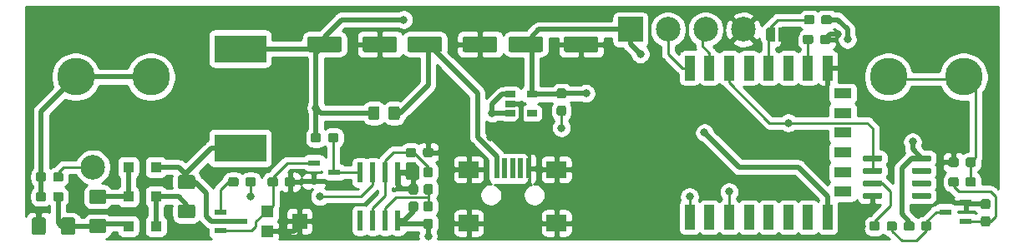
<source format=gtl>
G04 #@! TF.GenerationSoftware,KiCad,Pcbnew,5.1.5+dfsg1-2build2*
G04 #@! TF.CreationDate,2020-09-23T11:02:05-04:00*
G04 #@! TF.ProjectId,Wifi_Geiger,57696669-5f47-4656-9967-65722e6b6963,rev?*
G04 #@! TF.SameCoordinates,Original*
G04 #@! TF.FileFunction,Copper,L1,Top*
G04 #@! TF.FilePolarity,Positive*
%FSLAX46Y46*%
G04 Gerber Fmt 4.6, Leading zero omitted, Abs format (unit mm)*
G04 Created by KiCad (PCBNEW 5.1.5+dfsg1-2build2) date 2020-09-23 11:02:05*
%MOMM*%
%LPD*%
G04 APERTURE LIST*
%ADD10R,5.300000X2.800000*%
%ADD11C,0.100000*%
%ADD12R,1.300000X0.600000*%
%ADD13R,1.100000X1.100000*%
%ADD14R,0.500000X2.000000*%
%ADD15R,2.000000X1.700000*%
%ADD16R,2.499360X2.499360*%
%ADD17C,2.499360*%
%ADD18R,1.200000X1.200000*%
%ADD19R,1.500000X1.600000*%
%ADD20R,0.600000X2.000000*%
%ADD21R,1.060000X0.650000*%
%ADD22R,1.000000X2.500000*%
%ADD23R,1.800000X1.000000*%
%ADD24C,2.500000*%
%ADD25C,3.810000*%
%ADD26C,0.800000*%
%ADD27C,0.500000*%
%ADD28C,0.250000*%
%ADD29C,0.254000*%
G04 APERTURE END LIST*
D10*
X128450000Y-123050000D03*
X128450000Y-112950000D03*
G04 #@! TA.AperFunction,SMDPad,CuDef*
D11*
G36*
X194810779Y-130526144D02*
G01*
X194833834Y-130529563D01*
X194856443Y-130535227D01*
X194878387Y-130543079D01*
X194899457Y-130553044D01*
X194919448Y-130565026D01*
X194938168Y-130578910D01*
X194955438Y-130594562D01*
X194971090Y-130611832D01*
X194984974Y-130630552D01*
X194996956Y-130650543D01*
X195006921Y-130671613D01*
X195014773Y-130693557D01*
X195020437Y-130716166D01*
X195023856Y-130739221D01*
X195025000Y-130762500D01*
X195025000Y-131237500D01*
X195023856Y-131260779D01*
X195020437Y-131283834D01*
X195014773Y-131306443D01*
X195006921Y-131328387D01*
X194996956Y-131349457D01*
X194984974Y-131369448D01*
X194971090Y-131388168D01*
X194955438Y-131405438D01*
X194938168Y-131421090D01*
X194919448Y-131434974D01*
X194899457Y-131446956D01*
X194878387Y-131456921D01*
X194856443Y-131464773D01*
X194833834Y-131470437D01*
X194810779Y-131473856D01*
X194787500Y-131475000D01*
X194212500Y-131475000D01*
X194189221Y-131473856D01*
X194166166Y-131470437D01*
X194143557Y-131464773D01*
X194121613Y-131456921D01*
X194100543Y-131446956D01*
X194080552Y-131434974D01*
X194061832Y-131421090D01*
X194044562Y-131405438D01*
X194028910Y-131388168D01*
X194015026Y-131369448D01*
X194003044Y-131349457D01*
X193993079Y-131328387D01*
X193985227Y-131306443D01*
X193979563Y-131283834D01*
X193976144Y-131260779D01*
X193975000Y-131237500D01*
X193975000Y-130762500D01*
X193976144Y-130739221D01*
X193979563Y-130716166D01*
X193985227Y-130693557D01*
X193993079Y-130671613D01*
X194003044Y-130650543D01*
X194015026Y-130630552D01*
X194028910Y-130611832D01*
X194044562Y-130594562D01*
X194061832Y-130578910D01*
X194080552Y-130565026D01*
X194100543Y-130553044D01*
X194121613Y-130543079D01*
X194143557Y-130535227D01*
X194166166Y-130529563D01*
X194189221Y-130526144D01*
X194212500Y-130525000D01*
X194787500Y-130525000D01*
X194810779Y-130526144D01*
G37*
G04 #@! TD.AperFunction*
G04 #@! TA.AperFunction,SMDPad,CuDef*
G36*
X193060779Y-130526144D02*
G01*
X193083834Y-130529563D01*
X193106443Y-130535227D01*
X193128387Y-130543079D01*
X193149457Y-130553044D01*
X193169448Y-130565026D01*
X193188168Y-130578910D01*
X193205438Y-130594562D01*
X193221090Y-130611832D01*
X193234974Y-130630552D01*
X193246956Y-130650543D01*
X193256921Y-130671613D01*
X193264773Y-130693557D01*
X193270437Y-130716166D01*
X193273856Y-130739221D01*
X193275000Y-130762500D01*
X193275000Y-131237500D01*
X193273856Y-131260779D01*
X193270437Y-131283834D01*
X193264773Y-131306443D01*
X193256921Y-131328387D01*
X193246956Y-131349457D01*
X193234974Y-131369448D01*
X193221090Y-131388168D01*
X193205438Y-131405438D01*
X193188168Y-131421090D01*
X193169448Y-131434974D01*
X193149457Y-131446956D01*
X193128387Y-131456921D01*
X193106443Y-131464773D01*
X193083834Y-131470437D01*
X193060779Y-131473856D01*
X193037500Y-131475000D01*
X192462500Y-131475000D01*
X192439221Y-131473856D01*
X192416166Y-131470437D01*
X192393557Y-131464773D01*
X192371613Y-131456921D01*
X192350543Y-131446956D01*
X192330552Y-131434974D01*
X192311832Y-131421090D01*
X192294562Y-131405438D01*
X192278910Y-131388168D01*
X192265026Y-131369448D01*
X192253044Y-131349457D01*
X192243079Y-131328387D01*
X192235227Y-131306443D01*
X192229563Y-131283834D01*
X192226144Y-131260779D01*
X192225000Y-131237500D01*
X192225000Y-130762500D01*
X192226144Y-130739221D01*
X192229563Y-130716166D01*
X192235227Y-130693557D01*
X192243079Y-130671613D01*
X192253044Y-130650543D01*
X192265026Y-130630552D01*
X192278910Y-130611832D01*
X192294562Y-130594562D01*
X192311832Y-130578910D01*
X192330552Y-130565026D01*
X192350543Y-130553044D01*
X192371613Y-130543079D01*
X192393557Y-130535227D01*
X192416166Y-130529563D01*
X192439221Y-130526144D01*
X192462500Y-130525000D01*
X193037500Y-130525000D01*
X193060779Y-130526144D01*
G37*
G04 #@! TD.AperFunction*
G04 #@! TA.AperFunction,SMDPad,CuDef*
G36*
X202810779Y-126026144D02*
G01*
X202833834Y-126029563D01*
X202856443Y-126035227D01*
X202878387Y-126043079D01*
X202899457Y-126053044D01*
X202919448Y-126065026D01*
X202938168Y-126078910D01*
X202955438Y-126094562D01*
X202971090Y-126111832D01*
X202984974Y-126130552D01*
X202996956Y-126150543D01*
X203006921Y-126171613D01*
X203014773Y-126193557D01*
X203020437Y-126216166D01*
X203023856Y-126239221D01*
X203025000Y-126262500D01*
X203025000Y-126737500D01*
X203023856Y-126760779D01*
X203020437Y-126783834D01*
X203014773Y-126806443D01*
X203006921Y-126828387D01*
X202996956Y-126849457D01*
X202984974Y-126869448D01*
X202971090Y-126888168D01*
X202955438Y-126905438D01*
X202938168Y-126921090D01*
X202919448Y-126934974D01*
X202899457Y-126946956D01*
X202878387Y-126956921D01*
X202856443Y-126964773D01*
X202833834Y-126970437D01*
X202810779Y-126973856D01*
X202787500Y-126975000D01*
X202212500Y-126975000D01*
X202189221Y-126973856D01*
X202166166Y-126970437D01*
X202143557Y-126964773D01*
X202121613Y-126956921D01*
X202100543Y-126946956D01*
X202080552Y-126934974D01*
X202061832Y-126921090D01*
X202044562Y-126905438D01*
X202028910Y-126888168D01*
X202015026Y-126869448D01*
X202003044Y-126849457D01*
X201993079Y-126828387D01*
X201985227Y-126806443D01*
X201979563Y-126783834D01*
X201976144Y-126760779D01*
X201975000Y-126737500D01*
X201975000Y-126262500D01*
X201976144Y-126239221D01*
X201979563Y-126216166D01*
X201985227Y-126193557D01*
X201993079Y-126171613D01*
X202003044Y-126150543D01*
X202015026Y-126130552D01*
X202028910Y-126111832D01*
X202044562Y-126094562D01*
X202061832Y-126078910D01*
X202080552Y-126065026D01*
X202100543Y-126053044D01*
X202121613Y-126043079D01*
X202143557Y-126035227D01*
X202166166Y-126029563D01*
X202189221Y-126026144D01*
X202212500Y-126025000D01*
X202787500Y-126025000D01*
X202810779Y-126026144D01*
G37*
G04 #@! TD.AperFunction*
G04 #@! TA.AperFunction,SMDPad,CuDef*
G36*
X201060779Y-126026144D02*
G01*
X201083834Y-126029563D01*
X201106443Y-126035227D01*
X201128387Y-126043079D01*
X201149457Y-126053044D01*
X201169448Y-126065026D01*
X201188168Y-126078910D01*
X201205438Y-126094562D01*
X201221090Y-126111832D01*
X201234974Y-126130552D01*
X201246956Y-126150543D01*
X201256921Y-126171613D01*
X201264773Y-126193557D01*
X201270437Y-126216166D01*
X201273856Y-126239221D01*
X201275000Y-126262500D01*
X201275000Y-126737500D01*
X201273856Y-126760779D01*
X201270437Y-126783834D01*
X201264773Y-126806443D01*
X201256921Y-126828387D01*
X201246956Y-126849457D01*
X201234974Y-126869448D01*
X201221090Y-126888168D01*
X201205438Y-126905438D01*
X201188168Y-126921090D01*
X201169448Y-126934974D01*
X201149457Y-126946956D01*
X201128387Y-126956921D01*
X201106443Y-126964773D01*
X201083834Y-126970437D01*
X201060779Y-126973856D01*
X201037500Y-126975000D01*
X200462500Y-126975000D01*
X200439221Y-126973856D01*
X200416166Y-126970437D01*
X200393557Y-126964773D01*
X200371613Y-126956921D01*
X200350543Y-126946956D01*
X200330552Y-126934974D01*
X200311832Y-126921090D01*
X200294562Y-126905438D01*
X200278910Y-126888168D01*
X200265026Y-126869448D01*
X200253044Y-126849457D01*
X200243079Y-126828387D01*
X200235227Y-126806443D01*
X200229563Y-126783834D01*
X200226144Y-126760779D01*
X200225000Y-126737500D01*
X200225000Y-126262500D01*
X200226144Y-126239221D01*
X200229563Y-126216166D01*
X200235227Y-126193557D01*
X200243079Y-126171613D01*
X200253044Y-126150543D01*
X200265026Y-126130552D01*
X200278910Y-126111832D01*
X200294562Y-126094562D01*
X200311832Y-126078910D01*
X200330552Y-126065026D01*
X200350543Y-126053044D01*
X200371613Y-126043079D01*
X200393557Y-126035227D01*
X200416166Y-126029563D01*
X200439221Y-126026144D01*
X200462500Y-126025000D01*
X201037500Y-126025000D01*
X201060779Y-126026144D01*
G37*
G04 #@! TD.AperFunction*
G04 #@! TA.AperFunction,SMDPad,CuDef*
G36*
X202810779Y-124026144D02*
G01*
X202833834Y-124029563D01*
X202856443Y-124035227D01*
X202878387Y-124043079D01*
X202899457Y-124053044D01*
X202919448Y-124065026D01*
X202938168Y-124078910D01*
X202955438Y-124094562D01*
X202971090Y-124111832D01*
X202984974Y-124130552D01*
X202996956Y-124150543D01*
X203006921Y-124171613D01*
X203014773Y-124193557D01*
X203020437Y-124216166D01*
X203023856Y-124239221D01*
X203025000Y-124262500D01*
X203025000Y-124737500D01*
X203023856Y-124760779D01*
X203020437Y-124783834D01*
X203014773Y-124806443D01*
X203006921Y-124828387D01*
X202996956Y-124849457D01*
X202984974Y-124869448D01*
X202971090Y-124888168D01*
X202955438Y-124905438D01*
X202938168Y-124921090D01*
X202919448Y-124934974D01*
X202899457Y-124946956D01*
X202878387Y-124956921D01*
X202856443Y-124964773D01*
X202833834Y-124970437D01*
X202810779Y-124973856D01*
X202787500Y-124975000D01*
X202212500Y-124975000D01*
X202189221Y-124973856D01*
X202166166Y-124970437D01*
X202143557Y-124964773D01*
X202121613Y-124956921D01*
X202100543Y-124946956D01*
X202080552Y-124934974D01*
X202061832Y-124921090D01*
X202044562Y-124905438D01*
X202028910Y-124888168D01*
X202015026Y-124869448D01*
X202003044Y-124849457D01*
X201993079Y-124828387D01*
X201985227Y-124806443D01*
X201979563Y-124783834D01*
X201976144Y-124760779D01*
X201975000Y-124737500D01*
X201975000Y-124262500D01*
X201976144Y-124239221D01*
X201979563Y-124216166D01*
X201985227Y-124193557D01*
X201993079Y-124171613D01*
X202003044Y-124150543D01*
X202015026Y-124130552D01*
X202028910Y-124111832D01*
X202044562Y-124094562D01*
X202061832Y-124078910D01*
X202080552Y-124065026D01*
X202100543Y-124053044D01*
X202121613Y-124043079D01*
X202143557Y-124035227D01*
X202166166Y-124029563D01*
X202189221Y-124026144D01*
X202212500Y-124025000D01*
X202787500Y-124025000D01*
X202810779Y-124026144D01*
G37*
G04 #@! TD.AperFunction*
G04 #@! TA.AperFunction,SMDPad,CuDef*
G36*
X201060779Y-124026144D02*
G01*
X201083834Y-124029563D01*
X201106443Y-124035227D01*
X201128387Y-124043079D01*
X201149457Y-124053044D01*
X201169448Y-124065026D01*
X201188168Y-124078910D01*
X201205438Y-124094562D01*
X201221090Y-124111832D01*
X201234974Y-124130552D01*
X201246956Y-124150543D01*
X201256921Y-124171613D01*
X201264773Y-124193557D01*
X201270437Y-124216166D01*
X201273856Y-124239221D01*
X201275000Y-124262500D01*
X201275000Y-124737500D01*
X201273856Y-124760779D01*
X201270437Y-124783834D01*
X201264773Y-124806443D01*
X201256921Y-124828387D01*
X201246956Y-124849457D01*
X201234974Y-124869448D01*
X201221090Y-124888168D01*
X201205438Y-124905438D01*
X201188168Y-124921090D01*
X201169448Y-124934974D01*
X201149457Y-124946956D01*
X201128387Y-124956921D01*
X201106443Y-124964773D01*
X201083834Y-124970437D01*
X201060779Y-124973856D01*
X201037500Y-124975000D01*
X200462500Y-124975000D01*
X200439221Y-124973856D01*
X200416166Y-124970437D01*
X200393557Y-124964773D01*
X200371613Y-124956921D01*
X200350543Y-124946956D01*
X200330552Y-124934974D01*
X200311832Y-124921090D01*
X200294562Y-124905438D01*
X200278910Y-124888168D01*
X200265026Y-124869448D01*
X200253044Y-124849457D01*
X200243079Y-124828387D01*
X200235227Y-124806443D01*
X200229563Y-124783834D01*
X200226144Y-124760779D01*
X200225000Y-124737500D01*
X200225000Y-124262500D01*
X200226144Y-124239221D01*
X200229563Y-124216166D01*
X200235227Y-124193557D01*
X200243079Y-124171613D01*
X200253044Y-124150543D01*
X200265026Y-124130552D01*
X200278910Y-124111832D01*
X200294562Y-124094562D01*
X200311832Y-124078910D01*
X200330552Y-124065026D01*
X200350543Y-124053044D01*
X200371613Y-124043079D01*
X200393557Y-124035227D01*
X200416166Y-124029563D01*
X200439221Y-124026144D01*
X200462500Y-124025000D01*
X201037500Y-124025000D01*
X201060779Y-124026144D01*
G37*
G04 #@! TD.AperFunction*
D12*
X199900000Y-129550000D03*
X202000000Y-128600000D03*
X202000000Y-130500000D03*
G04 #@! TA.AperFunction,SMDPad,CuDef*
D11*
G36*
X196560779Y-130526144D02*
G01*
X196583834Y-130529563D01*
X196606443Y-130535227D01*
X196628387Y-130543079D01*
X196649457Y-130553044D01*
X196669448Y-130565026D01*
X196688168Y-130578910D01*
X196705438Y-130594562D01*
X196721090Y-130611832D01*
X196734974Y-130630552D01*
X196746956Y-130650543D01*
X196756921Y-130671613D01*
X196764773Y-130693557D01*
X196770437Y-130716166D01*
X196773856Y-130739221D01*
X196775000Y-130762500D01*
X196775000Y-131237500D01*
X196773856Y-131260779D01*
X196770437Y-131283834D01*
X196764773Y-131306443D01*
X196756921Y-131328387D01*
X196746956Y-131349457D01*
X196734974Y-131369448D01*
X196721090Y-131388168D01*
X196705438Y-131405438D01*
X196688168Y-131421090D01*
X196669448Y-131434974D01*
X196649457Y-131446956D01*
X196628387Y-131456921D01*
X196606443Y-131464773D01*
X196583834Y-131470437D01*
X196560779Y-131473856D01*
X196537500Y-131475000D01*
X195962500Y-131475000D01*
X195939221Y-131473856D01*
X195916166Y-131470437D01*
X195893557Y-131464773D01*
X195871613Y-131456921D01*
X195850543Y-131446956D01*
X195830552Y-131434974D01*
X195811832Y-131421090D01*
X195794562Y-131405438D01*
X195778910Y-131388168D01*
X195765026Y-131369448D01*
X195753044Y-131349457D01*
X195743079Y-131328387D01*
X195735227Y-131306443D01*
X195729563Y-131283834D01*
X195726144Y-131260779D01*
X195725000Y-131237500D01*
X195725000Y-130762500D01*
X195726144Y-130739221D01*
X195729563Y-130716166D01*
X195735227Y-130693557D01*
X195743079Y-130671613D01*
X195753044Y-130650543D01*
X195765026Y-130630552D01*
X195778910Y-130611832D01*
X195794562Y-130594562D01*
X195811832Y-130578910D01*
X195830552Y-130565026D01*
X195850543Y-130553044D01*
X195871613Y-130543079D01*
X195893557Y-130535227D01*
X195916166Y-130529563D01*
X195939221Y-130526144D01*
X195962500Y-130525000D01*
X196537500Y-130525000D01*
X196560779Y-130526144D01*
G37*
G04 #@! TD.AperFunction*
G04 #@! TA.AperFunction,SMDPad,CuDef*
G36*
X198310779Y-130526144D02*
G01*
X198333834Y-130529563D01*
X198356443Y-130535227D01*
X198378387Y-130543079D01*
X198399457Y-130553044D01*
X198419448Y-130565026D01*
X198438168Y-130578910D01*
X198455438Y-130594562D01*
X198471090Y-130611832D01*
X198484974Y-130630552D01*
X198496956Y-130650543D01*
X198506921Y-130671613D01*
X198514773Y-130693557D01*
X198520437Y-130716166D01*
X198523856Y-130739221D01*
X198525000Y-130762500D01*
X198525000Y-131237500D01*
X198523856Y-131260779D01*
X198520437Y-131283834D01*
X198514773Y-131306443D01*
X198506921Y-131328387D01*
X198496956Y-131349457D01*
X198484974Y-131369448D01*
X198471090Y-131388168D01*
X198455438Y-131405438D01*
X198438168Y-131421090D01*
X198419448Y-131434974D01*
X198399457Y-131446956D01*
X198378387Y-131456921D01*
X198356443Y-131464773D01*
X198333834Y-131470437D01*
X198310779Y-131473856D01*
X198287500Y-131475000D01*
X197712500Y-131475000D01*
X197689221Y-131473856D01*
X197666166Y-131470437D01*
X197643557Y-131464773D01*
X197621613Y-131456921D01*
X197600543Y-131446956D01*
X197580552Y-131434974D01*
X197561832Y-131421090D01*
X197544562Y-131405438D01*
X197528910Y-131388168D01*
X197515026Y-131369448D01*
X197503044Y-131349457D01*
X197493079Y-131328387D01*
X197485227Y-131306443D01*
X197479563Y-131283834D01*
X197476144Y-131260779D01*
X197475000Y-131237500D01*
X197475000Y-130762500D01*
X197476144Y-130739221D01*
X197479563Y-130716166D01*
X197485227Y-130693557D01*
X197493079Y-130671613D01*
X197503044Y-130650543D01*
X197515026Y-130630552D01*
X197528910Y-130611832D01*
X197544562Y-130594562D01*
X197561832Y-130578910D01*
X197580552Y-130565026D01*
X197600543Y-130553044D01*
X197621613Y-130543079D01*
X197643557Y-130535227D01*
X197666166Y-130529563D01*
X197689221Y-130526144D01*
X197712500Y-130525000D01*
X198287500Y-130525000D01*
X198310779Y-130526144D01*
G37*
G04 #@! TD.AperFunction*
G04 #@! TA.AperFunction,SMDPad,CuDef*
G36*
X204260779Y-128226144D02*
G01*
X204283834Y-128229563D01*
X204306443Y-128235227D01*
X204328387Y-128243079D01*
X204349457Y-128253044D01*
X204369448Y-128265026D01*
X204388168Y-128278910D01*
X204405438Y-128294562D01*
X204421090Y-128311832D01*
X204434974Y-128330552D01*
X204446956Y-128350543D01*
X204456921Y-128371613D01*
X204464773Y-128393557D01*
X204470437Y-128416166D01*
X204473856Y-128439221D01*
X204475000Y-128462500D01*
X204475000Y-129037500D01*
X204473856Y-129060779D01*
X204470437Y-129083834D01*
X204464773Y-129106443D01*
X204456921Y-129128387D01*
X204446956Y-129149457D01*
X204434974Y-129169448D01*
X204421090Y-129188168D01*
X204405438Y-129205438D01*
X204388168Y-129221090D01*
X204369448Y-129234974D01*
X204349457Y-129246956D01*
X204328387Y-129256921D01*
X204306443Y-129264773D01*
X204283834Y-129270437D01*
X204260779Y-129273856D01*
X204237500Y-129275000D01*
X203762500Y-129275000D01*
X203739221Y-129273856D01*
X203716166Y-129270437D01*
X203693557Y-129264773D01*
X203671613Y-129256921D01*
X203650543Y-129246956D01*
X203630552Y-129234974D01*
X203611832Y-129221090D01*
X203594562Y-129205438D01*
X203578910Y-129188168D01*
X203565026Y-129169448D01*
X203553044Y-129149457D01*
X203543079Y-129128387D01*
X203535227Y-129106443D01*
X203529563Y-129083834D01*
X203526144Y-129060779D01*
X203525000Y-129037500D01*
X203525000Y-128462500D01*
X203526144Y-128439221D01*
X203529563Y-128416166D01*
X203535227Y-128393557D01*
X203543079Y-128371613D01*
X203553044Y-128350543D01*
X203565026Y-128330552D01*
X203578910Y-128311832D01*
X203594562Y-128294562D01*
X203611832Y-128278910D01*
X203630552Y-128265026D01*
X203650543Y-128253044D01*
X203671613Y-128243079D01*
X203693557Y-128235227D01*
X203716166Y-128229563D01*
X203739221Y-128226144D01*
X203762500Y-128225000D01*
X204237500Y-128225000D01*
X204260779Y-128226144D01*
G37*
G04 #@! TD.AperFunction*
G04 #@! TA.AperFunction,SMDPad,CuDef*
G36*
X204260779Y-129976144D02*
G01*
X204283834Y-129979563D01*
X204306443Y-129985227D01*
X204328387Y-129993079D01*
X204349457Y-130003044D01*
X204369448Y-130015026D01*
X204388168Y-130028910D01*
X204405438Y-130044562D01*
X204421090Y-130061832D01*
X204434974Y-130080552D01*
X204446956Y-130100543D01*
X204456921Y-130121613D01*
X204464773Y-130143557D01*
X204470437Y-130166166D01*
X204473856Y-130189221D01*
X204475000Y-130212500D01*
X204475000Y-130787500D01*
X204473856Y-130810779D01*
X204470437Y-130833834D01*
X204464773Y-130856443D01*
X204456921Y-130878387D01*
X204446956Y-130899457D01*
X204434974Y-130919448D01*
X204421090Y-130938168D01*
X204405438Y-130955438D01*
X204388168Y-130971090D01*
X204369448Y-130984974D01*
X204349457Y-130996956D01*
X204328387Y-131006921D01*
X204306443Y-131014773D01*
X204283834Y-131020437D01*
X204260779Y-131023856D01*
X204237500Y-131025000D01*
X203762500Y-131025000D01*
X203739221Y-131023856D01*
X203716166Y-131020437D01*
X203693557Y-131014773D01*
X203671613Y-131006921D01*
X203650543Y-130996956D01*
X203630552Y-130984974D01*
X203611832Y-130971090D01*
X203594562Y-130955438D01*
X203578910Y-130938168D01*
X203565026Y-130919448D01*
X203553044Y-130899457D01*
X203543079Y-130878387D01*
X203535227Y-130856443D01*
X203529563Y-130833834D01*
X203526144Y-130810779D01*
X203525000Y-130787500D01*
X203525000Y-130212500D01*
X203526144Y-130189221D01*
X203529563Y-130166166D01*
X203535227Y-130143557D01*
X203543079Y-130121613D01*
X203553044Y-130100543D01*
X203565026Y-130080552D01*
X203578910Y-130061832D01*
X203594562Y-130044562D01*
X203611832Y-130028910D01*
X203630552Y-130015026D01*
X203650543Y-130003044D01*
X203671613Y-129993079D01*
X203693557Y-129985227D01*
X203716166Y-129979563D01*
X203739221Y-129976144D01*
X203762500Y-129975000D01*
X204237500Y-129975000D01*
X204260779Y-129976144D01*
G37*
G04 #@! TD.AperFunction*
G04 #@! TA.AperFunction,SMDPad,CuDef*
G36*
X193389703Y-123795722D02*
G01*
X193404264Y-123797882D01*
X193418543Y-123801459D01*
X193432403Y-123806418D01*
X193445710Y-123812712D01*
X193458336Y-123820280D01*
X193470159Y-123829048D01*
X193481066Y-123838934D01*
X193490952Y-123849841D01*
X193499720Y-123861664D01*
X193507288Y-123874290D01*
X193513582Y-123887597D01*
X193518541Y-123901457D01*
X193522118Y-123915736D01*
X193524278Y-123930297D01*
X193525000Y-123945000D01*
X193525000Y-124245000D01*
X193524278Y-124259703D01*
X193522118Y-124274264D01*
X193518541Y-124288543D01*
X193513582Y-124302403D01*
X193507288Y-124315710D01*
X193499720Y-124328336D01*
X193490952Y-124340159D01*
X193481066Y-124351066D01*
X193470159Y-124360952D01*
X193458336Y-124369720D01*
X193445710Y-124377288D01*
X193432403Y-124383582D01*
X193418543Y-124388541D01*
X193404264Y-124392118D01*
X193389703Y-124394278D01*
X193375000Y-124395000D01*
X191725000Y-124395000D01*
X191710297Y-124394278D01*
X191695736Y-124392118D01*
X191681457Y-124388541D01*
X191667597Y-124383582D01*
X191654290Y-124377288D01*
X191641664Y-124369720D01*
X191629841Y-124360952D01*
X191618934Y-124351066D01*
X191609048Y-124340159D01*
X191600280Y-124328336D01*
X191592712Y-124315710D01*
X191586418Y-124302403D01*
X191581459Y-124288543D01*
X191577882Y-124274264D01*
X191575722Y-124259703D01*
X191575000Y-124245000D01*
X191575000Y-123945000D01*
X191575722Y-123930297D01*
X191577882Y-123915736D01*
X191581459Y-123901457D01*
X191586418Y-123887597D01*
X191592712Y-123874290D01*
X191600280Y-123861664D01*
X191609048Y-123849841D01*
X191618934Y-123838934D01*
X191629841Y-123829048D01*
X191641664Y-123820280D01*
X191654290Y-123812712D01*
X191667597Y-123806418D01*
X191681457Y-123801459D01*
X191695736Y-123797882D01*
X191710297Y-123795722D01*
X191725000Y-123795000D01*
X193375000Y-123795000D01*
X193389703Y-123795722D01*
G37*
G04 #@! TD.AperFunction*
G04 #@! TA.AperFunction,SMDPad,CuDef*
G36*
X193389703Y-125065722D02*
G01*
X193404264Y-125067882D01*
X193418543Y-125071459D01*
X193432403Y-125076418D01*
X193445710Y-125082712D01*
X193458336Y-125090280D01*
X193470159Y-125099048D01*
X193481066Y-125108934D01*
X193490952Y-125119841D01*
X193499720Y-125131664D01*
X193507288Y-125144290D01*
X193513582Y-125157597D01*
X193518541Y-125171457D01*
X193522118Y-125185736D01*
X193524278Y-125200297D01*
X193525000Y-125215000D01*
X193525000Y-125515000D01*
X193524278Y-125529703D01*
X193522118Y-125544264D01*
X193518541Y-125558543D01*
X193513582Y-125572403D01*
X193507288Y-125585710D01*
X193499720Y-125598336D01*
X193490952Y-125610159D01*
X193481066Y-125621066D01*
X193470159Y-125630952D01*
X193458336Y-125639720D01*
X193445710Y-125647288D01*
X193432403Y-125653582D01*
X193418543Y-125658541D01*
X193404264Y-125662118D01*
X193389703Y-125664278D01*
X193375000Y-125665000D01*
X191725000Y-125665000D01*
X191710297Y-125664278D01*
X191695736Y-125662118D01*
X191681457Y-125658541D01*
X191667597Y-125653582D01*
X191654290Y-125647288D01*
X191641664Y-125639720D01*
X191629841Y-125630952D01*
X191618934Y-125621066D01*
X191609048Y-125610159D01*
X191600280Y-125598336D01*
X191592712Y-125585710D01*
X191586418Y-125572403D01*
X191581459Y-125558543D01*
X191577882Y-125544264D01*
X191575722Y-125529703D01*
X191575000Y-125515000D01*
X191575000Y-125215000D01*
X191575722Y-125200297D01*
X191577882Y-125185736D01*
X191581459Y-125171457D01*
X191586418Y-125157597D01*
X191592712Y-125144290D01*
X191600280Y-125131664D01*
X191609048Y-125119841D01*
X191618934Y-125108934D01*
X191629841Y-125099048D01*
X191641664Y-125090280D01*
X191654290Y-125082712D01*
X191667597Y-125076418D01*
X191681457Y-125071459D01*
X191695736Y-125067882D01*
X191710297Y-125065722D01*
X191725000Y-125065000D01*
X193375000Y-125065000D01*
X193389703Y-125065722D01*
G37*
G04 #@! TD.AperFunction*
G04 #@! TA.AperFunction,SMDPad,CuDef*
G36*
X193389703Y-126335722D02*
G01*
X193404264Y-126337882D01*
X193418543Y-126341459D01*
X193432403Y-126346418D01*
X193445710Y-126352712D01*
X193458336Y-126360280D01*
X193470159Y-126369048D01*
X193481066Y-126378934D01*
X193490952Y-126389841D01*
X193499720Y-126401664D01*
X193507288Y-126414290D01*
X193513582Y-126427597D01*
X193518541Y-126441457D01*
X193522118Y-126455736D01*
X193524278Y-126470297D01*
X193525000Y-126485000D01*
X193525000Y-126785000D01*
X193524278Y-126799703D01*
X193522118Y-126814264D01*
X193518541Y-126828543D01*
X193513582Y-126842403D01*
X193507288Y-126855710D01*
X193499720Y-126868336D01*
X193490952Y-126880159D01*
X193481066Y-126891066D01*
X193470159Y-126900952D01*
X193458336Y-126909720D01*
X193445710Y-126917288D01*
X193432403Y-126923582D01*
X193418543Y-126928541D01*
X193404264Y-126932118D01*
X193389703Y-126934278D01*
X193375000Y-126935000D01*
X191725000Y-126935000D01*
X191710297Y-126934278D01*
X191695736Y-126932118D01*
X191681457Y-126928541D01*
X191667597Y-126923582D01*
X191654290Y-126917288D01*
X191641664Y-126909720D01*
X191629841Y-126900952D01*
X191618934Y-126891066D01*
X191609048Y-126880159D01*
X191600280Y-126868336D01*
X191592712Y-126855710D01*
X191586418Y-126842403D01*
X191581459Y-126828543D01*
X191577882Y-126814264D01*
X191575722Y-126799703D01*
X191575000Y-126785000D01*
X191575000Y-126485000D01*
X191575722Y-126470297D01*
X191577882Y-126455736D01*
X191581459Y-126441457D01*
X191586418Y-126427597D01*
X191592712Y-126414290D01*
X191600280Y-126401664D01*
X191609048Y-126389841D01*
X191618934Y-126378934D01*
X191629841Y-126369048D01*
X191641664Y-126360280D01*
X191654290Y-126352712D01*
X191667597Y-126346418D01*
X191681457Y-126341459D01*
X191695736Y-126337882D01*
X191710297Y-126335722D01*
X191725000Y-126335000D01*
X193375000Y-126335000D01*
X193389703Y-126335722D01*
G37*
G04 #@! TD.AperFunction*
G04 #@! TA.AperFunction,SMDPad,CuDef*
G36*
X193389703Y-127605722D02*
G01*
X193404264Y-127607882D01*
X193418543Y-127611459D01*
X193432403Y-127616418D01*
X193445710Y-127622712D01*
X193458336Y-127630280D01*
X193470159Y-127639048D01*
X193481066Y-127648934D01*
X193490952Y-127659841D01*
X193499720Y-127671664D01*
X193507288Y-127684290D01*
X193513582Y-127697597D01*
X193518541Y-127711457D01*
X193522118Y-127725736D01*
X193524278Y-127740297D01*
X193525000Y-127755000D01*
X193525000Y-128055000D01*
X193524278Y-128069703D01*
X193522118Y-128084264D01*
X193518541Y-128098543D01*
X193513582Y-128112403D01*
X193507288Y-128125710D01*
X193499720Y-128138336D01*
X193490952Y-128150159D01*
X193481066Y-128161066D01*
X193470159Y-128170952D01*
X193458336Y-128179720D01*
X193445710Y-128187288D01*
X193432403Y-128193582D01*
X193418543Y-128198541D01*
X193404264Y-128202118D01*
X193389703Y-128204278D01*
X193375000Y-128205000D01*
X191725000Y-128205000D01*
X191710297Y-128204278D01*
X191695736Y-128202118D01*
X191681457Y-128198541D01*
X191667597Y-128193582D01*
X191654290Y-128187288D01*
X191641664Y-128179720D01*
X191629841Y-128170952D01*
X191618934Y-128161066D01*
X191609048Y-128150159D01*
X191600280Y-128138336D01*
X191592712Y-128125710D01*
X191586418Y-128112403D01*
X191581459Y-128098543D01*
X191577882Y-128084264D01*
X191575722Y-128069703D01*
X191575000Y-128055000D01*
X191575000Y-127755000D01*
X191575722Y-127740297D01*
X191577882Y-127725736D01*
X191581459Y-127711457D01*
X191586418Y-127697597D01*
X191592712Y-127684290D01*
X191600280Y-127671664D01*
X191609048Y-127659841D01*
X191618934Y-127648934D01*
X191629841Y-127639048D01*
X191641664Y-127630280D01*
X191654290Y-127622712D01*
X191667597Y-127616418D01*
X191681457Y-127611459D01*
X191695736Y-127607882D01*
X191710297Y-127605722D01*
X191725000Y-127605000D01*
X193375000Y-127605000D01*
X193389703Y-127605722D01*
G37*
G04 #@! TD.AperFunction*
G04 #@! TA.AperFunction,SMDPad,CuDef*
G36*
X198339703Y-127605722D02*
G01*
X198354264Y-127607882D01*
X198368543Y-127611459D01*
X198382403Y-127616418D01*
X198395710Y-127622712D01*
X198408336Y-127630280D01*
X198420159Y-127639048D01*
X198431066Y-127648934D01*
X198440952Y-127659841D01*
X198449720Y-127671664D01*
X198457288Y-127684290D01*
X198463582Y-127697597D01*
X198468541Y-127711457D01*
X198472118Y-127725736D01*
X198474278Y-127740297D01*
X198475000Y-127755000D01*
X198475000Y-128055000D01*
X198474278Y-128069703D01*
X198472118Y-128084264D01*
X198468541Y-128098543D01*
X198463582Y-128112403D01*
X198457288Y-128125710D01*
X198449720Y-128138336D01*
X198440952Y-128150159D01*
X198431066Y-128161066D01*
X198420159Y-128170952D01*
X198408336Y-128179720D01*
X198395710Y-128187288D01*
X198382403Y-128193582D01*
X198368543Y-128198541D01*
X198354264Y-128202118D01*
X198339703Y-128204278D01*
X198325000Y-128205000D01*
X196675000Y-128205000D01*
X196660297Y-128204278D01*
X196645736Y-128202118D01*
X196631457Y-128198541D01*
X196617597Y-128193582D01*
X196604290Y-128187288D01*
X196591664Y-128179720D01*
X196579841Y-128170952D01*
X196568934Y-128161066D01*
X196559048Y-128150159D01*
X196550280Y-128138336D01*
X196542712Y-128125710D01*
X196536418Y-128112403D01*
X196531459Y-128098543D01*
X196527882Y-128084264D01*
X196525722Y-128069703D01*
X196525000Y-128055000D01*
X196525000Y-127755000D01*
X196525722Y-127740297D01*
X196527882Y-127725736D01*
X196531459Y-127711457D01*
X196536418Y-127697597D01*
X196542712Y-127684290D01*
X196550280Y-127671664D01*
X196559048Y-127659841D01*
X196568934Y-127648934D01*
X196579841Y-127639048D01*
X196591664Y-127630280D01*
X196604290Y-127622712D01*
X196617597Y-127616418D01*
X196631457Y-127611459D01*
X196645736Y-127607882D01*
X196660297Y-127605722D01*
X196675000Y-127605000D01*
X198325000Y-127605000D01*
X198339703Y-127605722D01*
G37*
G04 #@! TD.AperFunction*
G04 #@! TA.AperFunction,SMDPad,CuDef*
G36*
X198339703Y-126335722D02*
G01*
X198354264Y-126337882D01*
X198368543Y-126341459D01*
X198382403Y-126346418D01*
X198395710Y-126352712D01*
X198408336Y-126360280D01*
X198420159Y-126369048D01*
X198431066Y-126378934D01*
X198440952Y-126389841D01*
X198449720Y-126401664D01*
X198457288Y-126414290D01*
X198463582Y-126427597D01*
X198468541Y-126441457D01*
X198472118Y-126455736D01*
X198474278Y-126470297D01*
X198475000Y-126485000D01*
X198475000Y-126785000D01*
X198474278Y-126799703D01*
X198472118Y-126814264D01*
X198468541Y-126828543D01*
X198463582Y-126842403D01*
X198457288Y-126855710D01*
X198449720Y-126868336D01*
X198440952Y-126880159D01*
X198431066Y-126891066D01*
X198420159Y-126900952D01*
X198408336Y-126909720D01*
X198395710Y-126917288D01*
X198382403Y-126923582D01*
X198368543Y-126928541D01*
X198354264Y-126932118D01*
X198339703Y-126934278D01*
X198325000Y-126935000D01*
X196675000Y-126935000D01*
X196660297Y-126934278D01*
X196645736Y-126932118D01*
X196631457Y-126928541D01*
X196617597Y-126923582D01*
X196604290Y-126917288D01*
X196591664Y-126909720D01*
X196579841Y-126900952D01*
X196568934Y-126891066D01*
X196559048Y-126880159D01*
X196550280Y-126868336D01*
X196542712Y-126855710D01*
X196536418Y-126842403D01*
X196531459Y-126828543D01*
X196527882Y-126814264D01*
X196525722Y-126799703D01*
X196525000Y-126785000D01*
X196525000Y-126485000D01*
X196525722Y-126470297D01*
X196527882Y-126455736D01*
X196531459Y-126441457D01*
X196536418Y-126427597D01*
X196542712Y-126414290D01*
X196550280Y-126401664D01*
X196559048Y-126389841D01*
X196568934Y-126378934D01*
X196579841Y-126369048D01*
X196591664Y-126360280D01*
X196604290Y-126352712D01*
X196617597Y-126346418D01*
X196631457Y-126341459D01*
X196645736Y-126337882D01*
X196660297Y-126335722D01*
X196675000Y-126335000D01*
X198325000Y-126335000D01*
X198339703Y-126335722D01*
G37*
G04 #@! TD.AperFunction*
G04 #@! TA.AperFunction,SMDPad,CuDef*
G36*
X198339703Y-125065722D02*
G01*
X198354264Y-125067882D01*
X198368543Y-125071459D01*
X198382403Y-125076418D01*
X198395710Y-125082712D01*
X198408336Y-125090280D01*
X198420159Y-125099048D01*
X198431066Y-125108934D01*
X198440952Y-125119841D01*
X198449720Y-125131664D01*
X198457288Y-125144290D01*
X198463582Y-125157597D01*
X198468541Y-125171457D01*
X198472118Y-125185736D01*
X198474278Y-125200297D01*
X198475000Y-125215000D01*
X198475000Y-125515000D01*
X198474278Y-125529703D01*
X198472118Y-125544264D01*
X198468541Y-125558543D01*
X198463582Y-125572403D01*
X198457288Y-125585710D01*
X198449720Y-125598336D01*
X198440952Y-125610159D01*
X198431066Y-125621066D01*
X198420159Y-125630952D01*
X198408336Y-125639720D01*
X198395710Y-125647288D01*
X198382403Y-125653582D01*
X198368543Y-125658541D01*
X198354264Y-125662118D01*
X198339703Y-125664278D01*
X198325000Y-125665000D01*
X196675000Y-125665000D01*
X196660297Y-125664278D01*
X196645736Y-125662118D01*
X196631457Y-125658541D01*
X196617597Y-125653582D01*
X196604290Y-125647288D01*
X196591664Y-125639720D01*
X196579841Y-125630952D01*
X196568934Y-125621066D01*
X196559048Y-125610159D01*
X196550280Y-125598336D01*
X196542712Y-125585710D01*
X196536418Y-125572403D01*
X196531459Y-125558543D01*
X196527882Y-125544264D01*
X196525722Y-125529703D01*
X196525000Y-125515000D01*
X196525000Y-125215000D01*
X196525722Y-125200297D01*
X196527882Y-125185736D01*
X196531459Y-125171457D01*
X196536418Y-125157597D01*
X196542712Y-125144290D01*
X196550280Y-125131664D01*
X196559048Y-125119841D01*
X196568934Y-125108934D01*
X196579841Y-125099048D01*
X196591664Y-125090280D01*
X196604290Y-125082712D01*
X196617597Y-125076418D01*
X196631457Y-125071459D01*
X196645736Y-125067882D01*
X196660297Y-125065722D01*
X196675000Y-125065000D01*
X198325000Y-125065000D01*
X198339703Y-125065722D01*
G37*
G04 #@! TD.AperFunction*
G04 #@! TA.AperFunction,SMDPad,CuDef*
G36*
X198339703Y-123795722D02*
G01*
X198354264Y-123797882D01*
X198368543Y-123801459D01*
X198382403Y-123806418D01*
X198395710Y-123812712D01*
X198408336Y-123820280D01*
X198420159Y-123829048D01*
X198431066Y-123838934D01*
X198440952Y-123849841D01*
X198449720Y-123861664D01*
X198457288Y-123874290D01*
X198463582Y-123887597D01*
X198468541Y-123901457D01*
X198472118Y-123915736D01*
X198474278Y-123930297D01*
X198475000Y-123945000D01*
X198475000Y-124245000D01*
X198474278Y-124259703D01*
X198472118Y-124274264D01*
X198468541Y-124288543D01*
X198463582Y-124302403D01*
X198457288Y-124315710D01*
X198449720Y-124328336D01*
X198440952Y-124340159D01*
X198431066Y-124351066D01*
X198420159Y-124360952D01*
X198408336Y-124369720D01*
X198395710Y-124377288D01*
X198382403Y-124383582D01*
X198368543Y-124388541D01*
X198354264Y-124392118D01*
X198339703Y-124394278D01*
X198325000Y-124395000D01*
X196675000Y-124395000D01*
X196660297Y-124394278D01*
X196645736Y-124392118D01*
X196631457Y-124388541D01*
X196617597Y-124383582D01*
X196604290Y-124377288D01*
X196591664Y-124369720D01*
X196579841Y-124360952D01*
X196568934Y-124351066D01*
X196559048Y-124340159D01*
X196550280Y-124328336D01*
X196542712Y-124315710D01*
X196536418Y-124302403D01*
X196531459Y-124288543D01*
X196527882Y-124274264D01*
X196525722Y-124259703D01*
X196525000Y-124245000D01*
X196525000Y-123945000D01*
X196525722Y-123930297D01*
X196527882Y-123915736D01*
X196531459Y-123901457D01*
X196536418Y-123887597D01*
X196542712Y-123874290D01*
X196550280Y-123861664D01*
X196559048Y-123849841D01*
X196568934Y-123838934D01*
X196579841Y-123829048D01*
X196591664Y-123820280D01*
X196604290Y-123812712D01*
X196617597Y-123806418D01*
X196631457Y-123801459D01*
X196645736Y-123797882D01*
X196660297Y-123795722D01*
X196675000Y-123795000D01*
X198325000Y-123795000D01*
X198339703Y-123795722D01*
G37*
G04 #@! TD.AperFunction*
G04 #@! TA.AperFunction,SMDPad,CuDef*
G36*
X154274504Y-111701204D02*
G01*
X154298773Y-111704804D01*
X154322571Y-111710765D01*
X154345671Y-111719030D01*
X154367849Y-111729520D01*
X154388893Y-111742133D01*
X154408598Y-111756747D01*
X154426777Y-111773223D01*
X154443253Y-111791402D01*
X154457867Y-111811107D01*
X154470480Y-111832151D01*
X154480970Y-111854329D01*
X154489235Y-111877429D01*
X154495196Y-111901227D01*
X154498796Y-111925496D01*
X154500000Y-111950000D01*
X154500000Y-113050000D01*
X154498796Y-113074504D01*
X154495196Y-113098773D01*
X154489235Y-113122571D01*
X154480970Y-113145671D01*
X154470480Y-113167849D01*
X154457867Y-113188893D01*
X154443253Y-113208598D01*
X154426777Y-113226777D01*
X154408598Y-113243253D01*
X154388893Y-113257867D01*
X154367849Y-113270480D01*
X154345671Y-113280970D01*
X154322571Y-113289235D01*
X154298773Y-113295196D01*
X154274504Y-113298796D01*
X154250000Y-113300000D01*
X151250000Y-113300000D01*
X151225496Y-113298796D01*
X151201227Y-113295196D01*
X151177429Y-113289235D01*
X151154329Y-113280970D01*
X151132151Y-113270480D01*
X151111107Y-113257867D01*
X151091402Y-113243253D01*
X151073223Y-113226777D01*
X151056747Y-113208598D01*
X151042133Y-113188893D01*
X151029520Y-113167849D01*
X151019030Y-113145671D01*
X151010765Y-113122571D01*
X151004804Y-113098773D01*
X151001204Y-113074504D01*
X151000000Y-113050000D01*
X151000000Y-111950000D01*
X151001204Y-111925496D01*
X151004804Y-111901227D01*
X151010765Y-111877429D01*
X151019030Y-111854329D01*
X151029520Y-111832151D01*
X151042133Y-111811107D01*
X151056747Y-111791402D01*
X151073223Y-111773223D01*
X151091402Y-111756747D01*
X151111107Y-111742133D01*
X151132151Y-111729520D01*
X151154329Y-111719030D01*
X151177429Y-111710765D01*
X151201227Y-111704804D01*
X151225496Y-111701204D01*
X151250000Y-111700000D01*
X154250000Y-111700000D01*
X154274504Y-111701204D01*
G37*
G04 #@! TD.AperFunction*
G04 #@! TA.AperFunction,SMDPad,CuDef*
G36*
X148674504Y-111701204D02*
G01*
X148698773Y-111704804D01*
X148722571Y-111710765D01*
X148745671Y-111719030D01*
X148767849Y-111729520D01*
X148788893Y-111742133D01*
X148808598Y-111756747D01*
X148826777Y-111773223D01*
X148843253Y-111791402D01*
X148857867Y-111811107D01*
X148870480Y-111832151D01*
X148880970Y-111854329D01*
X148889235Y-111877429D01*
X148895196Y-111901227D01*
X148898796Y-111925496D01*
X148900000Y-111950000D01*
X148900000Y-113050000D01*
X148898796Y-113074504D01*
X148895196Y-113098773D01*
X148889235Y-113122571D01*
X148880970Y-113145671D01*
X148870480Y-113167849D01*
X148857867Y-113188893D01*
X148843253Y-113208598D01*
X148826777Y-113226777D01*
X148808598Y-113243253D01*
X148788893Y-113257867D01*
X148767849Y-113270480D01*
X148745671Y-113280970D01*
X148722571Y-113289235D01*
X148698773Y-113295196D01*
X148674504Y-113298796D01*
X148650000Y-113300000D01*
X145650000Y-113300000D01*
X145625496Y-113298796D01*
X145601227Y-113295196D01*
X145577429Y-113289235D01*
X145554329Y-113280970D01*
X145532151Y-113270480D01*
X145511107Y-113257867D01*
X145491402Y-113243253D01*
X145473223Y-113226777D01*
X145456747Y-113208598D01*
X145442133Y-113188893D01*
X145429520Y-113167849D01*
X145419030Y-113145671D01*
X145410765Y-113122571D01*
X145404804Y-113098773D01*
X145401204Y-113074504D01*
X145400000Y-113050000D01*
X145400000Y-111950000D01*
X145401204Y-111925496D01*
X145404804Y-111901227D01*
X145410765Y-111877429D01*
X145419030Y-111854329D01*
X145429520Y-111832151D01*
X145442133Y-111811107D01*
X145456747Y-111791402D01*
X145473223Y-111773223D01*
X145491402Y-111756747D01*
X145511107Y-111742133D01*
X145532151Y-111729520D01*
X145554329Y-111719030D01*
X145577429Y-111710765D01*
X145601227Y-111704804D01*
X145625496Y-111701204D01*
X145650000Y-111700000D01*
X148650000Y-111700000D01*
X148674504Y-111701204D01*
G37*
G04 #@! TD.AperFunction*
G04 #@! TA.AperFunction,SMDPad,CuDef*
G36*
X138524504Y-111701204D02*
G01*
X138548773Y-111704804D01*
X138572571Y-111710765D01*
X138595671Y-111719030D01*
X138617849Y-111729520D01*
X138638893Y-111742133D01*
X138658598Y-111756747D01*
X138676777Y-111773223D01*
X138693253Y-111791402D01*
X138707867Y-111811107D01*
X138720480Y-111832151D01*
X138730970Y-111854329D01*
X138739235Y-111877429D01*
X138745196Y-111901227D01*
X138748796Y-111925496D01*
X138750000Y-111950000D01*
X138750000Y-113050000D01*
X138748796Y-113074504D01*
X138745196Y-113098773D01*
X138739235Y-113122571D01*
X138730970Y-113145671D01*
X138720480Y-113167849D01*
X138707867Y-113188893D01*
X138693253Y-113208598D01*
X138676777Y-113226777D01*
X138658598Y-113243253D01*
X138638893Y-113257867D01*
X138617849Y-113270480D01*
X138595671Y-113280970D01*
X138572571Y-113289235D01*
X138548773Y-113295196D01*
X138524504Y-113298796D01*
X138500000Y-113300000D01*
X135500000Y-113300000D01*
X135475496Y-113298796D01*
X135451227Y-113295196D01*
X135427429Y-113289235D01*
X135404329Y-113280970D01*
X135382151Y-113270480D01*
X135361107Y-113257867D01*
X135341402Y-113243253D01*
X135323223Y-113226777D01*
X135306747Y-113208598D01*
X135292133Y-113188893D01*
X135279520Y-113167849D01*
X135269030Y-113145671D01*
X135260765Y-113122571D01*
X135254804Y-113098773D01*
X135251204Y-113074504D01*
X135250000Y-113050000D01*
X135250000Y-111950000D01*
X135251204Y-111925496D01*
X135254804Y-111901227D01*
X135260765Y-111877429D01*
X135269030Y-111854329D01*
X135279520Y-111832151D01*
X135292133Y-111811107D01*
X135306747Y-111791402D01*
X135323223Y-111773223D01*
X135341402Y-111756747D01*
X135361107Y-111742133D01*
X135382151Y-111729520D01*
X135404329Y-111719030D01*
X135427429Y-111710765D01*
X135451227Y-111704804D01*
X135475496Y-111701204D01*
X135500000Y-111700000D01*
X138500000Y-111700000D01*
X138524504Y-111701204D01*
G37*
G04 #@! TD.AperFunction*
G04 #@! TA.AperFunction,SMDPad,CuDef*
G36*
X144124504Y-111701204D02*
G01*
X144148773Y-111704804D01*
X144172571Y-111710765D01*
X144195671Y-111719030D01*
X144217849Y-111729520D01*
X144238893Y-111742133D01*
X144258598Y-111756747D01*
X144276777Y-111773223D01*
X144293253Y-111791402D01*
X144307867Y-111811107D01*
X144320480Y-111832151D01*
X144330970Y-111854329D01*
X144339235Y-111877429D01*
X144345196Y-111901227D01*
X144348796Y-111925496D01*
X144350000Y-111950000D01*
X144350000Y-113050000D01*
X144348796Y-113074504D01*
X144345196Y-113098773D01*
X144339235Y-113122571D01*
X144330970Y-113145671D01*
X144320480Y-113167849D01*
X144307867Y-113188893D01*
X144293253Y-113208598D01*
X144276777Y-113226777D01*
X144258598Y-113243253D01*
X144238893Y-113257867D01*
X144217849Y-113270480D01*
X144195671Y-113280970D01*
X144172571Y-113289235D01*
X144148773Y-113295196D01*
X144124504Y-113298796D01*
X144100000Y-113300000D01*
X141100000Y-113300000D01*
X141075496Y-113298796D01*
X141051227Y-113295196D01*
X141027429Y-113289235D01*
X141004329Y-113280970D01*
X140982151Y-113270480D01*
X140961107Y-113257867D01*
X140941402Y-113243253D01*
X140923223Y-113226777D01*
X140906747Y-113208598D01*
X140892133Y-113188893D01*
X140879520Y-113167849D01*
X140869030Y-113145671D01*
X140860765Y-113122571D01*
X140854804Y-113098773D01*
X140851204Y-113074504D01*
X140850000Y-113050000D01*
X140850000Y-111950000D01*
X140851204Y-111925496D01*
X140854804Y-111901227D01*
X140860765Y-111877429D01*
X140869030Y-111854329D01*
X140879520Y-111832151D01*
X140892133Y-111811107D01*
X140906747Y-111791402D01*
X140923223Y-111773223D01*
X140941402Y-111756747D01*
X140961107Y-111742133D01*
X140982151Y-111729520D01*
X141004329Y-111719030D01*
X141027429Y-111710765D01*
X141051227Y-111704804D01*
X141075496Y-111701204D01*
X141100000Y-111700000D01*
X144100000Y-111700000D01*
X144124504Y-111701204D01*
G37*
G04 #@! TD.AperFunction*
G04 #@! TA.AperFunction,SMDPad,CuDef*
G36*
X123649504Y-128788704D02*
G01*
X123673773Y-128792304D01*
X123697571Y-128798265D01*
X123720671Y-128806530D01*
X123742849Y-128817020D01*
X123763893Y-128829633D01*
X123783598Y-128844247D01*
X123801777Y-128860723D01*
X123818253Y-128878902D01*
X123832867Y-128898607D01*
X123845480Y-128919651D01*
X123855970Y-128941829D01*
X123864235Y-128964929D01*
X123870196Y-128988727D01*
X123873796Y-129012996D01*
X123875000Y-129037500D01*
X123875000Y-129962500D01*
X123873796Y-129987004D01*
X123870196Y-130011273D01*
X123864235Y-130035071D01*
X123855970Y-130058171D01*
X123845480Y-130080349D01*
X123832867Y-130101393D01*
X123818253Y-130121098D01*
X123801777Y-130139277D01*
X123783598Y-130155753D01*
X123763893Y-130170367D01*
X123742849Y-130182980D01*
X123720671Y-130193470D01*
X123697571Y-130201735D01*
X123673773Y-130207696D01*
X123649504Y-130211296D01*
X123625000Y-130212500D01*
X122375000Y-130212500D01*
X122350496Y-130211296D01*
X122326227Y-130207696D01*
X122302429Y-130201735D01*
X122279329Y-130193470D01*
X122257151Y-130182980D01*
X122236107Y-130170367D01*
X122216402Y-130155753D01*
X122198223Y-130139277D01*
X122181747Y-130121098D01*
X122167133Y-130101393D01*
X122154520Y-130080349D01*
X122144030Y-130058171D01*
X122135765Y-130035071D01*
X122129804Y-130011273D01*
X122126204Y-129987004D01*
X122125000Y-129962500D01*
X122125000Y-129037500D01*
X122126204Y-129012996D01*
X122129804Y-128988727D01*
X122135765Y-128964929D01*
X122144030Y-128941829D01*
X122154520Y-128919651D01*
X122167133Y-128898607D01*
X122181747Y-128878902D01*
X122198223Y-128860723D01*
X122216402Y-128844247D01*
X122236107Y-128829633D01*
X122257151Y-128817020D01*
X122279329Y-128806530D01*
X122302429Y-128798265D01*
X122326227Y-128792304D01*
X122350496Y-128788704D01*
X122375000Y-128787500D01*
X123625000Y-128787500D01*
X123649504Y-128788704D01*
G37*
G04 #@! TD.AperFunction*
G04 #@! TA.AperFunction,SMDPad,CuDef*
G36*
X123649504Y-125813704D02*
G01*
X123673773Y-125817304D01*
X123697571Y-125823265D01*
X123720671Y-125831530D01*
X123742849Y-125842020D01*
X123763893Y-125854633D01*
X123783598Y-125869247D01*
X123801777Y-125885723D01*
X123818253Y-125903902D01*
X123832867Y-125923607D01*
X123845480Y-125944651D01*
X123855970Y-125966829D01*
X123864235Y-125989929D01*
X123870196Y-126013727D01*
X123873796Y-126037996D01*
X123875000Y-126062500D01*
X123875000Y-126987500D01*
X123873796Y-127012004D01*
X123870196Y-127036273D01*
X123864235Y-127060071D01*
X123855970Y-127083171D01*
X123845480Y-127105349D01*
X123832867Y-127126393D01*
X123818253Y-127146098D01*
X123801777Y-127164277D01*
X123783598Y-127180753D01*
X123763893Y-127195367D01*
X123742849Y-127207980D01*
X123720671Y-127218470D01*
X123697571Y-127226735D01*
X123673773Y-127232696D01*
X123649504Y-127236296D01*
X123625000Y-127237500D01*
X122375000Y-127237500D01*
X122350496Y-127236296D01*
X122326227Y-127232696D01*
X122302429Y-127226735D01*
X122279329Y-127218470D01*
X122257151Y-127207980D01*
X122236107Y-127195367D01*
X122216402Y-127180753D01*
X122198223Y-127164277D01*
X122181747Y-127146098D01*
X122167133Y-127126393D01*
X122154520Y-127105349D01*
X122144030Y-127083171D01*
X122135765Y-127060071D01*
X122129804Y-127036273D01*
X122126204Y-127012004D01*
X122125000Y-126987500D01*
X122125000Y-126062500D01*
X122126204Y-126037996D01*
X122129804Y-126013727D01*
X122135765Y-125989929D01*
X122144030Y-125966829D01*
X122154520Y-125944651D01*
X122167133Y-125923607D01*
X122181747Y-125903902D01*
X122198223Y-125885723D01*
X122216402Y-125869247D01*
X122236107Y-125854633D01*
X122257151Y-125842020D01*
X122279329Y-125831530D01*
X122302429Y-125823265D01*
X122326227Y-125817304D01*
X122350496Y-125813704D01*
X122375000Y-125812500D01*
X123625000Y-125812500D01*
X123649504Y-125813704D01*
G37*
G04 #@! TD.AperFunction*
G04 #@! TA.AperFunction,SMDPad,CuDef*
G36*
X114662004Y-127301204D02*
G01*
X114686273Y-127304804D01*
X114710071Y-127310765D01*
X114733171Y-127319030D01*
X114755349Y-127329520D01*
X114776393Y-127342133D01*
X114796098Y-127356747D01*
X114814277Y-127373223D01*
X114830753Y-127391402D01*
X114845367Y-127411107D01*
X114857980Y-127432151D01*
X114868470Y-127454329D01*
X114876735Y-127477429D01*
X114882696Y-127501227D01*
X114886296Y-127525496D01*
X114887500Y-127550000D01*
X114887500Y-128475000D01*
X114886296Y-128499504D01*
X114882696Y-128523773D01*
X114876735Y-128547571D01*
X114868470Y-128570671D01*
X114857980Y-128592849D01*
X114845367Y-128613893D01*
X114830753Y-128633598D01*
X114814277Y-128651777D01*
X114796098Y-128668253D01*
X114776393Y-128682867D01*
X114755349Y-128695480D01*
X114733171Y-128705970D01*
X114710071Y-128714235D01*
X114686273Y-128720196D01*
X114662004Y-128723796D01*
X114637500Y-128725000D01*
X113387500Y-128725000D01*
X113362996Y-128723796D01*
X113338727Y-128720196D01*
X113314929Y-128714235D01*
X113291829Y-128705970D01*
X113269651Y-128695480D01*
X113248607Y-128682867D01*
X113228902Y-128668253D01*
X113210723Y-128651777D01*
X113194247Y-128633598D01*
X113179633Y-128613893D01*
X113167020Y-128592849D01*
X113156530Y-128570671D01*
X113148265Y-128547571D01*
X113142304Y-128523773D01*
X113138704Y-128499504D01*
X113137500Y-128475000D01*
X113137500Y-127550000D01*
X113138704Y-127525496D01*
X113142304Y-127501227D01*
X113148265Y-127477429D01*
X113156530Y-127454329D01*
X113167020Y-127432151D01*
X113179633Y-127411107D01*
X113194247Y-127391402D01*
X113210723Y-127373223D01*
X113228902Y-127356747D01*
X113248607Y-127342133D01*
X113269651Y-127329520D01*
X113291829Y-127319030D01*
X113314929Y-127310765D01*
X113338727Y-127304804D01*
X113362996Y-127301204D01*
X113387500Y-127300000D01*
X114637500Y-127300000D01*
X114662004Y-127301204D01*
G37*
G04 #@! TD.AperFunction*
G04 #@! TA.AperFunction,SMDPad,CuDef*
G36*
X114662004Y-130276204D02*
G01*
X114686273Y-130279804D01*
X114710071Y-130285765D01*
X114733171Y-130294030D01*
X114755349Y-130304520D01*
X114776393Y-130317133D01*
X114796098Y-130331747D01*
X114814277Y-130348223D01*
X114830753Y-130366402D01*
X114845367Y-130386107D01*
X114857980Y-130407151D01*
X114868470Y-130429329D01*
X114876735Y-130452429D01*
X114882696Y-130476227D01*
X114886296Y-130500496D01*
X114887500Y-130525000D01*
X114887500Y-131450000D01*
X114886296Y-131474504D01*
X114882696Y-131498773D01*
X114876735Y-131522571D01*
X114868470Y-131545671D01*
X114857980Y-131567849D01*
X114845367Y-131588893D01*
X114830753Y-131608598D01*
X114814277Y-131626777D01*
X114796098Y-131643253D01*
X114776393Y-131657867D01*
X114755349Y-131670480D01*
X114733171Y-131680970D01*
X114710071Y-131689235D01*
X114686273Y-131695196D01*
X114662004Y-131698796D01*
X114637500Y-131700000D01*
X113387500Y-131700000D01*
X113362996Y-131698796D01*
X113338727Y-131695196D01*
X113314929Y-131689235D01*
X113291829Y-131680970D01*
X113269651Y-131670480D01*
X113248607Y-131657867D01*
X113228902Y-131643253D01*
X113210723Y-131626777D01*
X113194247Y-131608598D01*
X113179633Y-131588893D01*
X113167020Y-131567849D01*
X113156530Y-131545671D01*
X113148265Y-131522571D01*
X113142304Y-131498773D01*
X113138704Y-131474504D01*
X113137500Y-131450000D01*
X113137500Y-130525000D01*
X113138704Y-130500496D01*
X113142304Y-130476227D01*
X113148265Y-130452429D01*
X113156530Y-130429329D01*
X113167020Y-130407151D01*
X113179633Y-130386107D01*
X113194247Y-130366402D01*
X113210723Y-130348223D01*
X113228902Y-130331747D01*
X113248607Y-130317133D01*
X113269651Y-130304520D01*
X113291829Y-130294030D01*
X113314929Y-130285765D01*
X113338727Y-130279804D01*
X113362996Y-130276204D01*
X113387500Y-130275000D01*
X114637500Y-130275000D01*
X114662004Y-130276204D01*
G37*
G04 #@! TD.AperFunction*
G04 #@! TA.AperFunction,SMDPad,CuDef*
G36*
X146260779Y-126726144D02*
G01*
X146283834Y-126729563D01*
X146306443Y-126735227D01*
X146328387Y-126743079D01*
X146349457Y-126753044D01*
X146369448Y-126765026D01*
X146388168Y-126778910D01*
X146405438Y-126794562D01*
X146421090Y-126811832D01*
X146434974Y-126830552D01*
X146446956Y-126850543D01*
X146456921Y-126871613D01*
X146464773Y-126893557D01*
X146470437Y-126916166D01*
X146473856Y-126939221D01*
X146475000Y-126962500D01*
X146475000Y-127537500D01*
X146473856Y-127560779D01*
X146470437Y-127583834D01*
X146464773Y-127606443D01*
X146456921Y-127628387D01*
X146446956Y-127649457D01*
X146434974Y-127669448D01*
X146421090Y-127688168D01*
X146405438Y-127705438D01*
X146388168Y-127721090D01*
X146369448Y-127734974D01*
X146349457Y-127746956D01*
X146328387Y-127756921D01*
X146306443Y-127764773D01*
X146283834Y-127770437D01*
X146260779Y-127773856D01*
X146237500Y-127775000D01*
X145762500Y-127775000D01*
X145739221Y-127773856D01*
X145716166Y-127770437D01*
X145693557Y-127764773D01*
X145671613Y-127756921D01*
X145650543Y-127746956D01*
X145630552Y-127734974D01*
X145611832Y-127721090D01*
X145594562Y-127705438D01*
X145578910Y-127688168D01*
X145565026Y-127669448D01*
X145553044Y-127649457D01*
X145543079Y-127628387D01*
X145535227Y-127606443D01*
X145529563Y-127583834D01*
X145526144Y-127560779D01*
X145525000Y-127537500D01*
X145525000Y-126962500D01*
X145526144Y-126939221D01*
X145529563Y-126916166D01*
X145535227Y-126893557D01*
X145543079Y-126871613D01*
X145553044Y-126850543D01*
X145565026Y-126830552D01*
X145578910Y-126811832D01*
X145594562Y-126794562D01*
X145611832Y-126778910D01*
X145630552Y-126765026D01*
X145650543Y-126753044D01*
X145671613Y-126743079D01*
X145693557Y-126735227D01*
X145716166Y-126729563D01*
X145739221Y-126726144D01*
X145762500Y-126725000D01*
X146237500Y-126725000D01*
X146260779Y-126726144D01*
G37*
G04 #@! TD.AperFunction*
G04 #@! TA.AperFunction,SMDPad,CuDef*
G36*
X146260779Y-128476144D02*
G01*
X146283834Y-128479563D01*
X146306443Y-128485227D01*
X146328387Y-128493079D01*
X146349457Y-128503044D01*
X146369448Y-128515026D01*
X146388168Y-128528910D01*
X146405438Y-128544562D01*
X146421090Y-128561832D01*
X146434974Y-128580552D01*
X146446956Y-128600543D01*
X146456921Y-128621613D01*
X146464773Y-128643557D01*
X146470437Y-128666166D01*
X146473856Y-128689221D01*
X146475000Y-128712500D01*
X146475000Y-129287500D01*
X146473856Y-129310779D01*
X146470437Y-129333834D01*
X146464773Y-129356443D01*
X146456921Y-129378387D01*
X146446956Y-129399457D01*
X146434974Y-129419448D01*
X146421090Y-129438168D01*
X146405438Y-129455438D01*
X146388168Y-129471090D01*
X146369448Y-129484974D01*
X146349457Y-129496956D01*
X146328387Y-129506921D01*
X146306443Y-129514773D01*
X146283834Y-129520437D01*
X146260779Y-129523856D01*
X146237500Y-129525000D01*
X145762500Y-129525000D01*
X145739221Y-129523856D01*
X145716166Y-129520437D01*
X145693557Y-129514773D01*
X145671613Y-129506921D01*
X145650543Y-129496956D01*
X145630552Y-129484974D01*
X145611832Y-129471090D01*
X145594562Y-129455438D01*
X145578910Y-129438168D01*
X145565026Y-129419448D01*
X145553044Y-129399457D01*
X145543079Y-129378387D01*
X145535227Y-129356443D01*
X145529563Y-129333834D01*
X145526144Y-129310779D01*
X145525000Y-129287500D01*
X145525000Y-128712500D01*
X145526144Y-128689221D01*
X145529563Y-128666166D01*
X145535227Y-128643557D01*
X145543079Y-128621613D01*
X145553044Y-128600543D01*
X145565026Y-128580552D01*
X145578910Y-128561832D01*
X145594562Y-128544562D01*
X145611832Y-128528910D01*
X145630552Y-128515026D01*
X145650543Y-128503044D01*
X145671613Y-128493079D01*
X145693557Y-128485227D01*
X145716166Y-128479563D01*
X145739221Y-128476144D01*
X145762500Y-128475000D01*
X146237500Y-128475000D01*
X146260779Y-128476144D01*
G37*
G04 #@! TD.AperFunction*
G04 #@! TA.AperFunction,SMDPad,CuDef*
G36*
X111487004Y-130126204D02*
G01*
X111511273Y-130129804D01*
X111535071Y-130135765D01*
X111558171Y-130144030D01*
X111580349Y-130154520D01*
X111601393Y-130167133D01*
X111621098Y-130181747D01*
X111639277Y-130198223D01*
X111655753Y-130216402D01*
X111670367Y-130236107D01*
X111682980Y-130257151D01*
X111693470Y-130279329D01*
X111701735Y-130302429D01*
X111707696Y-130326227D01*
X111711296Y-130350496D01*
X111712500Y-130375000D01*
X111712500Y-131625000D01*
X111711296Y-131649504D01*
X111707696Y-131673773D01*
X111701735Y-131697571D01*
X111693470Y-131720671D01*
X111682980Y-131742849D01*
X111670367Y-131763893D01*
X111655753Y-131783598D01*
X111639277Y-131801777D01*
X111621098Y-131818253D01*
X111601393Y-131832867D01*
X111580349Y-131845480D01*
X111558171Y-131855970D01*
X111535071Y-131864235D01*
X111511273Y-131870196D01*
X111487004Y-131873796D01*
X111462500Y-131875000D01*
X110537500Y-131875000D01*
X110512996Y-131873796D01*
X110488727Y-131870196D01*
X110464929Y-131864235D01*
X110441829Y-131855970D01*
X110419651Y-131845480D01*
X110398607Y-131832867D01*
X110378902Y-131818253D01*
X110360723Y-131801777D01*
X110344247Y-131783598D01*
X110329633Y-131763893D01*
X110317020Y-131742849D01*
X110306530Y-131720671D01*
X110298265Y-131697571D01*
X110292304Y-131673773D01*
X110288704Y-131649504D01*
X110287500Y-131625000D01*
X110287500Y-130375000D01*
X110288704Y-130350496D01*
X110292304Y-130326227D01*
X110298265Y-130302429D01*
X110306530Y-130279329D01*
X110317020Y-130257151D01*
X110329633Y-130236107D01*
X110344247Y-130216402D01*
X110360723Y-130198223D01*
X110378902Y-130181747D01*
X110398607Y-130167133D01*
X110419651Y-130154520D01*
X110441829Y-130144030D01*
X110464929Y-130135765D01*
X110488727Y-130129804D01*
X110512996Y-130126204D01*
X110537500Y-130125000D01*
X111462500Y-130125000D01*
X111487004Y-130126204D01*
G37*
G04 #@! TD.AperFunction*
G04 #@! TA.AperFunction,SMDPad,CuDef*
G36*
X108512004Y-130126204D02*
G01*
X108536273Y-130129804D01*
X108560071Y-130135765D01*
X108583171Y-130144030D01*
X108605349Y-130154520D01*
X108626393Y-130167133D01*
X108646098Y-130181747D01*
X108664277Y-130198223D01*
X108680753Y-130216402D01*
X108695367Y-130236107D01*
X108707980Y-130257151D01*
X108718470Y-130279329D01*
X108726735Y-130302429D01*
X108732696Y-130326227D01*
X108736296Y-130350496D01*
X108737500Y-130375000D01*
X108737500Y-131625000D01*
X108736296Y-131649504D01*
X108732696Y-131673773D01*
X108726735Y-131697571D01*
X108718470Y-131720671D01*
X108707980Y-131742849D01*
X108695367Y-131763893D01*
X108680753Y-131783598D01*
X108664277Y-131801777D01*
X108646098Y-131818253D01*
X108626393Y-131832867D01*
X108605349Y-131845480D01*
X108583171Y-131855970D01*
X108560071Y-131864235D01*
X108536273Y-131870196D01*
X108512004Y-131873796D01*
X108487500Y-131875000D01*
X107562500Y-131875000D01*
X107537996Y-131873796D01*
X107513727Y-131870196D01*
X107489929Y-131864235D01*
X107466829Y-131855970D01*
X107444651Y-131845480D01*
X107423607Y-131832867D01*
X107403902Y-131818253D01*
X107385723Y-131801777D01*
X107369247Y-131783598D01*
X107354633Y-131763893D01*
X107342020Y-131742849D01*
X107331530Y-131720671D01*
X107323265Y-131697571D01*
X107317304Y-131673773D01*
X107313704Y-131649504D01*
X107312500Y-131625000D01*
X107312500Y-130375000D01*
X107313704Y-130350496D01*
X107317304Y-130326227D01*
X107323265Y-130302429D01*
X107331530Y-130279329D01*
X107342020Y-130257151D01*
X107354633Y-130236107D01*
X107369247Y-130216402D01*
X107385723Y-130198223D01*
X107403902Y-130181747D01*
X107423607Y-130167133D01*
X107444651Y-130154520D01*
X107466829Y-130144030D01*
X107489929Y-130135765D01*
X107513727Y-130129804D01*
X107537996Y-130126204D01*
X107562500Y-130125000D01*
X108487500Y-130125000D01*
X108512004Y-130126204D01*
G37*
G04 #@! TD.AperFunction*
G04 #@! TA.AperFunction,SMDPad,CuDef*
G36*
X147810779Y-123026144D02*
G01*
X147833834Y-123029563D01*
X147856443Y-123035227D01*
X147878387Y-123043079D01*
X147899457Y-123053044D01*
X147919448Y-123065026D01*
X147938168Y-123078910D01*
X147955438Y-123094562D01*
X147971090Y-123111832D01*
X147984974Y-123130552D01*
X147996956Y-123150543D01*
X148006921Y-123171613D01*
X148014773Y-123193557D01*
X148020437Y-123216166D01*
X148023856Y-123239221D01*
X148025000Y-123262500D01*
X148025000Y-123737500D01*
X148023856Y-123760779D01*
X148020437Y-123783834D01*
X148014773Y-123806443D01*
X148006921Y-123828387D01*
X147996956Y-123849457D01*
X147984974Y-123869448D01*
X147971090Y-123888168D01*
X147955438Y-123905438D01*
X147938168Y-123921090D01*
X147919448Y-123934974D01*
X147899457Y-123946956D01*
X147878387Y-123956921D01*
X147856443Y-123964773D01*
X147833834Y-123970437D01*
X147810779Y-123973856D01*
X147787500Y-123975000D01*
X147212500Y-123975000D01*
X147189221Y-123973856D01*
X147166166Y-123970437D01*
X147143557Y-123964773D01*
X147121613Y-123956921D01*
X147100543Y-123946956D01*
X147080552Y-123934974D01*
X147061832Y-123921090D01*
X147044562Y-123905438D01*
X147028910Y-123888168D01*
X147015026Y-123869448D01*
X147003044Y-123849457D01*
X146993079Y-123828387D01*
X146985227Y-123806443D01*
X146979563Y-123783834D01*
X146976144Y-123760779D01*
X146975000Y-123737500D01*
X146975000Y-123262500D01*
X146976144Y-123239221D01*
X146979563Y-123216166D01*
X146985227Y-123193557D01*
X146993079Y-123171613D01*
X147003044Y-123150543D01*
X147015026Y-123130552D01*
X147028910Y-123111832D01*
X147044562Y-123094562D01*
X147061832Y-123078910D01*
X147080552Y-123065026D01*
X147100543Y-123053044D01*
X147121613Y-123043079D01*
X147143557Y-123035227D01*
X147166166Y-123029563D01*
X147189221Y-123026144D01*
X147212500Y-123025000D01*
X147787500Y-123025000D01*
X147810779Y-123026144D01*
G37*
G04 #@! TD.AperFunction*
G04 #@! TA.AperFunction,SMDPad,CuDef*
G36*
X146060779Y-123026144D02*
G01*
X146083834Y-123029563D01*
X146106443Y-123035227D01*
X146128387Y-123043079D01*
X146149457Y-123053044D01*
X146169448Y-123065026D01*
X146188168Y-123078910D01*
X146205438Y-123094562D01*
X146221090Y-123111832D01*
X146234974Y-123130552D01*
X146246956Y-123150543D01*
X146256921Y-123171613D01*
X146264773Y-123193557D01*
X146270437Y-123216166D01*
X146273856Y-123239221D01*
X146275000Y-123262500D01*
X146275000Y-123737500D01*
X146273856Y-123760779D01*
X146270437Y-123783834D01*
X146264773Y-123806443D01*
X146256921Y-123828387D01*
X146246956Y-123849457D01*
X146234974Y-123869448D01*
X146221090Y-123888168D01*
X146205438Y-123905438D01*
X146188168Y-123921090D01*
X146169448Y-123934974D01*
X146149457Y-123946956D01*
X146128387Y-123956921D01*
X146106443Y-123964773D01*
X146083834Y-123970437D01*
X146060779Y-123973856D01*
X146037500Y-123975000D01*
X145462500Y-123975000D01*
X145439221Y-123973856D01*
X145416166Y-123970437D01*
X145393557Y-123964773D01*
X145371613Y-123956921D01*
X145350543Y-123946956D01*
X145330552Y-123934974D01*
X145311832Y-123921090D01*
X145294562Y-123905438D01*
X145278910Y-123888168D01*
X145265026Y-123869448D01*
X145253044Y-123849457D01*
X145243079Y-123828387D01*
X145235227Y-123806443D01*
X145229563Y-123783834D01*
X145226144Y-123760779D01*
X145225000Y-123737500D01*
X145225000Y-123262500D01*
X145226144Y-123239221D01*
X145229563Y-123216166D01*
X145235227Y-123193557D01*
X145243079Y-123171613D01*
X145253044Y-123150543D01*
X145265026Y-123130552D01*
X145278910Y-123111832D01*
X145294562Y-123094562D01*
X145311832Y-123078910D01*
X145330552Y-123065026D01*
X145350543Y-123053044D01*
X145371613Y-123043079D01*
X145393557Y-123035227D01*
X145416166Y-123029563D01*
X145439221Y-123026144D01*
X145462500Y-123025000D01*
X146037500Y-123025000D01*
X146060779Y-123026144D01*
G37*
G04 #@! TD.AperFunction*
G04 #@! TA.AperFunction,SMDPad,CuDef*
G36*
X158924504Y-111701204D02*
G01*
X158948773Y-111704804D01*
X158972571Y-111710765D01*
X158995671Y-111719030D01*
X159017849Y-111729520D01*
X159038893Y-111742133D01*
X159058598Y-111756747D01*
X159076777Y-111773223D01*
X159093253Y-111791402D01*
X159107867Y-111811107D01*
X159120480Y-111832151D01*
X159130970Y-111854329D01*
X159139235Y-111877429D01*
X159145196Y-111901227D01*
X159148796Y-111925496D01*
X159150000Y-111950000D01*
X159150000Y-113050000D01*
X159148796Y-113074504D01*
X159145196Y-113098773D01*
X159139235Y-113122571D01*
X159130970Y-113145671D01*
X159120480Y-113167849D01*
X159107867Y-113188893D01*
X159093253Y-113208598D01*
X159076777Y-113226777D01*
X159058598Y-113243253D01*
X159038893Y-113257867D01*
X159017849Y-113270480D01*
X158995671Y-113280970D01*
X158972571Y-113289235D01*
X158948773Y-113295196D01*
X158924504Y-113298796D01*
X158900000Y-113300000D01*
X155900000Y-113300000D01*
X155875496Y-113298796D01*
X155851227Y-113295196D01*
X155827429Y-113289235D01*
X155804329Y-113280970D01*
X155782151Y-113270480D01*
X155761107Y-113257867D01*
X155741402Y-113243253D01*
X155723223Y-113226777D01*
X155706747Y-113208598D01*
X155692133Y-113188893D01*
X155679520Y-113167849D01*
X155669030Y-113145671D01*
X155660765Y-113122571D01*
X155654804Y-113098773D01*
X155651204Y-113074504D01*
X155650000Y-113050000D01*
X155650000Y-111950000D01*
X155651204Y-111925496D01*
X155654804Y-111901227D01*
X155660765Y-111877429D01*
X155669030Y-111854329D01*
X155679520Y-111832151D01*
X155692133Y-111811107D01*
X155706747Y-111791402D01*
X155723223Y-111773223D01*
X155741402Y-111756747D01*
X155761107Y-111742133D01*
X155782151Y-111729520D01*
X155804329Y-111719030D01*
X155827429Y-111710765D01*
X155851227Y-111704804D01*
X155875496Y-111701204D01*
X155900000Y-111700000D01*
X158900000Y-111700000D01*
X158924504Y-111701204D01*
G37*
G04 #@! TD.AperFunction*
G04 #@! TA.AperFunction,SMDPad,CuDef*
G36*
X164524504Y-111701204D02*
G01*
X164548773Y-111704804D01*
X164572571Y-111710765D01*
X164595671Y-111719030D01*
X164617849Y-111729520D01*
X164638893Y-111742133D01*
X164658598Y-111756747D01*
X164676777Y-111773223D01*
X164693253Y-111791402D01*
X164707867Y-111811107D01*
X164720480Y-111832151D01*
X164730970Y-111854329D01*
X164739235Y-111877429D01*
X164745196Y-111901227D01*
X164748796Y-111925496D01*
X164750000Y-111950000D01*
X164750000Y-113050000D01*
X164748796Y-113074504D01*
X164745196Y-113098773D01*
X164739235Y-113122571D01*
X164730970Y-113145671D01*
X164720480Y-113167849D01*
X164707867Y-113188893D01*
X164693253Y-113208598D01*
X164676777Y-113226777D01*
X164658598Y-113243253D01*
X164638893Y-113257867D01*
X164617849Y-113270480D01*
X164595671Y-113280970D01*
X164572571Y-113289235D01*
X164548773Y-113295196D01*
X164524504Y-113298796D01*
X164500000Y-113300000D01*
X161500000Y-113300000D01*
X161475496Y-113298796D01*
X161451227Y-113295196D01*
X161427429Y-113289235D01*
X161404329Y-113280970D01*
X161382151Y-113270480D01*
X161361107Y-113257867D01*
X161341402Y-113243253D01*
X161323223Y-113226777D01*
X161306747Y-113208598D01*
X161292133Y-113188893D01*
X161279520Y-113167849D01*
X161269030Y-113145671D01*
X161260765Y-113122571D01*
X161254804Y-113098773D01*
X161251204Y-113074504D01*
X161250000Y-113050000D01*
X161250000Y-111950000D01*
X161251204Y-111925496D01*
X161254804Y-111901227D01*
X161260765Y-111877429D01*
X161269030Y-111854329D01*
X161279520Y-111832151D01*
X161292133Y-111811107D01*
X161306747Y-111791402D01*
X161323223Y-111773223D01*
X161341402Y-111756747D01*
X161361107Y-111742133D01*
X161382151Y-111729520D01*
X161404329Y-111719030D01*
X161427429Y-111710765D01*
X161451227Y-111704804D01*
X161475496Y-111701204D01*
X161500000Y-111700000D01*
X164500000Y-111700000D01*
X164524504Y-111701204D01*
G37*
G04 #@! TD.AperFunction*
D13*
X117100000Y-125000000D03*
X119900000Y-125000000D03*
X117100000Y-128000000D03*
X119900000Y-128000000D03*
X117100000Y-131000000D03*
X119900000Y-131000000D03*
D14*
X154450000Y-125140000D03*
X155250000Y-125140000D03*
X156050000Y-125140000D03*
X156850000Y-125140000D03*
X157650000Y-125140000D03*
D15*
X151600000Y-125240000D03*
X151600000Y-130690000D03*
X160500000Y-125240000D03*
X160500000Y-130690000D03*
D16*
X168000000Y-111000000D03*
D17*
X171810000Y-111000000D03*
X175620000Y-111000000D03*
X179430000Y-111000000D03*
G04 #@! TA.AperFunction,SMDPad,CuDef*
D11*
G36*
X182700000Y-112250000D02*
G01*
X182200000Y-112250000D01*
X182200000Y-112249398D01*
X182175466Y-112249398D01*
X182126635Y-112244588D01*
X182078510Y-112235016D01*
X182031555Y-112220772D01*
X181986222Y-112201995D01*
X181942949Y-112178864D01*
X181902150Y-112151604D01*
X181864221Y-112120476D01*
X181829524Y-112085779D01*
X181798396Y-112047850D01*
X181771136Y-112007051D01*
X181748005Y-111963778D01*
X181729228Y-111918445D01*
X181714984Y-111871490D01*
X181705412Y-111823365D01*
X181700602Y-111774534D01*
X181700602Y-111750000D01*
X181700000Y-111750000D01*
X181700000Y-111250000D01*
X181700602Y-111250000D01*
X181700602Y-111225466D01*
X181705412Y-111176635D01*
X181714984Y-111128510D01*
X181729228Y-111081555D01*
X181748005Y-111036222D01*
X181771136Y-110992949D01*
X181798396Y-110952150D01*
X181829524Y-110914221D01*
X181864221Y-110879524D01*
X181902150Y-110848396D01*
X181942949Y-110821136D01*
X181986222Y-110798005D01*
X182031555Y-110779228D01*
X182078510Y-110764984D01*
X182126635Y-110755412D01*
X182175466Y-110750602D01*
X182200000Y-110750602D01*
X182200000Y-110750000D01*
X182700000Y-110750000D01*
X182700000Y-112250000D01*
G37*
G04 #@! TD.AperFunction*
G04 #@! TA.AperFunction,SMDPad,CuDef*
G36*
X183500000Y-110750602D02*
G01*
X183524534Y-110750602D01*
X183573365Y-110755412D01*
X183621490Y-110764984D01*
X183668445Y-110779228D01*
X183713778Y-110798005D01*
X183757051Y-110821136D01*
X183797850Y-110848396D01*
X183835779Y-110879524D01*
X183870476Y-110914221D01*
X183901604Y-110952150D01*
X183928864Y-110992949D01*
X183951995Y-111036222D01*
X183970772Y-111081555D01*
X183985016Y-111128510D01*
X183994588Y-111176635D01*
X183999398Y-111225466D01*
X183999398Y-111250000D01*
X184000000Y-111250000D01*
X184000000Y-111750000D01*
X183999398Y-111750000D01*
X183999398Y-111774534D01*
X183994588Y-111823365D01*
X183985016Y-111871490D01*
X183970772Y-111918445D01*
X183951995Y-111963778D01*
X183928864Y-112007051D01*
X183901604Y-112047850D01*
X183870476Y-112085779D01*
X183835779Y-112120476D01*
X183797850Y-112151604D01*
X183757051Y-112178864D01*
X183713778Y-112201995D01*
X183668445Y-112220772D01*
X183621490Y-112235016D01*
X183573365Y-112244588D01*
X183524534Y-112249398D01*
X183500000Y-112249398D01*
X183500000Y-112250000D01*
X183000000Y-112250000D01*
X183000000Y-110750000D01*
X183500000Y-110750000D01*
X183500000Y-110750602D01*
G37*
G04 #@! TD.AperFunction*
G04 #@! TA.AperFunction,SMDPad,CuDef*
G36*
X142349505Y-118801204D02*
G01*
X142373773Y-118804804D01*
X142397572Y-118810765D01*
X142420671Y-118819030D01*
X142442850Y-118829520D01*
X142463893Y-118842132D01*
X142483599Y-118856747D01*
X142501777Y-118873223D01*
X142518253Y-118891401D01*
X142532868Y-118911107D01*
X142545480Y-118932150D01*
X142555970Y-118954329D01*
X142564235Y-118977428D01*
X142570196Y-119001227D01*
X142573796Y-119025495D01*
X142575000Y-119049999D01*
X142575000Y-119950001D01*
X142573796Y-119974505D01*
X142570196Y-119998773D01*
X142564235Y-120022572D01*
X142555970Y-120045671D01*
X142545480Y-120067850D01*
X142532868Y-120088893D01*
X142518253Y-120108599D01*
X142501777Y-120126777D01*
X142483599Y-120143253D01*
X142463893Y-120157868D01*
X142442850Y-120170480D01*
X142420671Y-120180970D01*
X142397572Y-120189235D01*
X142373773Y-120195196D01*
X142349505Y-120198796D01*
X142325001Y-120200000D01*
X141674999Y-120200000D01*
X141650495Y-120198796D01*
X141626227Y-120195196D01*
X141602428Y-120189235D01*
X141579329Y-120180970D01*
X141557150Y-120170480D01*
X141536107Y-120157868D01*
X141516401Y-120143253D01*
X141498223Y-120126777D01*
X141481747Y-120108599D01*
X141467132Y-120088893D01*
X141454520Y-120067850D01*
X141444030Y-120045671D01*
X141435765Y-120022572D01*
X141429804Y-119998773D01*
X141426204Y-119974505D01*
X141425000Y-119950001D01*
X141425000Y-119049999D01*
X141426204Y-119025495D01*
X141429804Y-119001227D01*
X141435765Y-118977428D01*
X141444030Y-118954329D01*
X141454520Y-118932150D01*
X141467132Y-118911107D01*
X141481747Y-118891401D01*
X141498223Y-118873223D01*
X141516401Y-118856747D01*
X141536107Y-118842132D01*
X141557150Y-118829520D01*
X141579329Y-118819030D01*
X141602428Y-118810765D01*
X141626227Y-118804804D01*
X141650495Y-118801204D01*
X141674999Y-118800000D01*
X142325001Y-118800000D01*
X142349505Y-118801204D01*
G37*
G04 #@! TD.AperFunction*
G04 #@! TA.AperFunction,SMDPad,CuDef*
G36*
X144399505Y-118801204D02*
G01*
X144423773Y-118804804D01*
X144447572Y-118810765D01*
X144470671Y-118819030D01*
X144492850Y-118829520D01*
X144513893Y-118842132D01*
X144533599Y-118856747D01*
X144551777Y-118873223D01*
X144568253Y-118891401D01*
X144582868Y-118911107D01*
X144595480Y-118932150D01*
X144605970Y-118954329D01*
X144614235Y-118977428D01*
X144620196Y-119001227D01*
X144623796Y-119025495D01*
X144625000Y-119049999D01*
X144625000Y-119950001D01*
X144623796Y-119974505D01*
X144620196Y-119998773D01*
X144614235Y-120022572D01*
X144605970Y-120045671D01*
X144595480Y-120067850D01*
X144582868Y-120088893D01*
X144568253Y-120108599D01*
X144551777Y-120126777D01*
X144533599Y-120143253D01*
X144513893Y-120157868D01*
X144492850Y-120170480D01*
X144470671Y-120180970D01*
X144447572Y-120189235D01*
X144423773Y-120195196D01*
X144399505Y-120198796D01*
X144375001Y-120200000D01*
X143724999Y-120200000D01*
X143700495Y-120198796D01*
X143676227Y-120195196D01*
X143652428Y-120189235D01*
X143629329Y-120180970D01*
X143607150Y-120170480D01*
X143586107Y-120157868D01*
X143566401Y-120143253D01*
X143548223Y-120126777D01*
X143531747Y-120108599D01*
X143517132Y-120088893D01*
X143504520Y-120067850D01*
X143494030Y-120045671D01*
X143485765Y-120022572D01*
X143479804Y-119998773D01*
X143476204Y-119974505D01*
X143475000Y-119950001D01*
X143475000Y-119049999D01*
X143476204Y-119025495D01*
X143479804Y-119001227D01*
X143485765Y-118977428D01*
X143494030Y-118954329D01*
X143504520Y-118932150D01*
X143517132Y-118911107D01*
X143531747Y-118891401D01*
X143548223Y-118873223D01*
X143566401Y-118856747D01*
X143586107Y-118842132D01*
X143607150Y-118829520D01*
X143629329Y-118819030D01*
X143652428Y-118810765D01*
X143676227Y-118804804D01*
X143700495Y-118801204D01*
X143724999Y-118800000D01*
X144375001Y-118800000D01*
X144399505Y-118801204D01*
G37*
G04 #@! TD.AperFunction*
D12*
X126450000Y-129550000D03*
X126450000Y-131450000D03*
X128550000Y-130500000D03*
X138000000Y-125500000D03*
X135900000Y-126450000D03*
X135900000Y-124550000D03*
G04 #@! TA.AperFunction,SMDPad,CuDef*
D11*
G36*
X147760779Y-128476144D02*
G01*
X147783834Y-128479563D01*
X147806443Y-128485227D01*
X147828387Y-128493079D01*
X147849457Y-128503044D01*
X147869448Y-128515026D01*
X147888168Y-128528910D01*
X147905438Y-128544562D01*
X147921090Y-128561832D01*
X147934974Y-128580552D01*
X147946956Y-128600543D01*
X147956921Y-128621613D01*
X147964773Y-128643557D01*
X147970437Y-128666166D01*
X147973856Y-128689221D01*
X147975000Y-128712500D01*
X147975000Y-129287500D01*
X147973856Y-129310779D01*
X147970437Y-129333834D01*
X147964773Y-129356443D01*
X147956921Y-129378387D01*
X147946956Y-129399457D01*
X147934974Y-129419448D01*
X147921090Y-129438168D01*
X147905438Y-129455438D01*
X147888168Y-129471090D01*
X147869448Y-129484974D01*
X147849457Y-129496956D01*
X147828387Y-129506921D01*
X147806443Y-129514773D01*
X147783834Y-129520437D01*
X147760779Y-129523856D01*
X147737500Y-129525000D01*
X147262500Y-129525000D01*
X147239221Y-129523856D01*
X147216166Y-129520437D01*
X147193557Y-129514773D01*
X147171613Y-129506921D01*
X147150543Y-129496956D01*
X147130552Y-129484974D01*
X147111832Y-129471090D01*
X147094562Y-129455438D01*
X147078910Y-129438168D01*
X147065026Y-129419448D01*
X147053044Y-129399457D01*
X147043079Y-129378387D01*
X147035227Y-129356443D01*
X147029563Y-129333834D01*
X147026144Y-129310779D01*
X147025000Y-129287500D01*
X147025000Y-128712500D01*
X147026144Y-128689221D01*
X147029563Y-128666166D01*
X147035227Y-128643557D01*
X147043079Y-128621613D01*
X147053044Y-128600543D01*
X147065026Y-128580552D01*
X147078910Y-128561832D01*
X147094562Y-128544562D01*
X147111832Y-128528910D01*
X147130552Y-128515026D01*
X147150543Y-128503044D01*
X147171613Y-128493079D01*
X147193557Y-128485227D01*
X147216166Y-128479563D01*
X147239221Y-128476144D01*
X147262500Y-128475000D01*
X147737500Y-128475000D01*
X147760779Y-128476144D01*
G37*
G04 #@! TD.AperFunction*
G04 #@! TA.AperFunction,SMDPad,CuDef*
G36*
X147760779Y-130226144D02*
G01*
X147783834Y-130229563D01*
X147806443Y-130235227D01*
X147828387Y-130243079D01*
X147849457Y-130253044D01*
X147869448Y-130265026D01*
X147888168Y-130278910D01*
X147905438Y-130294562D01*
X147921090Y-130311832D01*
X147934974Y-130330552D01*
X147946956Y-130350543D01*
X147956921Y-130371613D01*
X147964773Y-130393557D01*
X147970437Y-130416166D01*
X147973856Y-130439221D01*
X147975000Y-130462500D01*
X147975000Y-131037500D01*
X147973856Y-131060779D01*
X147970437Y-131083834D01*
X147964773Y-131106443D01*
X147956921Y-131128387D01*
X147946956Y-131149457D01*
X147934974Y-131169448D01*
X147921090Y-131188168D01*
X147905438Y-131205438D01*
X147888168Y-131221090D01*
X147869448Y-131234974D01*
X147849457Y-131246956D01*
X147828387Y-131256921D01*
X147806443Y-131264773D01*
X147783834Y-131270437D01*
X147760779Y-131273856D01*
X147737500Y-131275000D01*
X147262500Y-131275000D01*
X147239221Y-131273856D01*
X147216166Y-131270437D01*
X147193557Y-131264773D01*
X147171613Y-131256921D01*
X147150543Y-131246956D01*
X147130552Y-131234974D01*
X147111832Y-131221090D01*
X147094562Y-131205438D01*
X147078910Y-131188168D01*
X147065026Y-131169448D01*
X147053044Y-131149457D01*
X147043079Y-131128387D01*
X147035227Y-131106443D01*
X147029563Y-131083834D01*
X147026144Y-131060779D01*
X147025000Y-131037500D01*
X147025000Y-130462500D01*
X147026144Y-130439221D01*
X147029563Y-130416166D01*
X147035227Y-130393557D01*
X147043079Y-130371613D01*
X147053044Y-130350543D01*
X147065026Y-130330552D01*
X147078910Y-130311832D01*
X147094562Y-130294562D01*
X147111832Y-130278910D01*
X147130552Y-130265026D01*
X147150543Y-130253044D01*
X147171613Y-130243079D01*
X147193557Y-130235227D01*
X147216166Y-130229563D01*
X147239221Y-130226144D01*
X147262500Y-130225000D01*
X147737500Y-130225000D01*
X147760779Y-130226144D01*
G37*
G04 #@! TD.AperFunction*
G04 #@! TA.AperFunction,SMDPad,CuDef*
G36*
X110310779Y-127526144D02*
G01*
X110333834Y-127529563D01*
X110356443Y-127535227D01*
X110378387Y-127543079D01*
X110399457Y-127553044D01*
X110419448Y-127565026D01*
X110438168Y-127578910D01*
X110455438Y-127594562D01*
X110471090Y-127611832D01*
X110484974Y-127630552D01*
X110496956Y-127650543D01*
X110506921Y-127671613D01*
X110514773Y-127693557D01*
X110520437Y-127716166D01*
X110523856Y-127739221D01*
X110525000Y-127762500D01*
X110525000Y-128237500D01*
X110523856Y-128260779D01*
X110520437Y-128283834D01*
X110514773Y-128306443D01*
X110506921Y-128328387D01*
X110496956Y-128349457D01*
X110484974Y-128369448D01*
X110471090Y-128388168D01*
X110455438Y-128405438D01*
X110438168Y-128421090D01*
X110419448Y-128434974D01*
X110399457Y-128446956D01*
X110378387Y-128456921D01*
X110356443Y-128464773D01*
X110333834Y-128470437D01*
X110310779Y-128473856D01*
X110287500Y-128475000D01*
X109712500Y-128475000D01*
X109689221Y-128473856D01*
X109666166Y-128470437D01*
X109643557Y-128464773D01*
X109621613Y-128456921D01*
X109600543Y-128446956D01*
X109580552Y-128434974D01*
X109561832Y-128421090D01*
X109544562Y-128405438D01*
X109528910Y-128388168D01*
X109515026Y-128369448D01*
X109503044Y-128349457D01*
X109493079Y-128328387D01*
X109485227Y-128306443D01*
X109479563Y-128283834D01*
X109476144Y-128260779D01*
X109475000Y-128237500D01*
X109475000Y-127762500D01*
X109476144Y-127739221D01*
X109479563Y-127716166D01*
X109485227Y-127693557D01*
X109493079Y-127671613D01*
X109503044Y-127650543D01*
X109515026Y-127630552D01*
X109528910Y-127611832D01*
X109544562Y-127594562D01*
X109561832Y-127578910D01*
X109580552Y-127565026D01*
X109600543Y-127553044D01*
X109621613Y-127543079D01*
X109643557Y-127535227D01*
X109666166Y-127529563D01*
X109689221Y-127526144D01*
X109712500Y-127525000D01*
X110287500Y-127525000D01*
X110310779Y-127526144D01*
G37*
G04 #@! TD.AperFunction*
G04 #@! TA.AperFunction,SMDPad,CuDef*
G36*
X108560779Y-127526144D02*
G01*
X108583834Y-127529563D01*
X108606443Y-127535227D01*
X108628387Y-127543079D01*
X108649457Y-127553044D01*
X108669448Y-127565026D01*
X108688168Y-127578910D01*
X108705438Y-127594562D01*
X108721090Y-127611832D01*
X108734974Y-127630552D01*
X108746956Y-127650543D01*
X108756921Y-127671613D01*
X108764773Y-127693557D01*
X108770437Y-127716166D01*
X108773856Y-127739221D01*
X108775000Y-127762500D01*
X108775000Y-128237500D01*
X108773856Y-128260779D01*
X108770437Y-128283834D01*
X108764773Y-128306443D01*
X108756921Y-128328387D01*
X108746956Y-128349457D01*
X108734974Y-128369448D01*
X108721090Y-128388168D01*
X108705438Y-128405438D01*
X108688168Y-128421090D01*
X108669448Y-128434974D01*
X108649457Y-128446956D01*
X108628387Y-128456921D01*
X108606443Y-128464773D01*
X108583834Y-128470437D01*
X108560779Y-128473856D01*
X108537500Y-128475000D01*
X107962500Y-128475000D01*
X107939221Y-128473856D01*
X107916166Y-128470437D01*
X107893557Y-128464773D01*
X107871613Y-128456921D01*
X107850543Y-128446956D01*
X107830552Y-128434974D01*
X107811832Y-128421090D01*
X107794562Y-128405438D01*
X107778910Y-128388168D01*
X107765026Y-128369448D01*
X107753044Y-128349457D01*
X107743079Y-128328387D01*
X107735227Y-128306443D01*
X107729563Y-128283834D01*
X107726144Y-128260779D01*
X107725000Y-128237500D01*
X107725000Y-127762500D01*
X107726144Y-127739221D01*
X107729563Y-127716166D01*
X107735227Y-127693557D01*
X107743079Y-127671613D01*
X107753044Y-127650543D01*
X107765026Y-127630552D01*
X107778910Y-127611832D01*
X107794562Y-127594562D01*
X107811832Y-127578910D01*
X107830552Y-127565026D01*
X107850543Y-127553044D01*
X107871613Y-127543079D01*
X107893557Y-127535227D01*
X107916166Y-127529563D01*
X107939221Y-127526144D01*
X107962500Y-127525000D01*
X108537500Y-127525000D01*
X108560779Y-127526144D01*
G37*
G04 #@! TD.AperFunction*
G04 #@! TA.AperFunction,SMDPad,CuDef*
G36*
X147760779Y-126726144D02*
G01*
X147783834Y-126729563D01*
X147806443Y-126735227D01*
X147828387Y-126743079D01*
X147849457Y-126753044D01*
X147869448Y-126765026D01*
X147888168Y-126778910D01*
X147905438Y-126794562D01*
X147921090Y-126811832D01*
X147934974Y-126830552D01*
X147946956Y-126850543D01*
X147956921Y-126871613D01*
X147964773Y-126893557D01*
X147970437Y-126916166D01*
X147973856Y-126939221D01*
X147975000Y-126962500D01*
X147975000Y-127537500D01*
X147973856Y-127560779D01*
X147970437Y-127583834D01*
X147964773Y-127606443D01*
X147956921Y-127628387D01*
X147946956Y-127649457D01*
X147934974Y-127669448D01*
X147921090Y-127688168D01*
X147905438Y-127705438D01*
X147888168Y-127721090D01*
X147869448Y-127734974D01*
X147849457Y-127746956D01*
X147828387Y-127756921D01*
X147806443Y-127764773D01*
X147783834Y-127770437D01*
X147760779Y-127773856D01*
X147737500Y-127775000D01*
X147262500Y-127775000D01*
X147239221Y-127773856D01*
X147216166Y-127770437D01*
X147193557Y-127764773D01*
X147171613Y-127756921D01*
X147150543Y-127746956D01*
X147130552Y-127734974D01*
X147111832Y-127721090D01*
X147094562Y-127705438D01*
X147078910Y-127688168D01*
X147065026Y-127669448D01*
X147053044Y-127649457D01*
X147043079Y-127628387D01*
X147035227Y-127606443D01*
X147029563Y-127583834D01*
X147026144Y-127560779D01*
X147025000Y-127537500D01*
X147025000Y-126962500D01*
X147026144Y-126939221D01*
X147029563Y-126916166D01*
X147035227Y-126893557D01*
X147043079Y-126871613D01*
X147053044Y-126850543D01*
X147065026Y-126830552D01*
X147078910Y-126811832D01*
X147094562Y-126794562D01*
X147111832Y-126778910D01*
X147130552Y-126765026D01*
X147150543Y-126753044D01*
X147171613Y-126743079D01*
X147193557Y-126735227D01*
X147216166Y-126729563D01*
X147239221Y-126726144D01*
X147262500Y-126725000D01*
X147737500Y-126725000D01*
X147760779Y-126726144D01*
G37*
G04 #@! TD.AperFunction*
G04 #@! TA.AperFunction,SMDPad,CuDef*
G36*
X147760779Y-124976144D02*
G01*
X147783834Y-124979563D01*
X147806443Y-124985227D01*
X147828387Y-124993079D01*
X147849457Y-125003044D01*
X147869448Y-125015026D01*
X147888168Y-125028910D01*
X147905438Y-125044562D01*
X147921090Y-125061832D01*
X147934974Y-125080552D01*
X147946956Y-125100543D01*
X147956921Y-125121613D01*
X147964773Y-125143557D01*
X147970437Y-125166166D01*
X147973856Y-125189221D01*
X147975000Y-125212500D01*
X147975000Y-125787500D01*
X147973856Y-125810779D01*
X147970437Y-125833834D01*
X147964773Y-125856443D01*
X147956921Y-125878387D01*
X147946956Y-125899457D01*
X147934974Y-125919448D01*
X147921090Y-125938168D01*
X147905438Y-125955438D01*
X147888168Y-125971090D01*
X147869448Y-125984974D01*
X147849457Y-125996956D01*
X147828387Y-126006921D01*
X147806443Y-126014773D01*
X147783834Y-126020437D01*
X147760779Y-126023856D01*
X147737500Y-126025000D01*
X147262500Y-126025000D01*
X147239221Y-126023856D01*
X147216166Y-126020437D01*
X147193557Y-126014773D01*
X147171613Y-126006921D01*
X147150543Y-125996956D01*
X147130552Y-125984974D01*
X147111832Y-125971090D01*
X147094562Y-125955438D01*
X147078910Y-125938168D01*
X147065026Y-125919448D01*
X147053044Y-125899457D01*
X147043079Y-125878387D01*
X147035227Y-125856443D01*
X147029563Y-125833834D01*
X147026144Y-125810779D01*
X147025000Y-125787500D01*
X147025000Y-125212500D01*
X147026144Y-125189221D01*
X147029563Y-125166166D01*
X147035227Y-125143557D01*
X147043079Y-125121613D01*
X147053044Y-125100543D01*
X147065026Y-125080552D01*
X147078910Y-125061832D01*
X147094562Y-125044562D01*
X147111832Y-125028910D01*
X147130552Y-125015026D01*
X147150543Y-125003044D01*
X147171613Y-124993079D01*
X147193557Y-124985227D01*
X147216166Y-124979563D01*
X147239221Y-124976144D01*
X147262500Y-124975000D01*
X147737500Y-124975000D01*
X147760779Y-124976144D01*
G37*
G04 #@! TD.AperFunction*
G04 #@! TA.AperFunction,SMDPad,CuDef*
G36*
X136435779Y-121526144D02*
G01*
X136458834Y-121529563D01*
X136481443Y-121535227D01*
X136503387Y-121543079D01*
X136524457Y-121553044D01*
X136544448Y-121565026D01*
X136563168Y-121578910D01*
X136580438Y-121594562D01*
X136596090Y-121611832D01*
X136609974Y-121630552D01*
X136621956Y-121650543D01*
X136631921Y-121671613D01*
X136639773Y-121693557D01*
X136645437Y-121716166D01*
X136648856Y-121739221D01*
X136650000Y-121762500D01*
X136650000Y-122237500D01*
X136648856Y-122260779D01*
X136645437Y-122283834D01*
X136639773Y-122306443D01*
X136631921Y-122328387D01*
X136621956Y-122349457D01*
X136609974Y-122369448D01*
X136596090Y-122388168D01*
X136580438Y-122405438D01*
X136563168Y-122421090D01*
X136544448Y-122434974D01*
X136524457Y-122446956D01*
X136503387Y-122456921D01*
X136481443Y-122464773D01*
X136458834Y-122470437D01*
X136435779Y-122473856D01*
X136412500Y-122475000D01*
X135837500Y-122475000D01*
X135814221Y-122473856D01*
X135791166Y-122470437D01*
X135768557Y-122464773D01*
X135746613Y-122456921D01*
X135725543Y-122446956D01*
X135705552Y-122434974D01*
X135686832Y-122421090D01*
X135669562Y-122405438D01*
X135653910Y-122388168D01*
X135640026Y-122369448D01*
X135628044Y-122349457D01*
X135618079Y-122328387D01*
X135610227Y-122306443D01*
X135604563Y-122283834D01*
X135601144Y-122260779D01*
X135600000Y-122237500D01*
X135600000Y-121762500D01*
X135601144Y-121739221D01*
X135604563Y-121716166D01*
X135610227Y-121693557D01*
X135618079Y-121671613D01*
X135628044Y-121650543D01*
X135640026Y-121630552D01*
X135653910Y-121611832D01*
X135669562Y-121594562D01*
X135686832Y-121578910D01*
X135705552Y-121565026D01*
X135725543Y-121553044D01*
X135746613Y-121543079D01*
X135768557Y-121535227D01*
X135791166Y-121529563D01*
X135814221Y-121526144D01*
X135837500Y-121525000D01*
X136412500Y-121525000D01*
X136435779Y-121526144D01*
G37*
G04 #@! TD.AperFunction*
G04 #@! TA.AperFunction,SMDPad,CuDef*
G36*
X138185779Y-121526144D02*
G01*
X138208834Y-121529563D01*
X138231443Y-121535227D01*
X138253387Y-121543079D01*
X138274457Y-121553044D01*
X138294448Y-121565026D01*
X138313168Y-121578910D01*
X138330438Y-121594562D01*
X138346090Y-121611832D01*
X138359974Y-121630552D01*
X138371956Y-121650543D01*
X138381921Y-121671613D01*
X138389773Y-121693557D01*
X138395437Y-121716166D01*
X138398856Y-121739221D01*
X138400000Y-121762500D01*
X138400000Y-122237500D01*
X138398856Y-122260779D01*
X138395437Y-122283834D01*
X138389773Y-122306443D01*
X138381921Y-122328387D01*
X138371956Y-122349457D01*
X138359974Y-122369448D01*
X138346090Y-122388168D01*
X138330438Y-122405438D01*
X138313168Y-122421090D01*
X138294448Y-122434974D01*
X138274457Y-122446956D01*
X138253387Y-122456921D01*
X138231443Y-122464773D01*
X138208834Y-122470437D01*
X138185779Y-122473856D01*
X138162500Y-122475000D01*
X137587500Y-122475000D01*
X137564221Y-122473856D01*
X137541166Y-122470437D01*
X137518557Y-122464773D01*
X137496613Y-122456921D01*
X137475543Y-122446956D01*
X137455552Y-122434974D01*
X137436832Y-122421090D01*
X137419562Y-122405438D01*
X137403910Y-122388168D01*
X137390026Y-122369448D01*
X137378044Y-122349457D01*
X137368079Y-122328387D01*
X137360227Y-122306443D01*
X137354563Y-122283834D01*
X137351144Y-122260779D01*
X137350000Y-122237500D01*
X137350000Y-121762500D01*
X137351144Y-121739221D01*
X137354563Y-121716166D01*
X137360227Y-121693557D01*
X137368079Y-121671613D01*
X137378044Y-121650543D01*
X137390026Y-121630552D01*
X137403910Y-121611832D01*
X137419562Y-121594562D01*
X137436832Y-121578910D01*
X137455552Y-121565026D01*
X137475543Y-121553044D01*
X137496613Y-121543079D01*
X137518557Y-121535227D01*
X137541166Y-121529563D01*
X137564221Y-121526144D01*
X137587500Y-121525000D01*
X138162500Y-121525000D01*
X138185779Y-121526144D01*
G37*
G04 #@! TD.AperFunction*
G04 #@! TA.AperFunction,SMDPad,CuDef*
G36*
X128060779Y-126026144D02*
G01*
X128083834Y-126029563D01*
X128106443Y-126035227D01*
X128128387Y-126043079D01*
X128149457Y-126053044D01*
X128169448Y-126065026D01*
X128188168Y-126078910D01*
X128205438Y-126094562D01*
X128221090Y-126111832D01*
X128234974Y-126130552D01*
X128246956Y-126150543D01*
X128256921Y-126171613D01*
X128264773Y-126193557D01*
X128270437Y-126216166D01*
X128273856Y-126239221D01*
X128275000Y-126262500D01*
X128275000Y-126737500D01*
X128273856Y-126760779D01*
X128270437Y-126783834D01*
X128264773Y-126806443D01*
X128256921Y-126828387D01*
X128246956Y-126849457D01*
X128234974Y-126869448D01*
X128221090Y-126888168D01*
X128205438Y-126905438D01*
X128188168Y-126921090D01*
X128169448Y-126934974D01*
X128149457Y-126946956D01*
X128128387Y-126956921D01*
X128106443Y-126964773D01*
X128083834Y-126970437D01*
X128060779Y-126973856D01*
X128037500Y-126975000D01*
X127462500Y-126975000D01*
X127439221Y-126973856D01*
X127416166Y-126970437D01*
X127393557Y-126964773D01*
X127371613Y-126956921D01*
X127350543Y-126946956D01*
X127330552Y-126934974D01*
X127311832Y-126921090D01*
X127294562Y-126905438D01*
X127278910Y-126888168D01*
X127265026Y-126869448D01*
X127253044Y-126849457D01*
X127243079Y-126828387D01*
X127235227Y-126806443D01*
X127229563Y-126783834D01*
X127226144Y-126760779D01*
X127225000Y-126737500D01*
X127225000Y-126262500D01*
X127226144Y-126239221D01*
X127229563Y-126216166D01*
X127235227Y-126193557D01*
X127243079Y-126171613D01*
X127253044Y-126150543D01*
X127265026Y-126130552D01*
X127278910Y-126111832D01*
X127294562Y-126094562D01*
X127311832Y-126078910D01*
X127330552Y-126065026D01*
X127350543Y-126053044D01*
X127371613Y-126043079D01*
X127393557Y-126035227D01*
X127416166Y-126029563D01*
X127439221Y-126026144D01*
X127462500Y-126025000D01*
X128037500Y-126025000D01*
X128060779Y-126026144D01*
G37*
G04 #@! TD.AperFunction*
G04 #@! TA.AperFunction,SMDPad,CuDef*
G36*
X129810779Y-126026144D02*
G01*
X129833834Y-126029563D01*
X129856443Y-126035227D01*
X129878387Y-126043079D01*
X129899457Y-126053044D01*
X129919448Y-126065026D01*
X129938168Y-126078910D01*
X129955438Y-126094562D01*
X129971090Y-126111832D01*
X129984974Y-126130552D01*
X129996956Y-126150543D01*
X130006921Y-126171613D01*
X130014773Y-126193557D01*
X130020437Y-126216166D01*
X130023856Y-126239221D01*
X130025000Y-126262500D01*
X130025000Y-126737500D01*
X130023856Y-126760779D01*
X130020437Y-126783834D01*
X130014773Y-126806443D01*
X130006921Y-126828387D01*
X129996956Y-126849457D01*
X129984974Y-126869448D01*
X129971090Y-126888168D01*
X129955438Y-126905438D01*
X129938168Y-126921090D01*
X129919448Y-126934974D01*
X129899457Y-126946956D01*
X129878387Y-126956921D01*
X129856443Y-126964773D01*
X129833834Y-126970437D01*
X129810779Y-126973856D01*
X129787500Y-126975000D01*
X129212500Y-126975000D01*
X129189221Y-126973856D01*
X129166166Y-126970437D01*
X129143557Y-126964773D01*
X129121613Y-126956921D01*
X129100543Y-126946956D01*
X129080552Y-126934974D01*
X129061832Y-126921090D01*
X129044562Y-126905438D01*
X129028910Y-126888168D01*
X129015026Y-126869448D01*
X129003044Y-126849457D01*
X128993079Y-126828387D01*
X128985227Y-126806443D01*
X128979563Y-126783834D01*
X128976144Y-126760779D01*
X128975000Y-126737500D01*
X128975000Y-126262500D01*
X128976144Y-126239221D01*
X128979563Y-126216166D01*
X128985227Y-126193557D01*
X128993079Y-126171613D01*
X129003044Y-126150543D01*
X129015026Y-126130552D01*
X129028910Y-126111832D01*
X129044562Y-126094562D01*
X129061832Y-126078910D01*
X129080552Y-126065026D01*
X129100543Y-126053044D01*
X129121613Y-126043079D01*
X129143557Y-126035227D01*
X129166166Y-126029563D01*
X129189221Y-126026144D01*
X129212500Y-126025000D01*
X129787500Y-126025000D01*
X129810779Y-126026144D01*
G37*
G04 #@! TD.AperFunction*
G04 #@! TA.AperFunction,SMDPad,CuDef*
G36*
X133810779Y-126026144D02*
G01*
X133833834Y-126029563D01*
X133856443Y-126035227D01*
X133878387Y-126043079D01*
X133899457Y-126053044D01*
X133919448Y-126065026D01*
X133938168Y-126078910D01*
X133955438Y-126094562D01*
X133971090Y-126111832D01*
X133984974Y-126130552D01*
X133996956Y-126150543D01*
X134006921Y-126171613D01*
X134014773Y-126193557D01*
X134020437Y-126216166D01*
X134023856Y-126239221D01*
X134025000Y-126262500D01*
X134025000Y-126737500D01*
X134023856Y-126760779D01*
X134020437Y-126783834D01*
X134014773Y-126806443D01*
X134006921Y-126828387D01*
X133996956Y-126849457D01*
X133984974Y-126869448D01*
X133971090Y-126888168D01*
X133955438Y-126905438D01*
X133938168Y-126921090D01*
X133919448Y-126934974D01*
X133899457Y-126946956D01*
X133878387Y-126956921D01*
X133856443Y-126964773D01*
X133833834Y-126970437D01*
X133810779Y-126973856D01*
X133787500Y-126975000D01*
X133212500Y-126975000D01*
X133189221Y-126973856D01*
X133166166Y-126970437D01*
X133143557Y-126964773D01*
X133121613Y-126956921D01*
X133100543Y-126946956D01*
X133080552Y-126934974D01*
X133061832Y-126921090D01*
X133044562Y-126905438D01*
X133028910Y-126888168D01*
X133015026Y-126869448D01*
X133003044Y-126849457D01*
X132993079Y-126828387D01*
X132985227Y-126806443D01*
X132979563Y-126783834D01*
X132976144Y-126760779D01*
X132975000Y-126737500D01*
X132975000Y-126262500D01*
X132976144Y-126239221D01*
X132979563Y-126216166D01*
X132985227Y-126193557D01*
X132993079Y-126171613D01*
X133003044Y-126150543D01*
X133015026Y-126130552D01*
X133028910Y-126111832D01*
X133044562Y-126094562D01*
X133061832Y-126078910D01*
X133080552Y-126065026D01*
X133100543Y-126053044D01*
X133121613Y-126043079D01*
X133143557Y-126035227D01*
X133166166Y-126029563D01*
X133189221Y-126026144D01*
X133212500Y-126025000D01*
X133787500Y-126025000D01*
X133810779Y-126026144D01*
G37*
G04 #@! TD.AperFunction*
G04 #@! TA.AperFunction,SMDPad,CuDef*
G36*
X132060779Y-126026144D02*
G01*
X132083834Y-126029563D01*
X132106443Y-126035227D01*
X132128387Y-126043079D01*
X132149457Y-126053044D01*
X132169448Y-126065026D01*
X132188168Y-126078910D01*
X132205438Y-126094562D01*
X132221090Y-126111832D01*
X132234974Y-126130552D01*
X132246956Y-126150543D01*
X132256921Y-126171613D01*
X132264773Y-126193557D01*
X132270437Y-126216166D01*
X132273856Y-126239221D01*
X132275000Y-126262500D01*
X132275000Y-126737500D01*
X132273856Y-126760779D01*
X132270437Y-126783834D01*
X132264773Y-126806443D01*
X132256921Y-126828387D01*
X132246956Y-126849457D01*
X132234974Y-126869448D01*
X132221090Y-126888168D01*
X132205438Y-126905438D01*
X132188168Y-126921090D01*
X132169448Y-126934974D01*
X132149457Y-126946956D01*
X132128387Y-126956921D01*
X132106443Y-126964773D01*
X132083834Y-126970437D01*
X132060779Y-126973856D01*
X132037500Y-126975000D01*
X131462500Y-126975000D01*
X131439221Y-126973856D01*
X131416166Y-126970437D01*
X131393557Y-126964773D01*
X131371613Y-126956921D01*
X131350543Y-126946956D01*
X131330552Y-126934974D01*
X131311832Y-126921090D01*
X131294562Y-126905438D01*
X131278910Y-126888168D01*
X131265026Y-126869448D01*
X131253044Y-126849457D01*
X131243079Y-126828387D01*
X131235227Y-126806443D01*
X131229563Y-126783834D01*
X131226144Y-126760779D01*
X131225000Y-126737500D01*
X131225000Y-126262500D01*
X131226144Y-126239221D01*
X131229563Y-126216166D01*
X131235227Y-126193557D01*
X131243079Y-126171613D01*
X131253044Y-126150543D01*
X131265026Y-126130552D01*
X131278910Y-126111832D01*
X131294562Y-126094562D01*
X131311832Y-126078910D01*
X131330552Y-126065026D01*
X131350543Y-126053044D01*
X131371613Y-126043079D01*
X131393557Y-126035227D01*
X131416166Y-126029563D01*
X131439221Y-126026144D01*
X131462500Y-126025000D01*
X132037500Y-126025000D01*
X132060779Y-126026144D01*
G37*
G04 #@! TD.AperFunction*
G04 #@! TA.AperFunction,SMDPad,CuDef*
G36*
X161260779Y-118726144D02*
G01*
X161283834Y-118729563D01*
X161306443Y-118735227D01*
X161328387Y-118743079D01*
X161349457Y-118753044D01*
X161369448Y-118765026D01*
X161388168Y-118778910D01*
X161405438Y-118794562D01*
X161421090Y-118811832D01*
X161434974Y-118830552D01*
X161446956Y-118850543D01*
X161456921Y-118871613D01*
X161464773Y-118893557D01*
X161470437Y-118916166D01*
X161473856Y-118939221D01*
X161475000Y-118962500D01*
X161475000Y-119537500D01*
X161473856Y-119560779D01*
X161470437Y-119583834D01*
X161464773Y-119606443D01*
X161456921Y-119628387D01*
X161446956Y-119649457D01*
X161434974Y-119669448D01*
X161421090Y-119688168D01*
X161405438Y-119705438D01*
X161388168Y-119721090D01*
X161369448Y-119734974D01*
X161349457Y-119746956D01*
X161328387Y-119756921D01*
X161306443Y-119764773D01*
X161283834Y-119770437D01*
X161260779Y-119773856D01*
X161237500Y-119775000D01*
X160762500Y-119775000D01*
X160739221Y-119773856D01*
X160716166Y-119770437D01*
X160693557Y-119764773D01*
X160671613Y-119756921D01*
X160650543Y-119746956D01*
X160630552Y-119734974D01*
X160611832Y-119721090D01*
X160594562Y-119705438D01*
X160578910Y-119688168D01*
X160565026Y-119669448D01*
X160553044Y-119649457D01*
X160543079Y-119628387D01*
X160535227Y-119606443D01*
X160529563Y-119583834D01*
X160526144Y-119560779D01*
X160525000Y-119537500D01*
X160525000Y-118962500D01*
X160526144Y-118939221D01*
X160529563Y-118916166D01*
X160535227Y-118893557D01*
X160543079Y-118871613D01*
X160553044Y-118850543D01*
X160565026Y-118830552D01*
X160578910Y-118811832D01*
X160594562Y-118794562D01*
X160611832Y-118778910D01*
X160630552Y-118765026D01*
X160650543Y-118753044D01*
X160671613Y-118743079D01*
X160693557Y-118735227D01*
X160716166Y-118729563D01*
X160739221Y-118726144D01*
X160762500Y-118725000D01*
X161237500Y-118725000D01*
X161260779Y-118726144D01*
G37*
G04 #@! TD.AperFunction*
G04 #@! TA.AperFunction,SMDPad,CuDef*
G36*
X161260779Y-116976144D02*
G01*
X161283834Y-116979563D01*
X161306443Y-116985227D01*
X161328387Y-116993079D01*
X161349457Y-117003044D01*
X161369448Y-117015026D01*
X161388168Y-117028910D01*
X161405438Y-117044562D01*
X161421090Y-117061832D01*
X161434974Y-117080552D01*
X161446956Y-117100543D01*
X161456921Y-117121613D01*
X161464773Y-117143557D01*
X161470437Y-117166166D01*
X161473856Y-117189221D01*
X161475000Y-117212500D01*
X161475000Y-117787500D01*
X161473856Y-117810779D01*
X161470437Y-117833834D01*
X161464773Y-117856443D01*
X161456921Y-117878387D01*
X161446956Y-117899457D01*
X161434974Y-117919448D01*
X161421090Y-117938168D01*
X161405438Y-117955438D01*
X161388168Y-117971090D01*
X161369448Y-117984974D01*
X161349457Y-117996956D01*
X161328387Y-118006921D01*
X161306443Y-118014773D01*
X161283834Y-118020437D01*
X161260779Y-118023856D01*
X161237500Y-118025000D01*
X160762500Y-118025000D01*
X160739221Y-118023856D01*
X160716166Y-118020437D01*
X160693557Y-118014773D01*
X160671613Y-118006921D01*
X160650543Y-117996956D01*
X160630552Y-117984974D01*
X160611832Y-117971090D01*
X160594562Y-117955438D01*
X160578910Y-117938168D01*
X160565026Y-117919448D01*
X160553044Y-117899457D01*
X160543079Y-117878387D01*
X160535227Y-117856443D01*
X160529563Y-117833834D01*
X160526144Y-117810779D01*
X160525000Y-117787500D01*
X160525000Y-117212500D01*
X160526144Y-117189221D01*
X160529563Y-117166166D01*
X160535227Y-117143557D01*
X160543079Y-117121613D01*
X160553044Y-117100543D01*
X160565026Y-117080552D01*
X160578910Y-117061832D01*
X160594562Y-117044562D01*
X160611832Y-117028910D01*
X160630552Y-117015026D01*
X160650543Y-117003044D01*
X160671613Y-116993079D01*
X160693557Y-116985227D01*
X160716166Y-116979563D01*
X160739221Y-116976144D01*
X160762500Y-116975000D01*
X161237500Y-116975000D01*
X161260779Y-116976144D01*
G37*
G04 #@! TD.AperFunction*
G04 #@! TA.AperFunction,SMDPad,CuDef*
G36*
X186310779Y-111526144D02*
G01*
X186333834Y-111529563D01*
X186356443Y-111535227D01*
X186378387Y-111543079D01*
X186399457Y-111553044D01*
X186419448Y-111565026D01*
X186438168Y-111578910D01*
X186455438Y-111594562D01*
X186471090Y-111611832D01*
X186484974Y-111630552D01*
X186496956Y-111650543D01*
X186506921Y-111671613D01*
X186514773Y-111693557D01*
X186520437Y-111716166D01*
X186523856Y-111739221D01*
X186525000Y-111762500D01*
X186525000Y-112237500D01*
X186523856Y-112260779D01*
X186520437Y-112283834D01*
X186514773Y-112306443D01*
X186506921Y-112328387D01*
X186496956Y-112349457D01*
X186484974Y-112369448D01*
X186471090Y-112388168D01*
X186455438Y-112405438D01*
X186438168Y-112421090D01*
X186419448Y-112434974D01*
X186399457Y-112446956D01*
X186378387Y-112456921D01*
X186356443Y-112464773D01*
X186333834Y-112470437D01*
X186310779Y-112473856D01*
X186287500Y-112475000D01*
X185712500Y-112475000D01*
X185689221Y-112473856D01*
X185666166Y-112470437D01*
X185643557Y-112464773D01*
X185621613Y-112456921D01*
X185600543Y-112446956D01*
X185580552Y-112434974D01*
X185561832Y-112421090D01*
X185544562Y-112405438D01*
X185528910Y-112388168D01*
X185515026Y-112369448D01*
X185503044Y-112349457D01*
X185493079Y-112328387D01*
X185485227Y-112306443D01*
X185479563Y-112283834D01*
X185476144Y-112260779D01*
X185475000Y-112237500D01*
X185475000Y-111762500D01*
X185476144Y-111739221D01*
X185479563Y-111716166D01*
X185485227Y-111693557D01*
X185493079Y-111671613D01*
X185503044Y-111650543D01*
X185515026Y-111630552D01*
X185528910Y-111611832D01*
X185544562Y-111594562D01*
X185561832Y-111578910D01*
X185580552Y-111565026D01*
X185600543Y-111553044D01*
X185621613Y-111543079D01*
X185643557Y-111535227D01*
X185666166Y-111529563D01*
X185689221Y-111526144D01*
X185712500Y-111525000D01*
X186287500Y-111525000D01*
X186310779Y-111526144D01*
G37*
G04 #@! TD.AperFunction*
G04 #@! TA.AperFunction,SMDPad,CuDef*
G36*
X188060779Y-111526144D02*
G01*
X188083834Y-111529563D01*
X188106443Y-111535227D01*
X188128387Y-111543079D01*
X188149457Y-111553044D01*
X188169448Y-111565026D01*
X188188168Y-111578910D01*
X188205438Y-111594562D01*
X188221090Y-111611832D01*
X188234974Y-111630552D01*
X188246956Y-111650543D01*
X188256921Y-111671613D01*
X188264773Y-111693557D01*
X188270437Y-111716166D01*
X188273856Y-111739221D01*
X188275000Y-111762500D01*
X188275000Y-112237500D01*
X188273856Y-112260779D01*
X188270437Y-112283834D01*
X188264773Y-112306443D01*
X188256921Y-112328387D01*
X188246956Y-112349457D01*
X188234974Y-112369448D01*
X188221090Y-112388168D01*
X188205438Y-112405438D01*
X188188168Y-112421090D01*
X188169448Y-112434974D01*
X188149457Y-112446956D01*
X188128387Y-112456921D01*
X188106443Y-112464773D01*
X188083834Y-112470437D01*
X188060779Y-112473856D01*
X188037500Y-112475000D01*
X187462500Y-112475000D01*
X187439221Y-112473856D01*
X187416166Y-112470437D01*
X187393557Y-112464773D01*
X187371613Y-112456921D01*
X187350543Y-112446956D01*
X187330552Y-112434974D01*
X187311832Y-112421090D01*
X187294562Y-112405438D01*
X187278910Y-112388168D01*
X187265026Y-112369448D01*
X187253044Y-112349457D01*
X187243079Y-112328387D01*
X187235227Y-112306443D01*
X187229563Y-112283834D01*
X187226144Y-112260779D01*
X187225000Y-112237500D01*
X187225000Y-111762500D01*
X187226144Y-111739221D01*
X187229563Y-111716166D01*
X187235227Y-111693557D01*
X187243079Y-111671613D01*
X187253044Y-111650543D01*
X187265026Y-111630552D01*
X187278910Y-111611832D01*
X187294562Y-111594562D01*
X187311832Y-111578910D01*
X187330552Y-111565026D01*
X187350543Y-111553044D01*
X187371613Y-111543079D01*
X187393557Y-111535227D01*
X187416166Y-111529563D01*
X187439221Y-111526144D01*
X187462500Y-111525000D01*
X188037500Y-111525000D01*
X188060779Y-111526144D01*
G37*
G04 #@! TD.AperFunction*
D18*
X131200000Y-129500000D03*
X131200000Y-131500000D03*
D19*
X134450000Y-130500000D03*
D20*
X141865000Y-125550000D03*
X144405000Y-130450000D03*
X143135000Y-130450000D03*
X141865000Y-130450000D03*
X140595000Y-130450000D03*
X140595000Y-125550000D03*
X143135000Y-125550000D03*
X144405000Y-125550000D03*
D21*
X155800000Y-117600000D03*
X155800000Y-118550000D03*
X155800000Y-119500000D03*
X158000000Y-119500000D03*
X158000000Y-117600000D03*
D22*
X174000000Y-130100000D03*
X176000000Y-130100000D03*
X178000000Y-130100000D03*
X180000000Y-130100000D03*
X182000000Y-130100000D03*
X184000000Y-130100000D03*
X186000000Y-130100000D03*
X188000000Y-130100000D03*
D23*
X189500000Y-127500000D03*
X189500000Y-125500000D03*
X189500000Y-123500000D03*
X189500000Y-121500000D03*
X189500000Y-119500000D03*
X189500000Y-117500000D03*
D22*
X188000000Y-114900000D03*
X186000000Y-114900000D03*
X184000000Y-114900000D03*
X182000000Y-114900000D03*
X180000000Y-114900000D03*
X178000000Y-114900000D03*
X176000000Y-114900000D03*
X174000000Y-114900000D03*
G04 #@! TA.AperFunction,SMDPad,CuDef*
D11*
G36*
X108560779Y-125526144D02*
G01*
X108583834Y-125529563D01*
X108606443Y-125535227D01*
X108628387Y-125543079D01*
X108649457Y-125553044D01*
X108669448Y-125565026D01*
X108688168Y-125578910D01*
X108705438Y-125594562D01*
X108721090Y-125611832D01*
X108734974Y-125630552D01*
X108746956Y-125650543D01*
X108756921Y-125671613D01*
X108764773Y-125693557D01*
X108770437Y-125716166D01*
X108773856Y-125739221D01*
X108775000Y-125762500D01*
X108775000Y-126237500D01*
X108773856Y-126260779D01*
X108770437Y-126283834D01*
X108764773Y-126306443D01*
X108756921Y-126328387D01*
X108746956Y-126349457D01*
X108734974Y-126369448D01*
X108721090Y-126388168D01*
X108705438Y-126405438D01*
X108688168Y-126421090D01*
X108669448Y-126434974D01*
X108649457Y-126446956D01*
X108628387Y-126456921D01*
X108606443Y-126464773D01*
X108583834Y-126470437D01*
X108560779Y-126473856D01*
X108537500Y-126475000D01*
X107962500Y-126475000D01*
X107939221Y-126473856D01*
X107916166Y-126470437D01*
X107893557Y-126464773D01*
X107871613Y-126456921D01*
X107850543Y-126446956D01*
X107830552Y-126434974D01*
X107811832Y-126421090D01*
X107794562Y-126405438D01*
X107778910Y-126388168D01*
X107765026Y-126369448D01*
X107753044Y-126349457D01*
X107743079Y-126328387D01*
X107735227Y-126306443D01*
X107729563Y-126283834D01*
X107726144Y-126260779D01*
X107725000Y-126237500D01*
X107725000Y-125762500D01*
X107726144Y-125739221D01*
X107729563Y-125716166D01*
X107735227Y-125693557D01*
X107743079Y-125671613D01*
X107753044Y-125650543D01*
X107765026Y-125630552D01*
X107778910Y-125611832D01*
X107794562Y-125594562D01*
X107811832Y-125578910D01*
X107830552Y-125565026D01*
X107850543Y-125553044D01*
X107871613Y-125543079D01*
X107893557Y-125535227D01*
X107916166Y-125529563D01*
X107939221Y-125526144D01*
X107962500Y-125525000D01*
X108537500Y-125525000D01*
X108560779Y-125526144D01*
G37*
G04 #@! TD.AperFunction*
G04 #@! TA.AperFunction,SMDPad,CuDef*
G36*
X110310779Y-125526144D02*
G01*
X110333834Y-125529563D01*
X110356443Y-125535227D01*
X110378387Y-125543079D01*
X110399457Y-125553044D01*
X110419448Y-125565026D01*
X110438168Y-125578910D01*
X110455438Y-125594562D01*
X110471090Y-125611832D01*
X110484974Y-125630552D01*
X110496956Y-125650543D01*
X110506921Y-125671613D01*
X110514773Y-125693557D01*
X110520437Y-125716166D01*
X110523856Y-125739221D01*
X110525000Y-125762500D01*
X110525000Y-126237500D01*
X110523856Y-126260779D01*
X110520437Y-126283834D01*
X110514773Y-126306443D01*
X110506921Y-126328387D01*
X110496956Y-126349457D01*
X110484974Y-126369448D01*
X110471090Y-126388168D01*
X110455438Y-126405438D01*
X110438168Y-126421090D01*
X110419448Y-126434974D01*
X110399457Y-126446956D01*
X110378387Y-126456921D01*
X110356443Y-126464773D01*
X110333834Y-126470437D01*
X110310779Y-126473856D01*
X110287500Y-126475000D01*
X109712500Y-126475000D01*
X109689221Y-126473856D01*
X109666166Y-126470437D01*
X109643557Y-126464773D01*
X109621613Y-126456921D01*
X109600543Y-126446956D01*
X109580552Y-126434974D01*
X109561832Y-126421090D01*
X109544562Y-126405438D01*
X109528910Y-126388168D01*
X109515026Y-126369448D01*
X109503044Y-126349457D01*
X109493079Y-126328387D01*
X109485227Y-126306443D01*
X109479563Y-126283834D01*
X109476144Y-126260779D01*
X109475000Y-126237500D01*
X109475000Y-125762500D01*
X109476144Y-125739221D01*
X109479563Y-125716166D01*
X109485227Y-125693557D01*
X109493079Y-125671613D01*
X109503044Y-125650543D01*
X109515026Y-125630552D01*
X109528910Y-125611832D01*
X109544562Y-125594562D01*
X109561832Y-125578910D01*
X109580552Y-125565026D01*
X109600543Y-125553044D01*
X109621613Y-125543079D01*
X109643557Y-125535227D01*
X109666166Y-125529563D01*
X109689221Y-125526144D01*
X109712500Y-125525000D01*
X110287500Y-125525000D01*
X110310779Y-125526144D01*
G37*
G04 #@! TD.AperFunction*
D24*
X113500000Y-125000000D03*
G04 #@! TA.AperFunction,SMDPad,CuDef*
D11*
G36*
X188185779Y-109526144D02*
G01*
X188208834Y-109529563D01*
X188231443Y-109535227D01*
X188253387Y-109543079D01*
X188274457Y-109553044D01*
X188294448Y-109565026D01*
X188313168Y-109578910D01*
X188330438Y-109594562D01*
X188346090Y-109611832D01*
X188359974Y-109630552D01*
X188371956Y-109650543D01*
X188381921Y-109671613D01*
X188389773Y-109693557D01*
X188395437Y-109716166D01*
X188398856Y-109739221D01*
X188400000Y-109762500D01*
X188400000Y-110237500D01*
X188398856Y-110260779D01*
X188395437Y-110283834D01*
X188389773Y-110306443D01*
X188381921Y-110328387D01*
X188371956Y-110349457D01*
X188359974Y-110369448D01*
X188346090Y-110388168D01*
X188330438Y-110405438D01*
X188313168Y-110421090D01*
X188294448Y-110434974D01*
X188274457Y-110446956D01*
X188253387Y-110456921D01*
X188231443Y-110464773D01*
X188208834Y-110470437D01*
X188185779Y-110473856D01*
X188162500Y-110475000D01*
X187587500Y-110475000D01*
X187564221Y-110473856D01*
X187541166Y-110470437D01*
X187518557Y-110464773D01*
X187496613Y-110456921D01*
X187475543Y-110446956D01*
X187455552Y-110434974D01*
X187436832Y-110421090D01*
X187419562Y-110405438D01*
X187403910Y-110388168D01*
X187390026Y-110369448D01*
X187378044Y-110349457D01*
X187368079Y-110328387D01*
X187360227Y-110306443D01*
X187354563Y-110283834D01*
X187351144Y-110260779D01*
X187350000Y-110237500D01*
X187350000Y-109762500D01*
X187351144Y-109739221D01*
X187354563Y-109716166D01*
X187360227Y-109693557D01*
X187368079Y-109671613D01*
X187378044Y-109650543D01*
X187390026Y-109630552D01*
X187403910Y-109611832D01*
X187419562Y-109594562D01*
X187436832Y-109578910D01*
X187455552Y-109565026D01*
X187475543Y-109553044D01*
X187496613Y-109543079D01*
X187518557Y-109535227D01*
X187541166Y-109529563D01*
X187564221Y-109526144D01*
X187587500Y-109525000D01*
X188162500Y-109525000D01*
X188185779Y-109526144D01*
G37*
G04 #@! TD.AperFunction*
G04 #@! TA.AperFunction,SMDPad,CuDef*
G36*
X186435779Y-109526144D02*
G01*
X186458834Y-109529563D01*
X186481443Y-109535227D01*
X186503387Y-109543079D01*
X186524457Y-109553044D01*
X186544448Y-109565026D01*
X186563168Y-109578910D01*
X186580438Y-109594562D01*
X186596090Y-109611832D01*
X186609974Y-109630552D01*
X186621956Y-109650543D01*
X186631921Y-109671613D01*
X186639773Y-109693557D01*
X186645437Y-109716166D01*
X186648856Y-109739221D01*
X186650000Y-109762500D01*
X186650000Y-110237500D01*
X186648856Y-110260779D01*
X186645437Y-110283834D01*
X186639773Y-110306443D01*
X186631921Y-110328387D01*
X186621956Y-110349457D01*
X186609974Y-110369448D01*
X186596090Y-110388168D01*
X186580438Y-110405438D01*
X186563168Y-110421090D01*
X186544448Y-110434974D01*
X186524457Y-110446956D01*
X186503387Y-110456921D01*
X186481443Y-110464773D01*
X186458834Y-110470437D01*
X186435779Y-110473856D01*
X186412500Y-110475000D01*
X185837500Y-110475000D01*
X185814221Y-110473856D01*
X185791166Y-110470437D01*
X185768557Y-110464773D01*
X185746613Y-110456921D01*
X185725543Y-110446956D01*
X185705552Y-110434974D01*
X185686832Y-110421090D01*
X185669562Y-110405438D01*
X185653910Y-110388168D01*
X185640026Y-110369448D01*
X185628044Y-110349457D01*
X185618079Y-110328387D01*
X185610227Y-110306443D01*
X185604563Y-110283834D01*
X185601144Y-110260779D01*
X185600000Y-110237500D01*
X185600000Y-109762500D01*
X185601144Y-109739221D01*
X185604563Y-109716166D01*
X185610227Y-109693557D01*
X185618079Y-109671613D01*
X185628044Y-109650543D01*
X185640026Y-109630552D01*
X185653910Y-109611832D01*
X185669562Y-109594562D01*
X185686832Y-109578910D01*
X185705552Y-109565026D01*
X185725543Y-109553044D01*
X185746613Y-109543079D01*
X185768557Y-109535227D01*
X185791166Y-109529563D01*
X185814221Y-109526144D01*
X185837500Y-109525000D01*
X186412500Y-109525000D01*
X186435779Y-109526144D01*
G37*
G04 #@! TD.AperFunction*
D25*
X194140000Y-115824000D03*
X201760000Y-115824000D03*
X119380000Y-115824000D03*
X111760000Y-115824000D03*
D26*
X147500000Y-132000000D03*
X136125000Y-118975000D03*
X154000000Y-119500000D03*
X145000000Y-110000000D03*
X196596000Y-122428000D03*
X108000000Y-129500000D03*
X136500000Y-130500000D03*
X182500000Y-126500000D03*
X191500000Y-131000000D03*
X145750000Y-125500000D03*
X148250000Y-122250000D03*
X184750000Y-111500000D03*
X189000000Y-111500000D03*
X153800000Y-122000000D03*
X199500000Y-128000000D03*
X163500000Y-117500000D03*
X169000000Y-113500000D03*
X190000000Y-112000000D03*
X175500000Y-121500000D03*
X129500000Y-128000000D03*
X136500000Y-128000000D03*
X161000000Y-121000000D03*
X178000000Y-127500000D03*
X174000000Y-128000000D03*
X184000000Y-120500000D03*
D27*
X119900000Y-131000000D02*
X119900000Y-128000000D01*
X123000000Y-128787500D02*
X123000000Y-129500000D01*
X122212500Y-128000000D02*
X123000000Y-128787500D01*
X119900000Y-128000000D02*
X122212500Y-128000000D01*
X123000000Y-125812500D02*
X123000000Y-126525000D01*
X122187500Y-125000000D02*
X123000000Y-125812500D01*
X120000000Y-125000000D02*
X122187500Y-125000000D01*
X123875000Y-126525000D02*
X123000000Y-126525000D01*
X125000000Y-127650000D02*
X123875000Y-126525000D01*
X125000000Y-130000000D02*
X125000000Y-127650000D01*
X125500000Y-130500000D02*
X125000000Y-130000000D01*
X128550000Y-130500000D02*
X125500000Y-130500000D01*
X125550000Y-123050000D02*
X128450000Y-123050000D01*
X123000000Y-125600000D02*
X125550000Y-123050000D01*
X123000000Y-126525000D02*
X123000000Y-125600000D01*
X117087500Y-128012500D02*
X117100000Y-128000000D01*
X114012500Y-128012500D02*
X117087500Y-128012500D01*
X117100000Y-125100000D02*
X117200000Y-125000000D01*
X117100000Y-128000000D02*
X117100000Y-125100000D01*
X114000000Y-131000000D02*
X114012500Y-130987500D01*
X111000000Y-131000000D02*
X114000000Y-131000000D01*
X117087500Y-130987500D02*
X117100000Y-131000000D01*
X113675000Y-130750000D02*
X116750000Y-130750000D01*
X110287500Y-131000000D02*
X111000000Y-131000000D01*
X110000000Y-130712500D02*
X110287500Y-131000000D01*
X110000000Y-128000000D02*
X110000000Y-130712500D01*
X144705000Y-130750000D02*
X144405000Y-130450000D01*
X147500000Y-130750000D02*
X144705000Y-130750000D01*
X136125000Y-122000000D02*
X136125000Y-118975000D01*
X147500000Y-130750000D02*
X147500000Y-132000000D01*
X136650000Y-119500000D02*
X136125000Y-118975000D01*
X142000000Y-119500000D02*
X136650000Y-119500000D01*
X154000000Y-119500000D02*
X155800000Y-119500000D01*
X155020000Y-117600000D02*
X155800000Y-117600000D01*
X154000000Y-118620000D02*
X155020000Y-117600000D01*
X154000000Y-119500000D02*
X154000000Y-118620000D01*
X137000000Y-111700000D02*
X138700000Y-110000000D01*
X137000000Y-112500000D02*
X137000000Y-111700000D01*
X138700000Y-110000000D02*
X145000000Y-110000000D01*
X145075000Y-130450000D02*
X144405000Y-130450000D01*
X146000000Y-129525000D02*
X145075000Y-130450000D01*
X146000000Y-129000000D02*
X146000000Y-129525000D01*
X195500000Y-125120000D02*
X196525000Y-124095000D01*
X196525000Y-124095000D02*
X197500000Y-124095000D01*
X195500000Y-129775000D02*
X195500000Y-125120000D01*
X196250000Y-130525000D02*
X195500000Y-129775000D01*
X196250000Y-131000000D02*
X196250000Y-130525000D01*
X136550000Y-112950000D02*
X137000000Y-112500000D01*
X128450000Y-112950000D02*
X136550000Y-112950000D01*
X136125000Y-113375000D02*
X137000000Y-112500000D01*
X136125000Y-118975000D02*
X136125000Y-113375000D01*
X196596000Y-123191000D02*
X197500000Y-124095000D01*
X196596000Y-122428000D02*
X196596000Y-123191000D01*
X108025000Y-129525000D02*
X108000000Y-129500000D01*
X108025000Y-131000000D02*
X108025000Y-129525000D01*
X136500000Y-130500000D02*
X134450000Y-130500000D01*
X134450000Y-130500000D02*
X134450000Y-130950000D01*
X133900000Y-131500000D02*
X131200000Y-131500000D01*
X134450000Y-130950000D02*
X133900000Y-131500000D01*
X144405000Y-126800000D02*
X144405000Y-125550000D01*
X144855000Y-127250000D02*
X144405000Y-126800000D01*
X146000000Y-127250000D02*
X144855000Y-127250000D01*
X202150000Y-128750000D02*
X202000000Y-128600000D01*
X204000000Y-128750000D02*
X202150000Y-128750000D01*
X145700000Y-125550000D02*
X145750000Y-125500000D01*
X144405000Y-125550000D02*
X145700000Y-125550000D01*
X183500000Y-111500000D02*
X184750000Y-111500000D01*
X188250000Y-111500000D02*
X187750000Y-112000000D01*
X189000000Y-111500000D02*
X188250000Y-111500000D01*
X156900000Y-118829998D02*
X156900000Y-120100000D01*
X156620002Y-118550000D02*
X155800000Y-118550000D01*
X156900000Y-118829998D02*
X156620002Y-118550000D01*
X155000000Y-122000000D02*
X153800000Y-122000000D01*
X156900000Y-120100000D02*
X155000000Y-122000000D01*
X152500000Y-117500000D02*
X147500000Y-112500000D01*
X144625000Y-119500000D02*
X144050000Y-119500000D01*
X147500000Y-116625000D02*
X144625000Y-119500000D01*
X147500000Y-112500000D02*
X147500000Y-116625000D01*
X152500000Y-121940000D02*
X152500000Y-117500000D01*
X154450000Y-123890000D02*
X152500000Y-121940000D01*
X154450000Y-125140000D02*
X154450000Y-123890000D01*
D28*
X143135000Y-124300000D02*
X143935000Y-123500000D01*
X143135000Y-125550000D02*
X143135000Y-124300000D01*
X147500000Y-124975000D02*
X147500000Y-125500000D01*
X146025000Y-123500000D02*
X147500000Y-124975000D01*
X143935000Y-123500000D02*
X146025000Y-123500000D01*
X143135000Y-127930000D02*
X143135000Y-125550000D01*
X141865000Y-129200000D02*
X143135000Y-127930000D01*
X141865000Y-130450000D02*
X141865000Y-129200000D01*
X195370000Y-116000000D02*
X202990000Y-116000000D01*
X202990000Y-124010000D02*
X202500000Y-124500000D01*
X202990000Y-116000000D02*
X202990000Y-124010000D01*
X202500000Y-126500000D02*
X202500000Y-124500000D01*
D27*
X157500000Y-112500000D02*
X158800000Y-112500000D01*
X158000000Y-117600000D02*
X158000000Y-112500000D01*
X160900000Y-117600000D02*
X161000000Y-117500000D01*
X158000000Y-117600000D02*
X160900000Y-117600000D01*
X161000000Y-117500000D02*
X163500000Y-117500000D01*
X175500000Y-121500000D02*
X179000000Y-125000000D01*
X179000000Y-125000000D02*
X185000000Y-125000000D01*
X188000000Y-128000000D02*
X188000000Y-130100000D01*
X185000000Y-125000000D02*
X188000000Y-128000000D01*
X158700000Y-111000000D02*
X168000000Y-111000000D01*
X158000000Y-111700000D02*
X158700000Y-111000000D01*
X158000000Y-112500000D02*
X158000000Y-111700000D01*
X169000000Y-113499680D02*
X169000000Y-113500000D01*
X168000000Y-112499680D02*
X169000000Y-113499680D01*
X168000000Y-111000000D02*
X168000000Y-112499680D01*
X190000000Y-112000000D02*
X190000000Y-111000000D01*
X189000000Y-110000000D02*
X187875000Y-110000000D01*
X190000000Y-111000000D02*
X189000000Y-110000000D01*
D28*
X171810000Y-113460000D02*
X171810000Y-111000000D01*
X173250000Y-114900000D02*
X171810000Y-113460000D01*
X174000000Y-114900000D02*
X173250000Y-114900000D01*
X175274999Y-111151999D02*
X175523499Y-110903499D01*
X175274999Y-112674999D02*
X175274999Y-111151999D01*
X176000000Y-113400000D02*
X175274999Y-112674999D01*
X176000000Y-114900000D02*
X176000000Y-113400000D01*
X182000000Y-111700000D02*
X182200000Y-111500000D01*
X182000000Y-114900000D02*
X182000000Y-111700000D01*
X182200000Y-110752408D02*
X182200000Y-111500000D01*
X182952408Y-110000000D02*
X182200000Y-110752408D01*
X186125000Y-110000000D02*
X182952408Y-110000000D01*
X127225000Y-126500000D02*
X127750000Y-126500000D01*
X126450000Y-127275000D02*
X127225000Y-126500000D01*
X126450000Y-129550000D02*
X126450000Y-127275000D01*
X131750000Y-128950000D02*
X131200000Y-129500000D01*
X131750000Y-126500000D02*
X131750000Y-128950000D01*
X131085002Y-129500000D02*
X131200000Y-129500000D01*
X129550000Y-131450000D02*
X130000000Y-131000000D01*
X130000000Y-130500000D02*
X131085002Y-129500000D01*
X130000000Y-131000000D02*
X130000000Y-130500000D01*
X126450000Y-131450000D02*
X129550000Y-131450000D01*
X131750000Y-126025000D02*
X131750000Y-126500000D01*
X133225000Y-124550000D02*
X131750000Y-126025000D01*
X135900000Y-124550000D02*
X133225000Y-124550000D01*
X194500000Y-131000000D02*
X194500000Y-131500000D01*
X194500000Y-131500000D02*
X195500000Y-132500000D01*
X198000000Y-131475000D02*
X198000000Y-131000000D01*
X196975000Y-132500000D02*
X198000000Y-131475000D01*
X195500000Y-132500000D02*
X196975000Y-132500000D01*
X198975000Y-129550000D02*
X199900000Y-129550000D01*
X198000000Y-130525000D02*
X198975000Y-129550000D01*
X198000000Y-131000000D02*
X198000000Y-130525000D01*
X205000000Y-129975000D02*
X204475000Y-130500000D01*
X205000000Y-128000000D02*
X205000000Y-129975000D01*
X204500000Y-127500000D02*
X205000000Y-128000000D01*
X200750000Y-126975000D02*
X201275000Y-127500000D01*
X204475000Y-130500000D02*
X204000000Y-130500000D01*
X201275000Y-127500000D02*
X204500000Y-127500000D01*
X200750000Y-126500000D02*
X200750000Y-126975000D01*
X204000000Y-130500000D02*
X202000000Y-130500000D01*
X137875000Y-125375000D02*
X138000000Y-125500000D01*
X137875000Y-122000000D02*
X137875000Y-125375000D01*
X140545000Y-125500000D02*
X140595000Y-125550000D01*
X138000000Y-125500000D02*
X140545000Y-125500000D01*
X147399990Y-128100010D02*
X147500000Y-128000000D01*
X144234990Y-128100010D02*
X147399990Y-128100010D01*
X143135000Y-129200000D02*
X144234990Y-128100010D01*
X143135000Y-130450000D02*
X143135000Y-129200000D01*
X147500000Y-128000000D02*
X147500000Y-127250000D01*
X147500000Y-129000000D02*
X147500000Y-128000000D01*
D27*
X108250000Y-128000000D02*
X108250000Y-126000000D01*
X108250000Y-119334000D02*
X111760000Y-115824000D01*
X108250000Y-126000000D02*
X108250000Y-119334000D01*
X119380000Y-115824000D02*
X111760000Y-115824000D01*
D28*
X193525000Y-126635000D02*
X194390000Y-127500000D01*
X192550000Y-126635000D02*
X193525000Y-126635000D01*
X192750000Y-130525000D02*
X192750000Y-131000000D01*
X194390000Y-128885000D02*
X192750000Y-130525000D01*
X194390000Y-127500000D02*
X194390000Y-128885000D01*
X129500000Y-126500000D02*
X129500000Y-128000000D01*
X141865000Y-126800000D02*
X141865000Y-125550000D01*
X140665000Y-128000000D02*
X141865000Y-126800000D01*
X136500000Y-128000000D02*
X140665000Y-128000000D01*
X161000000Y-119250000D02*
X161000000Y-121000000D01*
X178000000Y-130100000D02*
X178000000Y-127500000D01*
X186000000Y-114900000D02*
X186000000Y-112000000D01*
X174000000Y-130100000D02*
X174000000Y-128000000D01*
X178000000Y-116400000D02*
X178000000Y-114900000D01*
X182100000Y-120500000D02*
X178000000Y-116400000D01*
X192550000Y-125365000D02*
X192550000Y-124095000D01*
X192550000Y-121050000D02*
X192000000Y-120500000D01*
X192550000Y-124095000D02*
X192550000Y-121050000D01*
X192000000Y-120500000D02*
X184000000Y-120500000D01*
X184000000Y-120500000D02*
X182100000Y-120500000D01*
X110525000Y-125000000D02*
X113500000Y-125000000D01*
X110000000Y-125525000D02*
X110525000Y-125000000D01*
X110000000Y-126000000D02*
X110000000Y-125525000D01*
D29*
G36*
X205305001Y-127230200D02*
G01*
X205063804Y-126989003D01*
X205040001Y-126959999D01*
X204924276Y-126865026D01*
X204792247Y-126794454D01*
X204648986Y-126750997D01*
X204537333Y-126740000D01*
X204537322Y-126740000D01*
X204500000Y-126736324D01*
X204462678Y-126740000D01*
X203662826Y-126740000D01*
X203663072Y-126737500D01*
X203663072Y-126262500D01*
X203646248Y-126091684D01*
X203596423Y-125927433D01*
X203515512Y-125776058D01*
X203406623Y-125643377D01*
X203273942Y-125534488D01*
X203260000Y-125527036D01*
X203260000Y-125472964D01*
X203273942Y-125465512D01*
X203406623Y-125356623D01*
X203515512Y-125223942D01*
X203596423Y-125072567D01*
X203646248Y-124908316D01*
X203663072Y-124737500D01*
X203663072Y-124363001D01*
X203695546Y-124302247D01*
X203739003Y-124158986D01*
X203750000Y-124047333D01*
X203750000Y-124047325D01*
X203753676Y-124010000D01*
X203750000Y-123972675D01*
X203750000Y-117417634D01*
X204010919Y-117027141D01*
X204202389Y-116564891D01*
X204300000Y-116074168D01*
X204300000Y-115573832D01*
X204202389Y-115083109D01*
X204010919Y-114620859D01*
X203732947Y-114204844D01*
X203379156Y-113851053D01*
X202963141Y-113573081D01*
X202500891Y-113381611D01*
X202010168Y-113284000D01*
X201509832Y-113284000D01*
X201019109Y-113381611D01*
X200556859Y-113573081D01*
X200140844Y-113851053D01*
X199787053Y-114204844D01*
X199509081Y-114620859D01*
X199317611Y-115083109D01*
X199286403Y-115240000D01*
X196613597Y-115240000D01*
X196582389Y-115083109D01*
X196390919Y-114620859D01*
X196112947Y-114204844D01*
X195759156Y-113851053D01*
X195343141Y-113573081D01*
X194880891Y-113381611D01*
X194390168Y-113284000D01*
X193889832Y-113284000D01*
X193399109Y-113381611D01*
X192936859Y-113573081D01*
X192520844Y-113851053D01*
X192167053Y-114204844D01*
X191889081Y-114620859D01*
X191697611Y-115083109D01*
X191600000Y-115573832D01*
X191600000Y-116074168D01*
X191697611Y-116564891D01*
X191889081Y-117027141D01*
X192167053Y-117443156D01*
X192520844Y-117796947D01*
X192936859Y-118074919D01*
X193399109Y-118266389D01*
X193889832Y-118364000D01*
X194390168Y-118364000D01*
X194880891Y-118266389D01*
X195343141Y-118074919D01*
X195759156Y-117796947D01*
X196112947Y-117443156D01*
X196390919Y-117027141D01*
X196501572Y-116760000D01*
X199398428Y-116760000D01*
X199509081Y-117027141D01*
X199787053Y-117443156D01*
X200140844Y-117796947D01*
X200556859Y-118074919D01*
X201019109Y-118266389D01*
X201509832Y-118364000D01*
X202010168Y-118364000D01*
X202230000Y-118320273D01*
X202230001Y-123386928D01*
X202212500Y-123386928D01*
X202041684Y-123403752D01*
X201877433Y-123453577D01*
X201726058Y-123534488D01*
X201702161Y-123554099D01*
X201629494Y-123494463D01*
X201519180Y-123435498D01*
X201399482Y-123399188D01*
X201275000Y-123386928D01*
X201035750Y-123390000D01*
X200877000Y-123548750D01*
X200877000Y-124373000D01*
X200897000Y-124373000D01*
X200897000Y-124627000D01*
X200877000Y-124627000D01*
X200877000Y-124647000D01*
X200623000Y-124647000D01*
X200623000Y-124627000D01*
X199748750Y-124627000D01*
X199590000Y-124785750D01*
X199586928Y-124975000D01*
X199599188Y-125099482D01*
X199635498Y-125219180D01*
X199694463Y-125329494D01*
X199773815Y-125426185D01*
X199870506Y-125505537D01*
X199955789Y-125551122D01*
X199843377Y-125643377D01*
X199734488Y-125776058D01*
X199653577Y-125927433D01*
X199603752Y-126091684D01*
X199586928Y-126262500D01*
X199586928Y-126737500D01*
X199603752Y-126908316D01*
X199653577Y-127072567D01*
X199734488Y-127223942D01*
X199843377Y-127356623D01*
X199976058Y-127465512D01*
X200127433Y-127546423D01*
X200291684Y-127596248D01*
X200296967Y-127596768D01*
X200711200Y-128011002D01*
X200734999Y-128040001D01*
X200759257Y-128059909D01*
X200724188Y-128175518D01*
X200711928Y-128300000D01*
X200715000Y-128314250D01*
X200873750Y-128473000D01*
X201873000Y-128473000D01*
X201873000Y-128453000D01*
X202127000Y-128453000D01*
X202127000Y-128473000D01*
X202147000Y-128473000D01*
X202147000Y-128727000D01*
X202127000Y-128727000D01*
X202127000Y-129376250D01*
X202285750Y-129535000D01*
X202650000Y-129538072D01*
X202774482Y-129525812D01*
X202894180Y-129489502D01*
X202921987Y-129474639D01*
X202935498Y-129519180D01*
X202994463Y-129629494D01*
X203054099Y-129702161D01*
X203050171Y-129706949D01*
X203004494Y-129669463D01*
X202894180Y-129610498D01*
X202774482Y-129574188D01*
X202650000Y-129561928D01*
X201350000Y-129561928D01*
X201225518Y-129574188D01*
X201188072Y-129585547D01*
X201188072Y-129514453D01*
X201225518Y-129525812D01*
X201350000Y-129538072D01*
X201714250Y-129535000D01*
X201873000Y-129376250D01*
X201873000Y-128727000D01*
X200913678Y-128727000D01*
X200904494Y-128719463D01*
X200794180Y-128660498D01*
X200674482Y-128624188D01*
X200550000Y-128611928D01*
X199250000Y-128611928D01*
X199125518Y-128624188D01*
X199005820Y-128660498D01*
X198895506Y-128719463D01*
X198798815Y-128798815D01*
X198787415Y-128812706D01*
X198682753Y-128844454D01*
X198550724Y-128915026D01*
X198434999Y-129009999D01*
X198411201Y-129038997D01*
X197546967Y-129903232D01*
X197541684Y-129903752D01*
X197377433Y-129953577D01*
X197226058Y-130034488D01*
X197125000Y-130117425D01*
X197023942Y-130034488D01*
X196967612Y-130004379D01*
X196963046Y-129998815D01*
X196906532Y-129929953D01*
X196906530Y-129929951D01*
X196878817Y-129896183D01*
X196845049Y-129868470D01*
X196385000Y-129408422D01*
X196385000Y-128786597D01*
X196521255Y-128827929D01*
X196675000Y-128843072D01*
X198325000Y-128843072D01*
X198478745Y-128827929D01*
X198626582Y-128783084D01*
X198762829Y-128710258D01*
X198882251Y-128612251D01*
X198980258Y-128492829D01*
X199053084Y-128356582D01*
X199097929Y-128208745D01*
X199113072Y-128055000D01*
X199113072Y-127755000D01*
X199097929Y-127601255D01*
X199053084Y-127453418D01*
X198980258Y-127317171D01*
X198941546Y-127270000D01*
X198980258Y-127222829D01*
X199053084Y-127086582D01*
X199097929Y-126938745D01*
X199113072Y-126785000D01*
X199113072Y-126485000D01*
X199097929Y-126331255D01*
X199053084Y-126183418D01*
X198980258Y-126047171D01*
X198941546Y-126000000D01*
X198980258Y-125952829D01*
X199053084Y-125816582D01*
X199097929Y-125668745D01*
X199113072Y-125515000D01*
X199113072Y-125215000D01*
X199097929Y-125061255D01*
X199053084Y-124913418D01*
X198980258Y-124777171D01*
X198941546Y-124730000D01*
X198980258Y-124682829D01*
X199053084Y-124546582D01*
X199097929Y-124398745D01*
X199113072Y-124245000D01*
X199113072Y-124025000D01*
X199586928Y-124025000D01*
X199590000Y-124214250D01*
X199748750Y-124373000D01*
X200623000Y-124373000D01*
X200623000Y-123548750D01*
X200464250Y-123390000D01*
X200225000Y-123386928D01*
X200100518Y-123399188D01*
X199980820Y-123435498D01*
X199870506Y-123494463D01*
X199773815Y-123573815D01*
X199694463Y-123670506D01*
X199635498Y-123780820D01*
X199599188Y-123900518D01*
X199586928Y-124025000D01*
X199113072Y-124025000D01*
X199113072Y-123945000D01*
X199097929Y-123791255D01*
X199053084Y-123643418D01*
X198980258Y-123507171D01*
X198882251Y-123387749D01*
X198762829Y-123289742D01*
X198626582Y-123216916D01*
X198478745Y-123172071D01*
X198325000Y-123156928D01*
X197813507Y-123156928D01*
X197531256Y-122874678D01*
X197591226Y-122729898D01*
X197631000Y-122529939D01*
X197631000Y-122326061D01*
X197591226Y-122126102D01*
X197513205Y-121937744D01*
X197399937Y-121768226D01*
X197255774Y-121624063D01*
X197086256Y-121510795D01*
X196897898Y-121432774D01*
X196697939Y-121393000D01*
X196494061Y-121393000D01*
X196294102Y-121432774D01*
X196105744Y-121510795D01*
X195936226Y-121624063D01*
X195792063Y-121768226D01*
X195678795Y-121937744D01*
X195600774Y-122126102D01*
X195561000Y-122326061D01*
X195561000Y-122529939D01*
X195600774Y-122729898D01*
X195678795Y-122918256D01*
X195711000Y-122966454D01*
X195711000Y-123147531D01*
X195706719Y-123191000D01*
X195711000Y-123234469D01*
X195711000Y-123234477D01*
X195721906Y-123345205D01*
X195723805Y-123364490D01*
X195774412Y-123531313D01*
X195796251Y-123572171D01*
X194904951Y-124463471D01*
X194871184Y-124491183D01*
X194843471Y-124524951D01*
X194843468Y-124524954D01*
X194760590Y-124625941D01*
X194678412Y-124779687D01*
X194627805Y-124946510D01*
X194610719Y-125120000D01*
X194615001Y-125163479D01*
X194615001Y-126650199D01*
X194088803Y-126124002D01*
X194065001Y-126094999D01*
X194048650Y-126081580D01*
X194030258Y-126047171D01*
X193991546Y-126000000D01*
X194030258Y-125952829D01*
X194103084Y-125816582D01*
X194147929Y-125668745D01*
X194163072Y-125515000D01*
X194163072Y-125215000D01*
X194147929Y-125061255D01*
X194103084Y-124913418D01*
X194030258Y-124777171D01*
X193991546Y-124730000D01*
X194030258Y-124682829D01*
X194103084Y-124546582D01*
X194147929Y-124398745D01*
X194163072Y-124245000D01*
X194163072Y-123945000D01*
X194147929Y-123791255D01*
X194103084Y-123643418D01*
X194030258Y-123507171D01*
X193932251Y-123387749D01*
X193812829Y-123289742D01*
X193676582Y-123216916D01*
X193528745Y-123172071D01*
X193375000Y-123156928D01*
X193310000Y-123156928D01*
X193310000Y-121087322D01*
X193313676Y-121049999D01*
X193310000Y-121012676D01*
X193310000Y-121012667D01*
X193299003Y-120901014D01*
X193255546Y-120757753D01*
X193184974Y-120625724D01*
X193165454Y-120601939D01*
X193113799Y-120538996D01*
X193113795Y-120538992D01*
X193090001Y-120509999D01*
X193061007Y-120486205D01*
X192563803Y-119989002D01*
X192540001Y-119959999D01*
X192424276Y-119865026D01*
X192292247Y-119794454D01*
X192148986Y-119750997D01*
X192037333Y-119740000D01*
X192037322Y-119740000D01*
X192000000Y-119736324D01*
X191962678Y-119740000D01*
X191038072Y-119740000D01*
X191038072Y-119000000D01*
X191025812Y-118875518D01*
X190989502Y-118755820D01*
X190930537Y-118645506D01*
X190851185Y-118548815D01*
X190791704Y-118500000D01*
X190851185Y-118451185D01*
X190930537Y-118354494D01*
X190989502Y-118244180D01*
X191025812Y-118124482D01*
X191038072Y-118000000D01*
X191038072Y-117000000D01*
X191025812Y-116875518D01*
X190989502Y-116755820D01*
X190930537Y-116645506D01*
X190851185Y-116548815D01*
X190754494Y-116469463D01*
X190644180Y-116410498D01*
X190524482Y-116374188D01*
X190400000Y-116361928D01*
X189099286Y-116361928D01*
X189125812Y-116274482D01*
X189138072Y-116150000D01*
X189135000Y-115185750D01*
X188976250Y-115027000D01*
X188127000Y-115027000D01*
X188127000Y-116575397D01*
X188069463Y-116645506D01*
X188010498Y-116755820D01*
X187974188Y-116875518D01*
X187961928Y-117000000D01*
X187961928Y-118000000D01*
X187974188Y-118124482D01*
X188010498Y-118244180D01*
X188069463Y-118354494D01*
X188148815Y-118451185D01*
X188208296Y-118500000D01*
X188148815Y-118548815D01*
X188069463Y-118645506D01*
X188010498Y-118755820D01*
X187974188Y-118875518D01*
X187961928Y-119000000D01*
X187961928Y-119740000D01*
X184703711Y-119740000D01*
X184659774Y-119696063D01*
X184490256Y-119582795D01*
X184301898Y-119504774D01*
X184101939Y-119465000D01*
X183898061Y-119465000D01*
X183698102Y-119504774D01*
X183509744Y-119582795D01*
X183340226Y-119696063D01*
X183296289Y-119740000D01*
X182414802Y-119740000D01*
X179458817Y-116784016D01*
X179500000Y-116788072D01*
X180500000Y-116788072D01*
X180624482Y-116775812D01*
X180744180Y-116739502D01*
X180854494Y-116680537D01*
X180951185Y-116601185D01*
X181000000Y-116541704D01*
X181048815Y-116601185D01*
X181145506Y-116680537D01*
X181255820Y-116739502D01*
X181375518Y-116775812D01*
X181500000Y-116788072D01*
X182500000Y-116788072D01*
X182624482Y-116775812D01*
X182744180Y-116739502D01*
X182854494Y-116680537D01*
X182951185Y-116601185D01*
X183000000Y-116541704D01*
X183048815Y-116601185D01*
X183145506Y-116680537D01*
X183255820Y-116739502D01*
X183375518Y-116775812D01*
X183500000Y-116788072D01*
X184500000Y-116788072D01*
X184624482Y-116775812D01*
X184744180Y-116739502D01*
X184854494Y-116680537D01*
X184951185Y-116601185D01*
X185000000Y-116541704D01*
X185048815Y-116601185D01*
X185145506Y-116680537D01*
X185255820Y-116739502D01*
X185375518Y-116775812D01*
X185500000Y-116788072D01*
X186500000Y-116788072D01*
X186624482Y-116775812D01*
X186744180Y-116739502D01*
X186854494Y-116680537D01*
X186951185Y-116601185D01*
X187000000Y-116541704D01*
X187048815Y-116601185D01*
X187145506Y-116680537D01*
X187255820Y-116739502D01*
X187375518Y-116775812D01*
X187500000Y-116788072D01*
X187714250Y-116785000D01*
X187873000Y-116626250D01*
X187873000Y-115027000D01*
X187853000Y-115027000D01*
X187853000Y-114773000D01*
X187873000Y-114773000D01*
X187873000Y-114753000D01*
X188127000Y-114753000D01*
X188127000Y-114773000D01*
X188976250Y-114773000D01*
X189135000Y-114614250D01*
X189138072Y-113650000D01*
X189125812Y-113525518D01*
X189089502Y-113405820D01*
X189030537Y-113295506D01*
X188951185Y-113198815D01*
X188854494Y-113119463D01*
X188744180Y-113060498D01*
X188624482Y-113024188D01*
X188599250Y-113021703D01*
X188629494Y-113005537D01*
X188726185Y-112926185D01*
X188805537Y-112829494D01*
X188864502Y-112719180D01*
X188900812Y-112599482D01*
X188913072Y-112475000D01*
X188910000Y-112285750D01*
X188751250Y-112127000D01*
X187877000Y-112127000D01*
X187877000Y-112147000D01*
X187623000Y-112147000D01*
X187623000Y-112127000D01*
X187603000Y-112127000D01*
X187603000Y-111873000D01*
X187623000Y-111873000D01*
X187623000Y-111853000D01*
X187877000Y-111853000D01*
X187877000Y-111873000D01*
X188751250Y-111873000D01*
X188910000Y-111714250D01*
X188913072Y-111525000D01*
X188900812Y-111400518D01*
X188864502Y-111280820D01*
X188805537Y-111170506D01*
X188726185Y-111073815D01*
X188629494Y-110994463D01*
X188612136Y-110985185D01*
X188648942Y-110965512D01*
X188684638Y-110936217D01*
X189115001Y-111366579D01*
X189115001Y-111461545D01*
X189082795Y-111509744D01*
X189004774Y-111698102D01*
X188965000Y-111898061D01*
X188965000Y-112101939D01*
X189004774Y-112301898D01*
X189082795Y-112490256D01*
X189196063Y-112659774D01*
X189340226Y-112803937D01*
X189509744Y-112917205D01*
X189698102Y-112995226D01*
X189898061Y-113035000D01*
X190101939Y-113035000D01*
X190301898Y-112995226D01*
X190490256Y-112917205D01*
X190659774Y-112803937D01*
X190803937Y-112659774D01*
X190917205Y-112490256D01*
X190995226Y-112301898D01*
X191035000Y-112101939D01*
X191035000Y-111898061D01*
X190995226Y-111698102D01*
X190917205Y-111509744D01*
X190885000Y-111461546D01*
X190885000Y-111043469D01*
X190889281Y-111000000D01*
X190885000Y-110956531D01*
X190885000Y-110956523D01*
X190872195Y-110826510D01*
X190868514Y-110814375D01*
X190821589Y-110659686D01*
X190739411Y-110505941D01*
X190656532Y-110404953D01*
X190656530Y-110404951D01*
X190628817Y-110371183D01*
X190595049Y-110343470D01*
X189656534Y-109404956D01*
X189628817Y-109371183D01*
X189494059Y-109260589D01*
X189340313Y-109178411D01*
X189173490Y-109127805D01*
X189043477Y-109115000D01*
X189043469Y-109115000D01*
X189000000Y-109110719D01*
X188956531Y-109115000D01*
X188747046Y-109115000D01*
X188648942Y-109034488D01*
X188497567Y-108953577D01*
X188333316Y-108903752D01*
X188162500Y-108886928D01*
X187587500Y-108886928D01*
X187416684Y-108903752D01*
X187252433Y-108953577D01*
X187101058Y-109034488D01*
X187000000Y-109117425D01*
X186898942Y-109034488D01*
X186747567Y-108953577D01*
X186583316Y-108903752D01*
X186412500Y-108886928D01*
X185837500Y-108886928D01*
X185666684Y-108903752D01*
X185502433Y-108953577D01*
X185351058Y-109034488D01*
X185218377Y-109143377D01*
X185139080Y-109240000D01*
X182989741Y-109240000D01*
X182952408Y-109236323D01*
X182915075Y-109240000D01*
X182803422Y-109250997D01*
X182660161Y-109294454D01*
X182528132Y-109365026D01*
X182412407Y-109459999D01*
X182388609Y-109488998D01*
X181689002Y-110188605D01*
X181659999Y-110212407D01*
X181620457Y-110260590D01*
X181600838Y-110284496D01*
X181528309Y-110332958D01*
X181431618Y-110412310D01*
X181362310Y-110481618D01*
X181282958Y-110578309D01*
X181277379Y-110586659D01*
X181276405Y-110578975D01*
X181158789Y-110226849D01*
X181033315Y-109992104D01*
X180743377Y-109866229D01*
X179609605Y-111000000D01*
X180743377Y-112133771D01*
X181033315Y-112007896D01*
X181076408Y-111921578D01*
X181076596Y-111923490D01*
X181095718Y-112019623D01*
X181132027Y-112139319D01*
X181169536Y-112229875D01*
X181228502Y-112340192D01*
X181240001Y-112357401D01*
X181240001Y-113068954D01*
X181145506Y-113119463D01*
X181048815Y-113198815D01*
X181000000Y-113258296D01*
X180951185Y-113198815D01*
X180854494Y-113119463D01*
X180744180Y-113060498D01*
X180624482Y-113024188D01*
X180500000Y-113011928D01*
X179500000Y-113011928D01*
X179375518Y-113024188D01*
X179255820Y-113060498D01*
X179145506Y-113119463D01*
X179048815Y-113198815D01*
X179000000Y-113258296D01*
X178951185Y-113198815D01*
X178854494Y-113119463D01*
X178744180Y-113060498D01*
X178624482Y-113024188D01*
X178500000Y-113011928D01*
X177500000Y-113011928D01*
X177375518Y-113024188D01*
X177255820Y-113060498D01*
X177145506Y-113119463D01*
X177048815Y-113198815D01*
X177000000Y-113258296D01*
X176951185Y-113198815D01*
X176854494Y-113119463D01*
X176744180Y-113060498D01*
X176667923Y-113037366D01*
X176634974Y-112975724D01*
X176540001Y-112859999D01*
X176511002Y-112836201D01*
X176394116Y-112719314D01*
X176512731Y-112670182D01*
X176821413Y-112463926D01*
X176971962Y-112313377D01*
X178296229Y-112313377D01*
X178422104Y-112603315D01*
X178754262Y-112769139D01*
X179112387Y-112866975D01*
X179482719Y-112893065D01*
X179851025Y-112846405D01*
X180203151Y-112728789D01*
X180437896Y-112603315D01*
X180563771Y-112313377D01*
X179430000Y-111179605D01*
X178296229Y-112313377D01*
X176971962Y-112313377D01*
X177083926Y-112201413D01*
X177290182Y-111892731D01*
X177432253Y-111549741D01*
X177504680Y-111185625D01*
X177504680Y-111052719D01*
X177536935Y-111052719D01*
X177583595Y-111421025D01*
X177701211Y-111773151D01*
X177826685Y-112007896D01*
X178116623Y-112133771D01*
X179250395Y-111000000D01*
X178116623Y-109866229D01*
X177826685Y-109992104D01*
X177660861Y-110324262D01*
X177563025Y-110682387D01*
X177536935Y-111052719D01*
X177504680Y-111052719D01*
X177504680Y-110814375D01*
X177432253Y-110450259D01*
X177290182Y-110107269D01*
X177083926Y-109798587D01*
X176971962Y-109686623D01*
X178296229Y-109686623D01*
X179430000Y-110820395D01*
X180563771Y-109686623D01*
X180437896Y-109396685D01*
X180105738Y-109230861D01*
X179747613Y-109133025D01*
X179377281Y-109106935D01*
X179008975Y-109153595D01*
X178656849Y-109271211D01*
X178422104Y-109396685D01*
X178296229Y-109686623D01*
X176971962Y-109686623D01*
X176821413Y-109536074D01*
X176512731Y-109329818D01*
X176169741Y-109187747D01*
X175805625Y-109115320D01*
X175434375Y-109115320D01*
X175070259Y-109187747D01*
X174727269Y-109329818D01*
X174418587Y-109536074D01*
X174156074Y-109798587D01*
X173949818Y-110107269D01*
X173807747Y-110450259D01*
X173735320Y-110814375D01*
X173735320Y-111185625D01*
X173807747Y-111549741D01*
X173949818Y-111892731D01*
X174156074Y-112201413D01*
X174418587Y-112463926D01*
X174514999Y-112528347D01*
X174514999Y-112637676D01*
X174511323Y-112674999D01*
X174514999Y-112712321D01*
X174514999Y-112712331D01*
X174525996Y-112823984D01*
X174556998Y-112926185D01*
X174569453Y-112967245D01*
X174598523Y-113021631D01*
X174500000Y-113011928D01*
X173500000Y-113011928D01*
X173375518Y-113024188D01*
X173255820Y-113060498D01*
X173145506Y-113119463D01*
X173048815Y-113198815D01*
X172969463Y-113295506D01*
X172910498Y-113405820D01*
X172891907Y-113467106D01*
X172570000Y-113145199D01*
X172570000Y-112725161D01*
X172702731Y-112670182D01*
X173011413Y-112463926D01*
X173273926Y-112201413D01*
X173480182Y-111892731D01*
X173622253Y-111549741D01*
X173694680Y-111185625D01*
X173694680Y-110814375D01*
X173622253Y-110450259D01*
X173480182Y-110107269D01*
X173273926Y-109798587D01*
X173011413Y-109536074D01*
X172702731Y-109329818D01*
X172359741Y-109187747D01*
X171995625Y-109115320D01*
X171624375Y-109115320D01*
X171260259Y-109187747D01*
X170917269Y-109329818D01*
X170608587Y-109536074D01*
X170346074Y-109798587D01*
X170139818Y-110107269D01*
X169997747Y-110450259D01*
X169925320Y-110814375D01*
X169925320Y-111185625D01*
X169997747Y-111549741D01*
X170139818Y-111892731D01*
X170346074Y-112201413D01*
X170608587Y-112463926D01*
X170917269Y-112670182D01*
X171050000Y-112725161D01*
X171050000Y-113422677D01*
X171046324Y-113460000D01*
X171050000Y-113497322D01*
X171050000Y-113497332D01*
X171060997Y-113608985D01*
X171085394Y-113689411D01*
X171104454Y-113752246D01*
X171175026Y-113884276D01*
X171205172Y-113921008D01*
X171269999Y-114000001D01*
X171299003Y-114023804D01*
X172686201Y-115411003D01*
X172709999Y-115440001D01*
X172738997Y-115463799D01*
X172825724Y-115534974D01*
X172861928Y-115554326D01*
X172861928Y-116150000D01*
X172874188Y-116274482D01*
X172910498Y-116394180D01*
X172969463Y-116504494D01*
X173048815Y-116601185D01*
X173145506Y-116680537D01*
X173255820Y-116739502D01*
X173375518Y-116775812D01*
X173500000Y-116788072D01*
X174500000Y-116788072D01*
X174624482Y-116775812D01*
X174744180Y-116739502D01*
X174854494Y-116680537D01*
X174951185Y-116601185D01*
X175000000Y-116541704D01*
X175048815Y-116601185D01*
X175145506Y-116680537D01*
X175255820Y-116739502D01*
X175375518Y-116775812D01*
X175500000Y-116788072D01*
X176500000Y-116788072D01*
X176624482Y-116775812D01*
X176744180Y-116739502D01*
X176854494Y-116680537D01*
X176951185Y-116601185D01*
X177000000Y-116541704D01*
X177048815Y-116601185D01*
X177145506Y-116680537D01*
X177255820Y-116739502D01*
X177332078Y-116762635D01*
X177365026Y-116824276D01*
X177380777Y-116843468D01*
X177459999Y-116940001D01*
X177489003Y-116963804D01*
X181536200Y-121011002D01*
X181559999Y-121040001D01*
X181588997Y-121063799D01*
X181675724Y-121134974D01*
X181807753Y-121205546D01*
X181951014Y-121249003D01*
X182100000Y-121263677D01*
X182137333Y-121260000D01*
X183296289Y-121260000D01*
X183340226Y-121303937D01*
X183509744Y-121417205D01*
X183698102Y-121495226D01*
X183898061Y-121535000D01*
X184101939Y-121535000D01*
X184301898Y-121495226D01*
X184490256Y-121417205D01*
X184659774Y-121303937D01*
X184703711Y-121260000D01*
X187961928Y-121260000D01*
X187961928Y-122000000D01*
X187974188Y-122124482D01*
X188010498Y-122244180D01*
X188069463Y-122354494D01*
X188148815Y-122451185D01*
X188208296Y-122500000D01*
X188148815Y-122548815D01*
X188069463Y-122645506D01*
X188010498Y-122755820D01*
X187974188Y-122875518D01*
X187961928Y-123000000D01*
X187961928Y-124000000D01*
X187974188Y-124124482D01*
X188010498Y-124244180D01*
X188069463Y-124354494D01*
X188148815Y-124451185D01*
X188208296Y-124500000D01*
X188148815Y-124548815D01*
X188069463Y-124645506D01*
X188010498Y-124755820D01*
X187974188Y-124875518D01*
X187961928Y-125000000D01*
X187961928Y-126000000D01*
X187974188Y-126124482D01*
X188010498Y-126244180D01*
X188069463Y-126354494D01*
X188148815Y-126451185D01*
X188208296Y-126500000D01*
X188148815Y-126548815D01*
X188069463Y-126645506D01*
X188010498Y-126755820D01*
X188009777Y-126758198D01*
X185656534Y-124404956D01*
X185628817Y-124371183D01*
X185494059Y-124260589D01*
X185340313Y-124178411D01*
X185173490Y-124127805D01*
X185043477Y-124115000D01*
X185043469Y-124115000D01*
X185000000Y-124110719D01*
X184956531Y-124115000D01*
X179366579Y-124115000D01*
X176506535Y-121254957D01*
X176495226Y-121198102D01*
X176417205Y-121009744D01*
X176303937Y-120840226D01*
X176159774Y-120696063D01*
X175990256Y-120582795D01*
X175801898Y-120504774D01*
X175601939Y-120465000D01*
X175398061Y-120465000D01*
X175198102Y-120504774D01*
X175009744Y-120582795D01*
X174840226Y-120696063D01*
X174696063Y-120840226D01*
X174582795Y-121009744D01*
X174504774Y-121198102D01*
X174465000Y-121398061D01*
X174465000Y-121601939D01*
X174504774Y-121801898D01*
X174582795Y-121990256D01*
X174696063Y-122159774D01*
X174840226Y-122303937D01*
X175009744Y-122417205D01*
X175198102Y-122495226D01*
X175254957Y-122506535D01*
X178343470Y-125595049D01*
X178371183Y-125628817D01*
X178404951Y-125656530D01*
X178404953Y-125656532D01*
X178434214Y-125680546D01*
X178505941Y-125739411D01*
X178659687Y-125821589D01*
X178826510Y-125872195D01*
X178956523Y-125885000D01*
X178956533Y-125885000D01*
X178999999Y-125889281D01*
X179043465Y-125885000D01*
X184633422Y-125885000D01*
X187102872Y-128354451D01*
X187048815Y-128398815D01*
X187000000Y-128458296D01*
X186951185Y-128398815D01*
X186854494Y-128319463D01*
X186744180Y-128260498D01*
X186624482Y-128224188D01*
X186500000Y-128211928D01*
X185500000Y-128211928D01*
X185375518Y-128224188D01*
X185255820Y-128260498D01*
X185145506Y-128319463D01*
X185048815Y-128398815D01*
X185000000Y-128458296D01*
X184951185Y-128398815D01*
X184854494Y-128319463D01*
X184744180Y-128260498D01*
X184624482Y-128224188D01*
X184500000Y-128211928D01*
X183500000Y-128211928D01*
X183375518Y-128224188D01*
X183255820Y-128260498D01*
X183145506Y-128319463D01*
X183048815Y-128398815D01*
X183000000Y-128458296D01*
X182951185Y-128398815D01*
X182854494Y-128319463D01*
X182744180Y-128260498D01*
X182624482Y-128224188D01*
X182500000Y-128211928D01*
X181500000Y-128211928D01*
X181375518Y-128224188D01*
X181255820Y-128260498D01*
X181145506Y-128319463D01*
X181048815Y-128398815D01*
X181000000Y-128458296D01*
X180951185Y-128398815D01*
X180854494Y-128319463D01*
X180744180Y-128260498D01*
X180624482Y-128224188D01*
X180500000Y-128211928D01*
X179500000Y-128211928D01*
X179375518Y-128224188D01*
X179255820Y-128260498D01*
X179145506Y-128319463D01*
X179048815Y-128398815D01*
X179000000Y-128458296D01*
X178951185Y-128398815D01*
X178854494Y-128319463D01*
X178760000Y-128268954D01*
X178760000Y-128203711D01*
X178803937Y-128159774D01*
X178917205Y-127990256D01*
X178995226Y-127801898D01*
X179035000Y-127601939D01*
X179035000Y-127398061D01*
X178995226Y-127198102D01*
X178917205Y-127009744D01*
X178803937Y-126840226D01*
X178659774Y-126696063D01*
X178490256Y-126582795D01*
X178301898Y-126504774D01*
X178101939Y-126465000D01*
X177898061Y-126465000D01*
X177698102Y-126504774D01*
X177509744Y-126582795D01*
X177340226Y-126696063D01*
X177196063Y-126840226D01*
X177082795Y-127009744D01*
X177004774Y-127198102D01*
X176965000Y-127398061D01*
X176965000Y-127601939D01*
X177004774Y-127801898D01*
X177082795Y-127990256D01*
X177196063Y-128159774D01*
X177240001Y-128203712D01*
X177240001Y-128268954D01*
X177145506Y-128319463D01*
X177048815Y-128398815D01*
X177000000Y-128458296D01*
X176951185Y-128398815D01*
X176854494Y-128319463D01*
X176744180Y-128260498D01*
X176624482Y-128224188D01*
X176500000Y-128211928D01*
X175500000Y-128211928D01*
X175375518Y-128224188D01*
X175255820Y-128260498D01*
X175145506Y-128319463D01*
X175048815Y-128398815D01*
X175000000Y-128458296D01*
X174953774Y-128401970D01*
X174995226Y-128301898D01*
X175035000Y-128101939D01*
X175035000Y-127898061D01*
X174995226Y-127698102D01*
X174917205Y-127509744D01*
X174803937Y-127340226D01*
X174659774Y-127196063D01*
X174490256Y-127082795D01*
X174301898Y-127004774D01*
X174101939Y-126965000D01*
X173898061Y-126965000D01*
X173698102Y-127004774D01*
X173509744Y-127082795D01*
X173340226Y-127196063D01*
X173196063Y-127340226D01*
X173082795Y-127509744D01*
X173004774Y-127698102D01*
X172965000Y-127898061D01*
X172965000Y-128101939D01*
X173004774Y-128301898D01*
X173046226Y-128401970D01*
X172969463Y-128495506D01*
X172910498Y-128605820D01*
X172874188Y-128725518D01*
X172861928Y-128850000D01*
X172861928Y-131350000D01*
X172874188Y-131474482D01*
X172910498Y-131594180D01*
X172969463Y-131704494D01*
X173048815Y-131801185D01*
X173145506Y-131880537D01*
X173255820Y-131939502D01*
X173375518Y-131975812D01*
X173500000Y-131988072D01*
X174500000Y-131988072D01*
X174624482Y-131975812D01*
X174744180Y-131939502D01*
X174854494Y-131880537D01*
X174951185Y-131801185D01*
X175000000Y-131741704D01*
X175048815Y-131801185D01*
X175145506Y-131880537D01*
X175255820Y-131939502D01*
X175375518Y-131975812D01*
X175500000Y-131988072D01*
X176500000Y-131988072D01*
X176624482Y-131975812D01*
X176744180Y-131939502D01*
X176854494Y-131880537D01*
X176951185Y-131801185D01*
X177000000Y-131741704D01*
X177048815Y-131801185D01*
X177145506Y-131880537D01*
X177255820Y-131939502D01*
X177375518Y-131975812D01*
X177500000Y-131988072D01*
X178500000Y-131988072D01*
X178624482Y-131975812D01*
X178744180Y-131939502D01*
X178854494Y-131880537D01*
X178951185Y-131801185D01*
X179000000Y-131741704D01*
X179048815Y-131801185D01*
X179145506Y-131880537D01*
X179255820Y-131939502D01*
X179375518Y-131975812D01*
X179500000Y-131988072D01*
X180500000Y-131988072D01*
X180624482Y-131975812D01*
X180744180Y-131939502D01*
X180854494Y-131880537D01*
X180951185Y-131801185D01*
X181000000Y-131741704D01*
X181048815Y-131801185D01*
X181145506Y-131880537D01*
X181255820Y-131939502D01*
X181375518Y-131975812D01*
X181500000Y-131988072D01*
X182500000Y-131988072D01*
X182624482Y-131975812D01*
X182744180Y-131939502D01*
X182854494Y-131880537D01*
X182951185Y-131801185D01*
X183000000Y-131741704D01*
X183048815Y-131801185D01*
X183145506Y-131880537D01*
X183255820Y-131939502D01*
X183375518Y-131975812D01*
X183500000Y-131988072D01*
X184500000Y-131988072D01*
X184624482Y-131975812D01*
X184744180Y-131939502D01*
X184854494Y-131880537D01*
X184951185Y-131801185D01*
X185000000Y-131741704D01*
X185048815Y-131801185D01*
X185145506Y-131880537D01*
X185255820Y-131939502D01*
X185375518Y-131975812D01*
X185500000Y-131988072D01*
X186500000Y-131988072D01*
X186624482Y-131975812D01*
X186744180Y-131939502D01*
X186854494Y-131880537D01*
X186951185Y-131801185D01*
X187000000Y-131741704D01*
X187048815Y-131801185D01*
X187145506Y-131880537D01*
X187255820Y-131939502D01*
X187375518Y-131975812D01*
X187500000Y-131988072D01*
X188500000Y-131988072D01*
X188624482Y-131975812D01*
X188744180Y-131939502D01*
X188854494Y-131880537D01*
X188951185Y-131801185D01*
X189030537Y-131704494D01*
X189089502Y-131594180D01*
X189125812Y-131474482D01*
X189138072Y-131350000D01*
X189138072Y-128850000D01*
X189125812Y-128725518D01*
X189099286Y-128638072D01*
X190400000Y-128638072D01*
X190524482Y-128625812D01*
X190644180Y-128589502D01*
X190754494Y-128530537D01*
X190851185Y-128451185D01*
X190930537Y-128354494D01*
X190948366Y-128321138D01*
X190949188Y-128329482D01*
X190985498Y-128449180D01*
X191044463Y-128559494D01*
X191123815Y-128656185D01*
X191220506Y-128735537D01*
X191330820Y-128794502D01*
X191450518Y-128830812D01*
X191575000Y-128843072D01*
X192264250Y-128840000D01*
X192423000Y-128681250D01*
X192423000Y-128032000D01*
X192403000Y-128032000D01*
X192403000Y-127778000D01*
X192423000Y-127778000D01*
X192423000Y-127758000D01*
X192677000Y-127758000D01*
X192677000Y-127778000D01*
X192697000Y-127778000D01*
X192697000Y-128032000D01*
X192677000Y-128032000D01*
X192677000Y-128681250D01*
X192835750Y-128840000D01*
X193357871Y-128842327D01*
X192296967Y-129903232D01*
X192291684Y-129903752D01*
X192127433Y-129953577D01*
X191976058Y-130034488D01*
X191843377Y-130143377D01*
X191734488Y-130276058D01*
X191653577Y-130427433D01*
X191603752Y-130591684D01*
X191586928Y-130762500D01*
X191586928Y-131237500D01*
X191603752Y-131408316D01*
X191653577Y-131572567D01*
X191734488Y-131723942D01*
X191843377Y-131856623D01*
X191976058Y-131965512D01*
X192127433Y-132046423D01*
X192291684Y-132096248D01*
X192462500Y-132113072D01*
X193037500Y-132113072D01*
X193208316Y-132096248D01*
X193372567Y-132046423D01*
X193523942Y-131965512D01*
X193625000Y-131882575D01*
X193726058Y-131965512D01*
X193877433Y-132046423D01*
X194012635Y-132087436D01*
X194230199Y-132305000D01*
X148493941Y-132305000D01*
X148495226Y-132301898D01*
X148535000Y-132101939D01*
X148535000Y-131898061D01*
X148495226Y-131698102D01*
X148437317Y-131558298D01*
X148452333Y-131540000D01*
X149961928Y-131540000D01*
X149974188Y-131664482D01*
X150010498Y-131784180D01*
X150069463Y-131894494D01*
X150148815Y-131991185D01*
X150245506Y-132070537D01*
X150355820Y-132129502D01*
X150475518Y-132165812D01*
X150600000Y-132178072D01*
X151314250Y-132175000D01*
X151473000Y-132016250D01*
X151473000Y-130817000D01*
X151727000Y-130817000D01*
X151727000Y-132016250D01*
X151885750Y-132175000D01*
X152600000Y-132178072D01*
X152724482Y-132165812D01*
X152844180Y-132129502D01*
X152954494Y-132070537D01*
X153051185Y-131991185D01*
X153130537Y-131894494D01*
X153189502Y-131784180D01*
X153225812Y-131664482D01*
X153238072Y-131540000D01*
X158861928Y-131540000D01*
X158874188Y-131664482D01*
X158910498Y-131784180D01*
X158969463Y-131894494D01*
X159048815Y-131991185D01*
X159145506Y-132070537D01*
X159255820Y-132129502D01*
X159375518Y-132165812D01*
X159500000Y-132178072D01*
X160214250Y-132175000D01*
X160373000Y-132016250D01*
X160373000Y-130817000D01*
X160627000Y-130817000D01*
X160627000Y-132016250D01*
X160785750Y-132175000D01*
X161500000Y-132178072D01*
X161624482Y-132165812D01*
X161744180Y-132129502D01*
X161854494Y-132070537D01*
X161951185Y-131991185D01*
X162030537Y-131894494D01*
X162089502Y-131784180D01*
X162125812Y-131664482D01*
X162138072Y-131540000D01*
X162135000Y-130975750D01*
X161976250Y-130817000D01*
X160627000Y-130817000D01*
X160373000Y-130817000D01*
X159023750Y-130817000D01*
X158865000Y-130975750D01*
X158861928Y-131540000D01*
X153238072Y-131540000D01*
X153235000Y-130975750D01*
X153076250Y-130817000D01*
X151727000Y-130817000D01*
X151473000Y-130817000D01*
X150123750Y-130817000D01*
X149965000Y-130975750D01*
X149961928Y-131540000D01*
X148452333Y-131540000D01*
X148465512Y-131523942D01*
X148546423Y-131372567D01*
X148596248Y-131208316D01*
X148613072Y-131037500D01*
X148613072Y-130462500D01*
X148596248Y-130291684D01*
X148546423Y-130127433D01*
X148465512Y-129976058D01*
X148382575Y-129875000D01*
X148411299Y-129840000D01*
X149961928Y-129840000D01*
X149965000Y-130404250D01*
X150123750Y-130563000D01*
X151473000Y-130563000D01*
X151473000Y-129363750D01*
X151727000Y-129363750D01*
X151727000Y-130563000D01*
X153076250Y-130563000D01*
X153235000Y-130404250D01*
X153238072Y-129840000D01*
X158861928Y-129840000D01*
X158865000Y-130404250D01*
X159023750Y-130563000D01*
X160373000Y-130563000D01*
X160373000Y-129363750D01*
X160627000Y-129363750D01*
X160627000Y-130563000D01*
X161976250Y-130563000D01*
X162135000Y-130404250D01*
X162138072Y-129840000D01*
X162125812Y-129715518D01*
X162089502Y-129595820D01*
X162030537Y-129485506D01*
X161951185Y-129388815D01*
X161854494Y-129309463D01*
X161744180Y-129250498D01*
X161624482Y-129214188D01*
X161500000Y-129201928D01*
X160785750Y-129205000D01*
X160627000Y-129363750D01*
X160373000Y-129363750D01*
X160214250Y-129205000D01*
X159500000Y-129201928D01*
X159375518Y-129214188D01*
X159255820Y-129250498D01*
X159145506Y-129309463D01*
X159048815Y-129388815D01*
X158969463Y-129485506D01*
X158910498Y-129595820D01*
X158874188Y-129715518D01*
X158861928Y-129840000D01*
X153238072Y-129840000D01*
X153225812Y-129715518D01*
X153189502Y-129595820D01*
X153130537Y-129485506D01*
X153051185Y-129388815D01*
X152954494Y-129309463D01*
X152844180Y-129250498D01*
X152724482Y-129214188D01*
X152600000Y-129201928D01*
X151885750Y-129205000D01*
X151727000Y-129363750D01*
X151473000Y-129363750D01*
X151314250Y-129205000D01*
X150600000Y-129201928D01*
X150475518Y-129214188D01*
X150355820Y-129250498D01*
X150245506Y-129309463D01*
X150148815Y-129388815D01*
X150069463Y-129485506D01*
X150010498Y-129595820D01*
X149974188Y-129715518D01*
X149961928Y-129840000D01*
X148411299Y-129840000D01*
X148465512Y-129773942D01*
X148546423Y-129622567D01*
X148596248Y-129458316D01*
X148613072Y-129287500D01*
X148613072Y-128712500D01*
X148596248Y-128541684D01*
X148546423Y-128377433D01*
X148465512Y-128226058D01*
X148382575Y-128125000D01*
X148465512Y-128023942D01*
X148546423Y-127872567D01*
X148596248Y-127708316D01*
X148613072Y-127537500D01*
X148613072Y-126962500D01*
X148596248Y-126791684D01*
X148546423Y-126627433D01*
X148465512Y-126476058D01*
X148382575Y-126375000D01*
X148465512Y-126273942D01*
X148546423Y-126122567D01*
X148556302Y-126090000D01*
X149961928Y-126090000D01*
X149974188Y-126214482D01*
X150010498Y-126334180D01*
X150069463Y-126444494D01*
X150148815Y-126541185D01*
X150245506Y-126620537D01*
X150355820Y-126679502D01*
X150475518Y-126715812D01*
X150600000Y-126728072D01*
X151314250Y-126725000D01*
X151473000Y-126566250D01*
X151473000Y-125367000D01*
X151727000Y-125367000D01*
X151727000Y-126566250D01*
X151885750Y-126725000D01*
X152600000Y-126728072D01*
X152724482Y-126715812D01*
X152844180Y-126679502D01*
X152954494Y-126620537D01*
X153051185Y-126541185D01*
X153130537Y-126444494D01*
X153189502Y-126334180D01*
X153225812Y-126214482D01*
X153238072Y-126090000D01*
X153235000Y-125525750D01*
X153076250Y-125367000D01*
X151727000Y-125367000D01*
X151473000Y-125367000D01*
X150123750Y-125367000D01*
X149965000Y-125525750D01*
X149961928Y-126090000D01*
X148556302Y-126090000D01*
X148596248Y-125958316D01*
X148613072Y-125787500D01*
X148613072Y-125212500D01*
X148596248Y-125041684D01*
X148546423Y-124877433D01*
X148465512Y-124726058D01*
X148356623Y-124593377D01*
X148300827Y-124547586D01*
X148379494Y-124505537D01*
X148476185Y-124426185D01*
X148505881Y-124390000D01*
X149961928Y-124390000D01*
X149965000Y-124954250D01*
X150123750Y-125113000D01*
X151473000Y-125113000D01*
X151473000Y-123913750D01*
X151727000Y-123913750D01*
X151727000Y-125113000D01*
X153076250Y-125113000D01*
X153235000Y-124954250D01*
X153238072Y-124390000D01*
X153225812Y-124265518D01*
X153189502Y-124145820D01*
X153130537Y-124035506D01*
X153051185Y-123938815D01*
X152954494Y-123859463D01*
X152844180Y-123800498D01*
X152724482Y-123764188D01*
X152600000Y-123751928D01*
X151885750Y-123755000D01*
X151727000Y-123913750D01*
X151473000Y-123913750D01*
X151314250Y-123755000D01*
X150600000Y-123751928D01*
X150475518Y-123764188D01*
X150355820Y-123800498D01*
X150245506Y-123859463D01*
X150148815Y-123938815D01*
X150069463Y-124035506D01*
X150010498Y-124145820D01*
X149974188Y-124265518D01*
X149961928Y-124390000D01*
X148505881Y-124390000D01*
X148555537Y-124329494D01*
X148614502Y-124219180D01*
X148650812Y-124099482D01*
X148663072Y-123975000D01*
X148660000Y-123785750D01*
X148501250Y-123627000D01*
X147627000Y-123627000D01*
X147627000Y-123647000D01*
X147373000Y-123647000D01*
X147373000Y-123627000D01*
X147353000Y-123627000D01*
X147353000Y-123373000D01*
X147373000Y-123373000D01*
X147373000Y-122548750D01*
X147627000Y-122548750D01*
X147627000Y-123373000D01*
X148501250Y-123373000D01*
X148660000Y-123214250D01*
X148663072Y-123025000D01*
X148650812Y-122900518D01*
X148614502Y-122780820D01*
X148555537Y-122670506D01*
X148476185Y-122573815D01*
X148379494Y-122494463D01*
X148269180Y-122435498D01*
X148149482Y-122399188D01*
X148025000Y-122386928D01*
X147785750Y-122390000D01*
X147627000Y-122548750D01*
X147373000Y-122548750D01*
X147214250Y-122390000D01*
X146975000Y-122386928D01*
X146850518Y-122399188D01*
X146730820Y-122435498D01*
X146620506Y-122494463D01*
X146547839Y-122554099D01*
X146523942Y-122534488D01*
X146372567Y-122453577D01*
X146208316Y-122403752D01*
X146037500Y-122386928D01*
X145462500Y-122386928D01*
X145291684Y-122403752D01*
X145127433Y-122453577D01*
X144976058Y-122534488D01*
X144843377Y-122643377D01*
X144764080Y-122740000D01*
X143972323Y-122740000D01*
X143935000Y-122736324D01*
X143897677Y-122740000D01*
X143897667Y-122740000D01*
X143786014Y-122750997D01*
X143642753Y-122794454D01*
X143510724Y-122865026D01*
X143394999Y-122959999D01*
X143371201Y-122988998D01*
X142623998Y-123736201D01*
X142595000Y-123759999D01*
X142571202Y-123788997D01*
X142571201Y-123788998D01*
X142500026Y-123875724D01*
X142444595Y-123979428D01*
X142409180Y-123960498D01*
X142289482Y-123924188D01*
X142165000Y-123911928D01*
X141565000Y-123911928D01*
X141440518Y-123924188D01*
X141320820Y-123960498D01*
X141230000Y-124009043D01*
X141139180Y-123960498D01*
X141019482Y-123924188D01*
X140895000Y-123911928D01*
X140295000Y-123911928D01*
X140170518Y-123924188D01*
X140050820Y-123960498D01*
X139940506Y-124019463D01*
X139843815Y-124098815D01*
X139764463Y-124195506D01*
X139705498Y-124305820D01*
X139669188Y-124425518D01*
X139656928Y-124550000D01*
X139656928Y-124740000D01*
X139090444Y-124740000D01*
X139004494Y-124669463D01*
X138894180Y-124610498D01*
X138774482Y-124574188D01*
X138650000Y-124561928D01*
X138635000Y-124561928D01*
X138635000Y-122972964D01*
X138648942Y-122965512D01*
X138781623Y-122856623D01*
X138890512Y-122723942D01*
X138971423Y-122572567D01*
X139021248Y-122408316D01*
X139038072Y-122237500D01*
X139038072Y-121762500D01*
X139021248Y-121591684D01*
X138971423Y-121427433D01*
X138890512Y-121276058D01*
X138781623Y-121143377D01*
X138648942Y-121034488D01*
X138497567Y-120953577D01*
X138333316Y-120903752D01*
X138162500Y-120886928D01*
X137587500Y-120886928D01*
X137416684Y-120903752D01*
X137252433Y-120953577D01*
X137101058Y-121034488D01*
X137010000Y-121109218D01*
X137010000Y-120385000D01*
X140905386Y-120385000D01*
X140936595Y-120443387D01*
X141047038Y-120577962D01*
X141181613Y-120688405D01*
X141335149Y-120770472D01*
X141501745Y-120821008D01*
X141674999Y-120838072D01*
X142325001Y-120838072D01*
X142498255Y-120821008D01*
X142664851Y-120770472D01*
X142818387Y-120688405D01*
X142952962Y-120577962D01*
X143025000Y-120490184D01*
X143097038Y-120577962D01*
X143231613Y-120688405D01*
X143385149Y-120770472D01*
X143551745Y-120821008D01*
X143724999Y-120838072D01*
X144375001Y-120838072D01*
X144548255Y-120821008D01*
X144714851Y-120770472D01*
X144868387Y-120688405D01*
X145002962Y-120577962D01*
X145113405Y-120443387D01*
X145195472Y-120289851D01*
X145241173Y-120139194D01*
X145253817Y-120128817D01*
X145281534Y-120095044D01*
X148095049Y-117281530D01*
X148128817Y-117253817D01*
X148162726Y-117212500D01*
X148239410Y-117119060D01*
X148239411Y-117119059D01*
X148321589Y-116965313D01*
X148372195Y-116798490D01*
X148385000Y-116668477D01*
X148385000Y-116668469D01*
X148389281Y-116625000D01*
X148385000Y-116581531D01*
X148385000Y-114636578D01*
X151615001Y-117866580D01*
X151615000Y-121896531D01*
X151610719Y-121940000D01*
X151615000Y-121983469D01*
X151615000Y-121983476D01*
X151627805Y-122113489D01*
X151678411Y-122280312D01*
X151760589Y-122434058D01*
X151871183Y-122568817D01*
X151904956Y-122596534D01*
X153561928Y-124253507D01*
X153561928Y-126140000D01*
X153574188Y-126264482D01*
X153610498Y-126384180D01*
X153669463Y-126494494D01*
X153748815Y-126591185D01*
X153845506Y-126670537D01*
X153909981Y-126705000D01*
X153738212Y-126705000D01*
X153518933Y-126748617D01*
X153312376Y-126834176D01*
X153126480Y-126958388D01*
X152968388Y-127116480D01*
X152844176Y-127302376D01*
X152758617Y-127508933D01*
X152715000Y-127728212D01*
X152715000Y-127951788D01*
X152758617Y-128171067D01*
X152844176Y-128377624D01*
X152968388Y-128563520D01*
X153126480Y-128721612D01*
X153312376Y-128845824D01*
X153518933Y-128931383D01*
X153738212Y-128975000D01*
X153961788Y-128975000D01*
X154181067Y-128931383D01*
X154387624Y-128845824D01*
X154573520Y-128721612D01*
X154731612Y-128563520D01*
X154855824Y-128377624D01*
X154941383Y-128171067D01*
X154985000Y-127951788D01*
X154985000Y-127728212D01*
X157115000Y-127728212D01*
X157115000Y-127951788D01*
X157158617Y-128171067D01*
X157244176Y-128377624D01*
X157368388Y-128563520D01*
X157526480Y-128721612D01*
X157712376Y-128845824D01*
X157918933Y-128931383D01*
X158138212Y-128975000D01*
X158361788Y-128975000D01*
X158581067Y-128931383D01*
X158787624Y-128845824D01*
X158973520Y-128721612D01*
X159131612Y-128563520D01*
X159255824Y-128377624D01*
X159341383Y-128171067D01*
X159385000Y-127951788D01*
X159385000Y-127728212D01*
X159341383Y-127508933D01*
X159255824Y-127302376D01*
X159131612Y-127116480D01*
X158973520Y-126958388D01*
X158787624Y-126834176D01*
X158581067Y-126748617D01*
X158361788Y-126705000D01*
X158190379Y-126705000D01*
X158260860Y-126666228D01*
X158356588Y-126585716D01*
X158434770Y-126488076D01*
X158492401Y-126377059D01*
X158527266Y-126256933D01*
X158538026Y-126132312D01*
X158537845Y-126090000D01*
X158861928Y-126090000D01*
X158874188Y-126214482D01*
X158910498Y-126334180D01*
X158969463Y-126444494D01*
X159048815Y-126541185D01*
X159145506Y-126620537D01*
X159255820Y-126679502D01*
X159375518Y-126715812D01*
X159500000Y-126728072D01*
X160214250Y-126725000D01*
X160373000Y-126566250D01*
X160373000Y-125367000D01*
X160627000Y-125367000D01*
X160627000Y-126566250D01*
X160785750Y-126725000D01*
X161500000Y-126728072D01*
X161624482Y-126715812D01*
X161744180Y-126679502D01*
X161854494Y-126620537D01*
X161951185Y-126541185D01*
X162030537Y-126444494D01*
X162089502Y-126334180D01*
X162125812Y-126214482D01*
X162138072Y-126090000D01*
X162135000Y-125525750D01*
X161976250Y-125367000D01*
X160627000Y-125367000D01*
X160373000Y-125367000D01*
X159023750Y-125367000D01*
X158865000Y-125525750D01*
X158861928Y-126090000D01*
X158537845Y-126090000D01*
X158535000Y-125425750D01*
X158376250Y-125267000D01*
X157773000Y-125267000D01*
X157773000Y-126616250D01*
X157909340Y-126752590D01*
X157712376Y-126834176D01*
X157526480Y-126958388D01*
X157368388Y-127116480D01*
X157244176Y-127302376D01*
X157158617Y-127508933D01*
X157115000Y-127728212D01*
X154985000Y-127728212D01*
X154941383Y-127508933D01*
X154855824Y-127302376D01*
X154731612Y-127116480D01*
X154573520Y-126958388D01*
X154387624Y-126834176D01*
X154252177Y-126778072D01*
X154700000Y-126778072D01*
X154824482Y-126765812D01*
X154850000Y-126758071D01*
X154875518Y-126765812D01*
X155000000Y-126778072D01*
X155500000Y-126778072D01*
X155624482Y-126765812D01*
X155650000Y-126758071D01*
X155675518Y-126765812D01*
X155800000Y-126778072D01*
X156300000Y-126778072D01*
X156424482Y-126765812D01*
X156450000Y-126758071D01*
X156475518Y-126765812D01*
X156600000Y-126778072D01*
X157100000Y-126778072D01*
X157224482Y-126765812D01*
X157249192Y-126758316D01*
X157267987Y-126764266D01*
X157368250Y-126775000D01*
X157527000Y-126616250D01*
X157527000Y-126611033D01*
X157551185Y-126591185D01*
X157630537Y-126494494D01*
X157689502Y-126384180D01*
X157725812Y-126264482D01*
X157738072Y-126140000D01*
X157738072Y-124140000D01*
X157725812Y-124015518D01*
X157689502Y-123895820D01*
X157630537Y-123785506D01*
X157551185Y-123688815D01*
X157527000Y-123668967D01*
X157527000Y-123663750D01*
X157773000Y-123663750D01*
X157773000Y-125013000D01*
X158376250Y-125013000D01*
X158535000Y-124854250D01*
X158536988Y-124390000D01*
X158861928Y-124390000D01*
X158865000Y-124954250D01*
X159023750Y-125113000D01*
X160373000Y-125113000D01*
X160373000Y-123913750D01*
X160627000Y-123913750D01*
X160627000Y-125113000D01*
X161976250Y-125113000D01*
X162135000Y-124954250D01*
X162138072Y-124390000D01*
X162125812Y-124265518D01*
X162089502Y-124145820D01*
X162030537Y-124035506D01*
X161951185Y-123938815D01*
X161854494Y-123859463D01*
X161744180Y-123800498D01*
X161624482Y-123764188D01*
X161500000Y-123751928D01*
X160785750Y-123755000D01*
X160627000Y-123913750D01*
X160373000Y-123913750D01*
X160214250Y-123755000D01*
X159500000Y-123751928D01*
X159375518Y-123764188D01*
X159255820Y-123800498D01*
X159145506Y-123859463D01*
X159048815Y-123938815D01*
X158969463Y-124035506D01*
X158910498Y-124145820D01*
X158874188Y-124265518D01*
X158861928Y-124390000D01*
X158536988Y-124390000D01*
X158538026Y-124147688D01*
X158527266Y-124023067D01*
X158492401Y-123902941D01*
X158434770Y-123791924D01*
X158356588Y-123694284D01*
X158260860Y-123613772D01*
X158151264Y-123553483D01*
X158032013Y-123515734D01*
X157931750Y-123505000D01*
X157773000Y-123663750D01*
X157527000Y-123663750D01*
X157368250Y-123505000D01*
X157267987Y-123515734D01*
X157249192Y-123521684D01*
X157224482Y-123514188D01*
X157100000Y-123501928D01*
X156600000Y-123501928D01*
X156475518Y-123514188D01*
X156450000Y-123521929D01*
X156424482Y-123514188D01*
X156300000Y-123501928D01*
X155800000Y-123501928D01*
X155675518Y-123514188D01*
X155650000Y-123521929D01*
X155624482Y-123514188D01*
X155500000Y-123501928D01*
X155246062Y-123501928D01*
X155189411Y-123395941D01*
X155078817Y-123261183D01*
X155045049Y-123233470D01*
X153385000Y-121573422D01*
X153385000Y-120333854D01*
X153509744Y-120417205D01*
X153698102Y-120495226D01*
X153898061Y-120535000D01*
X154101939Y-120535000D01*
X154301898Y-120495226D01*
X154490256Y-120417205D01*
X154538454Y-120385000D01*
X154970627Y-120385000D01*
X155025820Y-120414502D01*
X155145518Y-120450812D01*
X155270000Y-120463072D01*
X156330000Y-120463072D01*
X156454482Y-120450812D01*
X156574180Y-120414502D01*
X156684494Y-120355537D01*
X156781185Y-120276185D01*
X156860537Y-120179494D01*
X156900000Y-120105665D01*
X156939463Y-120179494D01*
X157018815Y-120276185D01*
X157115506Y-120355537D01*
X157225820Y-120414502D01*
X157345518Y-120450812D01*
X157470000Y-120463072D01*
X158530000Y-120463072D01*
X158654482Y-120450812D01*
X158774180Y-120414502D01*
X158884494Y-120355537D01*
X158981185Y-120276185D01*
X159060537Y-120179494D01*
X159119502Y-120069180D01*
X159155812Y-119949482D01*
X159168072Y-119825000D01*
X159168072Y-119175000D01*
X159155812Y-119050518D01*
X159119502Y-118930820D01*
X159060537Y-118820506D01*
X158981185Y-118723815D01*
X158884494Y-118644463D01*
X158774180Y-118585498D01*
X158657159Y-118550000D01*
X158774180Y-118514502D01*
X158829373Y-118485000D01*
X160029708Y-118485000D01*
X159953577Y-118627433D01*
X159903752Y-118791684D01*
X159886928Y-118962500D01*
X159886928Y-119537500D01*
X159903752Y-119708316D01*
X159953577Y-119872567D01*
X160034488Y-120023942D01*
X160143377Y-120156623D01*
X160240001Y-120235920D01*
X160240001Y-120296288D01*
X160196063Y-120340226D01*
X160082795Y-120509744D01*
X160004774Y-120698102D01*
X159965000Y-120898061D01*
X159965000Y-121101939D01*
X160004774Y-121301898D01*
X160082795Y-121490256D01*
X160196063Y-121659774D01*
X160340226Y-121803937D01*
X160509744Y-121917205D01*
X160698102Y-121995226D01*
X160898061Y-122035000D01*
X161101939Y-122035000D01*
X161301898Y-121995226D01*
X161490256Y-121917205D01*
X161659774Y-121803937D01*
X161803937Y-121659774D01*
X161917205Y-121490256D01*
X161995226Y-121301898D01*
X162035000Y-121101939D01*
X162035000Y-120898061D01*
X161995226Y-120698102D01*
X161917205Y-120509744D01*
X161803937Y-120340226D01*
X161760000Y-120296289D01*
X161760000Y-120235920D01*
X161856623Y-120156623D01*
X161965512Y-120023942D01*
X162046423Y-119872567D01*
X162096248Y-119708316D01*
X162113072Y-119537500D01*
X162113072Y-118962500D01*
X162096248Y-118791684D01*
X162046423Y-118627433D01*
X161965512Y-118476058D01*
X161890782Y-118385000D01*
X162961546Y-118385000D01*
X163009744Y-118417205D01*
X163198102Y-118495226D01*
X163398061Y-118535000D01*
X163601939Y-118535000D01*
X163801898Y-118495226D01*
X163990256Y-118417205D01*
X164159774Y-118303937D01*
X164303937Y-118159774D01*
X164417205Y-117990256D01*
X164495226Y-117801898D01*
X164535000Y-117601939D01*
X164535000Y-117398061D01*
X164495226Y-117198102D01*
X164417205Y-117009744D01*
X164303937Y-116840226D01*
X164159774Y-116696063D01*
X163990256Y-116582795D01*
X163801898Y-116504774D01*
X163601939Y-116465000D01*
X163398061Y-116465000D01*
X163198102Y-116504774D01*
X163009744Y-116582795D01*
X162961546Y-116615000D01*
X161874369Y-116615000D01*
X161856623Y-116593377D01*
X161723942Y-116484488D01*
X161572567Y-116403577D01*
X161408316Y-116353752D01*
X161237500Y-116336928D01*
X160762500Y-116336928D01*
X160591684Y-116353752D01*
X160427433Y-116403577D01*
X160276058Y-116484488D01*
X160143377Y-116593377D01*
X160043563Y-116715000D01*
X158885000Y-116715000D01*
X158885000Y-113938072D01*
X158900000Y-113938072D01*
X159073254Y-113921008D01*
X159239850Y-113870472D01*
X159393386Y-113788405D01*
X159527962Y-113677962D01*
X159638405Y-113543386D01*
X159720472Y-113389850D01*
X159747727Y-113300000D01*
X160611928Y-113300000D01*
X160624188Y-113424482D01*
X160660498Y-113544180D01*
X160719463Y-113654494D01*
X160798815Y-113751185D01*
X160895506Y-113830537D01*
X161005820Y-113889502D01*
X161125518Y-113925812D01*
X161250000Y-113938072D01*
X162714250Y-113935000D01*
X162873000Y-113776250D01*
X162873000Y-112627000D01*
X163127000Y-112627000D01*
X163127000Y-113776250D01*
X163285750Y-113935000D01*
X164750000Y-113938072D01*
X164874482Y-113925812D01*
X164994180Y-113889502D01*
X165104494Y-113830537D01*
X165201185Y-113751185D01*
X165280537Y-113654494D01*
X165339502Y-113544180D01*
X165375812Y-113424482D01*
X165388072Y-113300000D01*
X165385000Y-112785750D01*
X165226250Y-112627000D01*
X163127000Y-112627000D01*
X162873000Y-112627000D01*
X160773750Y-112627000D01*
X160615000Y-112785750D01*
X160611928Y-113300000D01*
X159747727Y-113300000D01*
X159771008Y-113223254D01*
X159788072Y-113050000D01*
X159788072Y-111950000D01*
X159781670Y-111885000D01*
X160613033Y-111885000D01*
X160615000Y-112214250D01*
X160773750Y-112373000D01*
X162873000Y-112373000D01*
X162873000Y-112353000D01*
X163127000Y-112353000D01*
X163127000Y-112373000D01*
X165226250Y-112373000D01*
X165385000Y-112214250D01*
X165386967Y-111885000D01*
X166112248Y-111885000D01*
X166112248Y-112249680D01*
X166124508Y-112374162D01*
X166160818Y-112493860D01*
X166219783Y-112604174D01*
X166299135Y-112700865D01*
X166395826Y-112780217D01*
X166506140Y-112839182D01*
X166625838Y-112875492D01*
X166750320Y-112887752D01*
X167203939Y-112887752D01*
X167260590Y-112993739D01*
X167343468Y-113094726D01*
X167343471Y-113094729D01*
X167371184Y-113128497D01*
X167404951Y-113156209D01*
X167993386Y-113744644D01*
X168004774Y-113801898D01*
X168082795Y-113990256D01*
X168196063Y-114159774D01*
X168340226Y-114303937D01*
X168509744Y-114417205D01*
X168698102Y-114495226D01*
X168898061Y-114535000D01*
X169101939Y-114535000D01*
X169301898Y-114495226D01*
X169490256Y-114417205D01*
X169659774Y-114303937D01*
X169803937Y-114159774D01*
X169917205Y-113990256D01*
X169995226Y-113801898D01*
X170035000Y-113601939D01*
X170035000Y-113398061D01*
X169995226Y-113198102D01*
X169917205Y-113009744D01*
X169803937Y-112840226D01*
X169680933Y-112717222D01*
X169700865Y-112700865D01*
X169780217Y-112604174D01*
X169839182Y-112493860D01*
X169875492Y-112374162D01*
X169887752Y-112249680D01*
X169887752Y-109750320D01*
X169875492Y-109625838D01*
X169839182Y-109506140D01*
X169780217Y-109395826D01*
X169700865Y-109299135D01*
X169604174Y-109219783D01*
X169493860Y-109160818D01*
X169374162Y-109124508D01*
X169249680Y-109112248D01*
X166750320Y-109112248D01*
X166625838Y-109124508D01*
X166506140Y-109160818D01*
X166395826Y-109219783D01*
X166299135Y-109299135D01*
X166219783Y-109395826D01*
X166160818Y-109506140D01*
X166124508Y-109625838D01*
X166112248Y-109750320D01*
X166112248Y-110115000D01*
X158743465Y-110115000D01*
X158699999Y-110110719D01*
X158656533Y-110115000D01*
X158656523Y-110115000D01*
X158526510Y-110127805D01*
X158359687Y-110178411D01*
X158205941Y-110260589D01*
X158205939Y-110260590D01*
X158205940Y-110260590D01*
X158104953Y-110343468D01*
X158104951Y-110343470D01*
X158071183Y-110371183D01*
X158043470Y-110404951D01*
X157404951Y-111043471D01*
X157382461Y-111061928D01*
X155900000Y-111061928D01*
X155726746Y-111078992D01*
X155560150Y-111129528D01*
X155406614Y-111211595D01*
X155272038Y-111322038D01*
X155161595Y-111456614D01*
X155115757Y-111542371D01*
X155089502Y-111455820D01*
X155030537Y-111345506D01*
X154951185Y-111248815D01*
X154854494Y-111169463D01*
X154744180Y-111110498D01*
X154624482Y-111074188D01*
X154500000Y-111061928D01*
X153035750Y-111065000D01*
X152877000Y-111223750D01*
X152877000Y-112373000D01*
X152897000Y-112373000D01*
X152897000Y-112627000D01*
X152877000Y-112627000D01*
X152877000Y-113776250D01*
X153035750Y-113935000D01*
X154500000Y-113938072D01*
X154624482Y-113925812D01*
X154744180Y-113889502D01*
X154854494Y-113830537D01*
X154951185Y-113751185D01*
X155030537Y-113654494D01*
X155089502Y-113544180D01*
X155115757Y-113457629D01*
X155161595Y-113543386D01*
X155272038Y-113677962D01*
X155406614Y-113788405D01*
X155560150Y-113870472D01*
X155726746Y-113921008D01*
X155900000Y-113938072D01*
X157115001Y-113938072D01*
X157115000Y-116744878D01*
X157018815Y-116823815D01*
X156939463Y-116920506D01*
X156900000Y-116994335D01*
X156860537Y-116920506D01*
X156781185Y-116823815D01*
X156684494Y-116744463D01*
X156574180Y-116685498D01*
X156454482Y-116649188D01*
X156330000Y-116636928D01*
X155270000Y-116636928D01*
X155145518Y-116649188D01*
X155025820Y-116685498D01*
X154969295Y-116715712D01*
X154846510Y-116727805D01*
X154679687Y-116778411D01*
X154642120Y-116798491D01*
X154525941Y-116860589D01*
X154424953Y-116943468D01*
X154424951Y-116943470D01*
X154391183Y-116971183D01*
X154363470Y-117004951D01*
X153404951Y-117963471D01*
X153385000Y-117979844D01*
X153385000Y-117543469D01*
X153389281Y-117500000D01*
X153385000Y-117456531D01*
X153385000Y-117456523D01*
X153372195Y-117326510D01*
X153321589Y-117159687D01*
X153239411Y-117005941D01*
X153206068Y-116965313D01*
X153156532Y-116904953D01*
X153156530Y-116904951D01*
X153128817Y-116871183D01*
X153095049Y-116843470D01*
X149551579Y-113300000D01*
X150361928Y-113300000D01*
X150374188Y-113424482D01*
X150410498Y-113544180D01*
X150469463Y-113654494D01*
X150548815Y-113751185D01*
X150645506Y-113830537D01*
X150755820Y-113889502D01*
X150875518Y-113925812D01*
X151000000Y-113938072D01*
X152464250Y-113935000D01*
X152623000Y-113776250D01*
X152623000Y-112627000D01*
X150523750Y-112627000D01*
X150365000Y-112785750D01*
X150361928Y-113300000D01*
X149551579Y-113300000D01*
X149510261Y-113258683D01*
X149521008Y-113223254D01*
X149538072Y-113050000D01*
X149538072Y-111950000D01*
X149521008Y-111776746D01*
X149497728Y-111700000D01*
X150361928Y-111700000D01*
X150365000Y-112214250D01*
X150523750Y-112373000D01*
X152623000Y-112373000D01*
X152623000Y-111223750D01*
X152464250Y-111065000D01*
X151000000Y-111061928D01*
X150875518Y-111074188D01*
X150755820Y-111110498D01*
X150645506Y-111169463D01*
X150548815Y-111248815D01*
X150469463Y-111345506D01*
X150410498Y-111455820D01*
X150374188Y-111575518D01*
X150361928Y-111700000D01*
X149497728Y-111700000D01*
X149470472Y-111610150D01*
X149388405Y-111456614D01*
X149277962Y-111322038D01*
X149143386Y-111211595D01*
X148989850Y-111129528D01*
X148823254Y-111078992D01*
X148650000Y-111061928D01*
X145650000Y-111061928D01*
X145476746Y-111078992D01*
X145310150Y-111129528D01*
X145156614Y-111211595D01*
X145022038Y-111322038D01*
X144928752Y-111435708D01*
X144880537Y-111345506D01*
X144801185Y-111248815D01*
X144704494Y-111169463D01*
X144594180Y-111110498D01*
X144474482Y-111074188D01*
X144350000Y-111061928D01*
X142885750Y-111065000D01*
X142727000Y-111223750D01*
X142727000Y-112373000D01*
X142747000Y-112373000D01*
X142747000Y-112627000D01*
X142727000Y-112627000D01*
X142727000Y-113776250D01*
X142885750Y-113935000D01*
X144350000Y-113938072D01*
X144474482Y-113925812D01*
X144594180Y-113889502D01*
X144704494Y-113830537D01*
X144801185Y-113751185D01*
X144880537Y-113654494D01*
X144928752Y-113564292D01*
X145022038Y-113677962D01*
X145156614Y-113788405D01*
X145310150Y-113870472D01*
X145476746Y-113921008D01*
X145650000Y-113938072D01*
X146615000Y-113938072D01*
X146615001Y-116258420D01*
X144660409Y-118213013D01*
X144548255Y-118178992D01*
X144375001Y-118161928D01*
X143724999Y-118161928D01*
X143551745Y-118178992D01*
X143385149Y-118229528D01*
X143231613Y-118311595D01*
X143097038Y-118422038D01*
X143025000Y-118509816D01*
X142952962Y-118422038D01*
X142818387Y-118311595D01*
X142664851Y-118229528D01*
X142498255Y-118178992D01*
X142325001Y-118161928D01*
X141674999Y-118161928D01*
X141501745Y-118178992D01*
X141335149Y-118229528D01*
X141181613Y-118311595D01*
X141047038Y-118422038D01*
X140936595Y-118556613D01*
X140905386Y-118615000D01*
X137096159Y-118615000D01*
X137042205Y-118484744D01*
X137010000Y-118436546D01*
X137010000Y-113938072D01*
X138500000Y-113938072D01*
X138673254Y-113921008D01*
X138839850Y-113870472D01*
X138993386Y-113788405D01*
X139127962Y-113677962D01*
X139238405Y-113543386D01*
X139320472Y-113389850D01*
X139347727Y-113300000D01*
X140211928Y-113300000D01*
X140224188Y-113424482D01*
X140260498Y-113544180D01*
X140319463Y-113654494D01*
X140398815Y-113751185D01*
X140495506Y-113830537D01*
X140605820Y-113889502D01*
X140725518Y-113925812D01*
X140850000Y-113938072D01*
X142314250Y-113935000D01*
X142473000Y-113776250D01*
X142473000Y-112627000D01*
X140373750Y-112627000D01*
X140215000Y-112785750D01*
X140211928Y-113300000D01*
X139347727Y-113300000D01*
X139371008Y-113223254D01*
X139388072Y-113050000D01*
X139388072Y-111950000D01*
X139371008Y-111776746D01*
X139347728Y-111700000D01*
X140211928Y-111700000D01*
X140215000Y-112214250D01*
X140373750Y-112373000D01*
X142473000Y-112373000D01*
X142473000Y-111223750D01*
X142314250Y-111065000D01*
X140850000Y-111061928D01*
X140725518Y-111074188D01*
X140605820Y-111110498D01*
X140495506Y-111169463D01*
X140398815Y-111248815D01*
X140319463Y-111345506D01*
X140260498Y-111455820D01*
X140224188Y-111575518D01*
X140211928Y-111700000D01*
X139347728Y-111700000D01*
X139320472Y-111610150D01*
X139238405Y-111456614D01*
X139127962Y-111322038D01*
X138993386Y-111211595D01*
X138839850Y-111129528D01*
X138826193Y-111125385D01*
X139066579Y-110885000D01*
X144461546Y-110885000D01*
X144509744Y-110917205D01*
X144698102Y-110995226D01*
X144898061Y-111035000D01*
X145101939Y-111035000D01*
X145301898Y-110995226D01*
X145490256Y-110917205D01*
X145659774Y-110803937D01*
X145803937Y-110659774D01*
X145917205Y-110490256D01*
X145995226Y-110301898D01*
X146035000Y-110101939D01*
X146035000Y-109898061D01*
X145995226Y-109698102D01*
X145917205Y-109509744D01*
X145803937Y-109340226D01*
X145659774Y-109196063D01*
X145490256Y-109082795D01*
X145301898Y-109004774D01*
X145101939Y-108965000D01*
X144898061Y-108965000D01*
X144698102Y-109004774D01*
X144509744Y-109082795D01*
X144461546Y-109115000D01*
X138743466Y-109115000D01*
X138699999Y-109110719D01*
X138656533Y-109115000D01*
X138656523Y-109115000D01*
X138526510Y-109127805D01*
X138359687Y-109178411D01*
X138205941Y-109260589D01*
X138205939Y-109260590D01*
X138205940Y-109260590D01*
X138104953Y-109343468D01*
X138104951Y-109343470D01*
X138071183Y-109371183D01*
X138043470Y-109404951D01*
X136404951Y-111043471D01*
X136382461Y-111061928D01*
X135500000Y-111061928D01*
X135326746Y-111078992D01*
X135160150Y-111129528D01*
X135006614Y-111211595D01*
X134872038Y-111322038D01*
X134761595Y-111456614D01*
X134679528Y-111610150D01*
X134628992Y-111776746D01*
X134611928Y-111950000D01*
X134611928Y-112065000D01*
X131738072Y-112065000D01*
X131738072Y-111550000D01*
X131725812Y-111425518D01*
X131689502Y-111305820D01*
X131630537Y-111195506D01*
X131551185Y-111098815D01*
X131454494Y-111019463D01*
X131344180Y-110960498D01*
X131224482Y-110924188D01*
X131100000Y-110911928D01*
X125800000Y-110911928D01*
X125675518Y-110924188D01*
X125555820Y-110960498D01*
X125445506Y-111019463D01*
X125348815Y-111098815D01*
X125269463Y-111195506D01*
X125210498Y-111305820D01*
X125174188Y-111425518D01*
X125161928Y-111550000D01*
X125161928Y-114350000D01*
X125174188Y-114474482D01*
X125210498Y-114594180D01*
X125269463Y-114704494D01*
X125348815Y-114801185D01*
X125445506Y-114880537D01*
X125555820Y-114939502D01*
X125675518Y-114975812D01*
X125800000Y-114988072D01*
X131100000Y-114988072D01*
X131224482Y-114975812D01*
X131344180Y-114939502D01*
X131454494Y-114880537D01*
X131551185Y-114801185D01*
X131630537Y-114704494D01*
X131689502Y-114594180D01*
X131725812Y-114474482D01*
X131738072Y-114350000D01*
X131738072Y-113835000D01*
X135093787Y-113835000D01*
X135160150Y-113870472D01*
X135240001Y-113894694D01*
X135240000Y-118436546D01*
X135207795Y-118484744D01*
X135129774Y-118673102D01*
X135090000Y-118873061D01*
X135090000Y-119076939D01*
X135129774Y-119276898D01*
X135207795Y-119465256D01*
X135240001Y-119513456D01*
X135240000Y-121125631D01*
X135218377Y-121143377D01*
X135109488Y-121276058D01*
X135028577Y-121427433D01*
X134978752Y-121591684D01*
X134961928Y-121762500D01*
X134961928Y-122237500D01*
X134978752Y-122408316D01*
X135028577Y-122572567D01*
X135109488Y-122723942D01*
X135218377Y-122856623D01*
X135351058Y-122965512D01*
X135502433Y-123046423D01*
X135666684Y-123096248D01*
X135837500Y-123113072D01*
X136412500Y-123113072D01*
X136583316Y-123096248D01*
X136747567Y-123046423D01*
X136898942Y-122965512D01*
X137000000Y-122882575D01*
X137101058Y-122965512D01*
X137115000Y-122972964D01*
X137115001Y-123959982D01*
X137080537Y-123895506D01*
X137001185Y-123798815D01*
X136904494Y-123719463D01*
X136794180Y-123660498D01*
X136674482Y-123624188D01*
X136550000Y-123611928D01*
X135250000Y-123611928D01*
X135125518Y-123624188D01*
X135005820Y-123660498D01*
X134895506Y-123719463D01*
X134809556Y-123790000D01*
X133262322Y-123790000D01*
X133224999Y-123786324D01*
X133187677Y-123790000D01*
X133187667Y-123790000D01*
X133076014Y-123800997D01*
X132932753Y-123844454D01*
X132800723Y-123915026D01*
X132745924Y-123959999D01*
X132684999Y-124009999D01*
X132661201Y-124038997D01*
X131296967Y-125403232D01*
X131291684Y-125403752D01*
X131127433Y-125453577D01*
X130976058Y-125534488D01*
X130843377Y-125643377D01*
X130734488Y-125776058D01*
X130653577Y-125927433D01*
X130625000Y-126021639D01*
X130596423Y-125927433D01*
X130515512Y-125776058D01*
X130406623Y-125643377D01*
X130273942Y-125534488D01*
X130122567Y-125453577D01*
X129958316Y-125403752D01*
X129787500Y-125386928D01*
X129212500Y-125386928D01*
X129041684Y-125403752D01*
X128877433Y-125453577D01*
X128726058Y-125534488D01*
X128625000Y-125617425D01*
X128523942Y-125534488D01*
X128372567Y-125453577D01*
X128208316Y-125403752D01*
X128037500Y-125386928D01*
X127462500Y-125386928D01*
X127291684Y-125403752D01*
X127127433Y-125453577D01*
X126976058Y-125534488D01*
X126843377Y-125643377D01*
X126734488Y-125776058D01*
X126653577Y-125927433D01*
X126623450Y-126026748D01*
X125938998Y-126711201D01*
X125910000Y-126734999D01*
X125886202Y-126763997D01*
X125886201Y-126763998D01*
X125815026Y-126850724D01*
X125744454Y-126982754D01*
X125716253Y-127075723D01*
X125704736Y-127113690D01*
X125656532Y-127054953D01*
X125656530Y-127054951D01*
X125628817Y-127021183D01*
X125595049Y-126993470D01*
X124531534Y-125929956D01*
X124503817Y-125896183D01*
X124496065Y-125889821D01*
X124496008Y-125889246D01*
X124445472Y-125722650D01*
X124363405Y-125569114D01*
X124326921Y-125524658D01*
X125198139Y-124653439D01*
X125210498Y-124694180D01*
X125269463Y-124804494D01*
X125348815Y-124901185D01*
X125445506Y-124980537D01*
X125555820Y-125039502D01*
X125675518Y-125075812D01*
X125800000Y-125088072D01*
X131100000Y-125088072D01*
X131224482Y-125075812D01*
X131344180Y-125039502D01*
X131454494Y-124980537D01*
X131551185Y-124901185D01*
X131630537Y-124804494D01*
X131689502Y-124694180D01*
X131725812Y-124574482D01*
X131738072Y-124450000D01*
X131738072Y-121650000D01*
X131725812Y-121525518D01*
X131689502Y-121405820D01*
X131630537Y-121295506D01*
X131551185Y-121198815D01*
X131454494Y-121119463D01*
X131344180Y-121060498D01*
X131224482Y-121024188D01*
X131100000Y-121011928D01*
X125800000Y-121011928D01*
X125675518Y-121024188D01*
X125555820Y-121060498D01*
X125445506Y-121119463D01*
X125348815Y-121198815D01*
X125269463Y-121295506D01*
X125210498Y-121405820D01*
X125174188Y-121525518D01*
X125161928Y-121650000D01*
X125161928Y-122253938D01*
X125055941Y-122310589D01*
X124954953Y-122393468D01*
X124954951Y-122393470D01*
X124921183Y-122421183D01*
X124893470Y-122454951D01*
X122893750Y-124454672D01*
X122844034Y-124404956D01*
X122816317Y-124371183D01*
X122681559Y-124260589D01*
X122527813Y-124178411D01*
X122360990Y-124127805D01*
X122230977Y-124115000D01*
X122230969Y-124115000D01*
X122187500Y-124110719D01*
X122144031Y-124115000D01*
X120990957Y-124115000D01*
X120980537Y-124095506D01*
X120901185Y-123998815D01*
X120804494Y-123919463D01*
X120694180Y-123860498D01*
X120574482Y-123824188D01*
X120450000Y-123811928D01*
X119350000Y-123811928D01*
X119225518Y-123824188D01*
X119105820Y-123860498D01*
X118995506Y-123919463D01*
X118898815Y-123998815D01*
X118819463Y-124095506D01*
X118760498Y-124205820D01*
X118724188Y-124325518D01*
X118711928Y-124450000D01*
X118711928Y-125550000D01*
X118724188Y-125674482D01*
X118760498Y-125794180D01*
X118819463Y-125904494D01*
X118898815Y-126001185D01*
X118995506Y-126080537D01*
X119105820Y-126139502D01*
X119225518Y-126175812D01*
X119350000Y-126188072D01*
X120450000Y-126188072D01*
X120574482Y-126175812D01*
X120694180Y-126139502D01*
X120804494Y-126080537D01*
X120901185Y-126001185D01*
X120980537Y-125904494D01*
X120990957Y-125885000D01*
X121505280Y-125885000D01*
X121503992Y-125889246D01*
X121486928Y-126062500D01*
X121486928Y-126987500D01*
X121499486Y-127115000D01*
X120990957Y-127115000D01*
X120980537Y-127095506D01*
X120901185Y-126998815D01*
X120804494Y-126919463D01*
X120694180Y-126860498D01*
X120574482Y-126824188D01*
X120450000Y-126811928D01*
X119350000Y-126811928D01*
X119225518Y-126824188D01*
X119105820Y-126860498D01*
X118995506Y-126919463D01*
X118898815Y-126998815D01*
X118819463Y-127095506D01*
X118760498Y-127205820D01*
X118724188Y-127325518D01*
X118711928Y-127450000D01*
X118711928Y-128550000D01*
X118724188Y-128674482D01*
X118760498Y-128794180D01*
X118819463Y-128904494D01*
X118898815Y-129001185D01*
X118995506Y-129080537D01*
X119015001Y-129090957D01*
X119015000Y-129909043D01*
X118995506Y-129919463D01*
X118898815Y-129998815D01*
X118819463Y-130095506D01*
X118760498Y-130205820D01*
X118724188Y-130325518D01*
X118711928Y-130450000D01*
X118711928Y-131550000D01*
X118724188Y-131674482D01*
X118760498Y-131794180D01*
X118819463Y-131904494D01*
X118898815Y-132001185D01*
X118995506Y-132080537D01*
X119105820Y-132139502D01*
X119225518Y-132175812D01*
X119350000Y-132188072D01*
X120450000Y-132188072D01*
X120574482Y-132175812D01*
X120694180Y-132139502D01*
X120804494Y-132080537D01*
X120901185Y-132001185D01*
X120980537Y-131904494D01*
X121039502Y-131794180D01*
X121075812Y-131674482D01*
X121088072Y-131550000D01*
X121088072Y-130450000D01*
X121075812Y-130325518D01*
X121039502Y-130205820D01*
X120980537Y-130095506D01*
X120901185Y-129998815D01*
X120804494Y-129919463D01*
X120785000Y-129909043D01*
X120785000Y-129090957D01*
X120804494Y-129080537D01*
X120901185Y-129001185D01*
X120980537Y-128904494D01*
X120990957Y-128885000D01*
X121501948Y-128885000D01*
X121486928Y-129037500D01*
X121486928Y-129962500D01*
X121503992Y-130135754D01*
X121554528Y-130302350D01*
X121636595Y-130455886D01*
X121747038Y-130590462D01*
X121881614Y-130700905D01*
X122035150Y-130782972D01*
X122201746Y-130833508D01*
X122375000Y-130850572D01*
X123625000Y-130850572D01*
X123798254Y-130833508D01*
X123964850Y-130782972D01*
X124118386Y-130700905D01*
X124252962Y-130590462D01*
X124296334Y-130537613D01*
X124371183Y-130628817D01*
X124404956Y-130656534D01*
X124843466Y-131095044D01*
X124871183Y-131128817D01*
X125005941Y-131239411D01*
X125159687Y-131321589D01*
X125161928Y-131322269D01*
X125161928Y-131750000D01*
X125174188Y-131874482D01*
X125210498Y-131994180D01*
X125269463Y-132104494D01*
X125348815Y-132201185D01*
X125445506Y-132280537D01*
X125491272Y-132305000D01*
X114863526Y-132305000D01*
X114977350Y-132270472D01*
X115130886Y-132188405D01*
X115265462Y-132077962D01*
X115375905Y-131943386D01*
X115457972Y-131789850D01*
X115504945Y-131635000D01*
X115920299Y-131635000D01*
X115924188Y-131674482D01*
X115960498Y-131794180D01*
X116019463Y-131904494D01*
X116098815Y-132001185D01*
X116195506Y-132080537D01*
X116305820Y-132139502D01*
X116425518Y-132175812D01*
X116550000Y-132188072D01*
X117650000Y-132188072D01*
X117774482Y-132175812D01*
X117894180Y-132139502D01*
X118004494Y-132080537D01*
X118101185Y-132001185D01*
X118180537Y-131904494D01*
X118239502Y-131794180D01*
X118275812Y-131674482D01*
X118288072Y-131550000D01*
X118288072Y-130450000D01*
X118275812Y-130325518D01*
X118239502Y-130205820D01*
X118180537Y-130095506D01*
X118101185Y-129998815D01*
X118004494Y-129919463D01*
X117894180Y-129860498D01*
X117774482Y-129824188D01*
X117650000Y-129811928D01*
X116550000Y-129811928D01*
X116425518Y-129824188D01*
X116305820Y-129860498D01*
X116297397Y-129865000D01*
X115226423Y-129865000D01*
X115130886Y-129786595D01*
X114977350Y-129704528D01*
X114810754Y-129653992D01*
X114637500Y-129636928D01*
X113387500Y-129636928D01*
X113214246Y-129653992D01*
X113047650Y-129704528D01*
X112894114Y-129786595D01*
X112759538Y-129897038D01*
X112649095Y-130031614D01*
X112604524Y-130115000D01*
X112307194Y-130115000D01*
X112282972Y-130035150D01*
X112200905Y-129881614D01*
X112090462Y-129747038D01*
X111955886Y-129636595D01*
X111802350Y-129554528D01*
X111635754Y-129503992D01*
X111462500Y-129486928D01*
X110885000Y-129486928D01*
X110885000Y-128874369D01*
X110906623Y-128856623D01*
X111015512Y-128723942D01*
X111096423Y-128572567D01*
X111146248Y-128408316D01*
X111163072Y-128237500D01*
X111163072Y-127762500D01*
X111146248Y-127591684D01*
X111096423Y-127427433D01*
X111015512Y-127276058D01*
X110906623Y-127143377D01*
X110773942Y-127034488D01*
X110709419Y-127000000D01*
X110773942Y-126965512D01*
X110906623Y-126856623D01*
X111015512Y-126723942D01*
X111096423Y-126572567D01*
X111146248Y-126408316D01*
X111163072Y-126237500D01*
X111163072Y-125762500D01*
X111162826Y-125760000D01*
X111774493Y-125760000D01*
X111829534Y-125892882D01*
X112035825Y-126201618D01*
X112298382Y-126464175D01*
X112607118Y-126670466D01*
X112917568Y-126799059D01*
X112894114Y-126811595D01*
X112759538Y-126922038D01*
X112649095Y-127056614D01*
X112567028Y-127210150D01*
X112516492Y-127376746D01*
X112499428Y-127550000D01*
X112499428Y-128475000D01*
X112516492Y-128648254D01*
X112567028Y-128814850D01*
X112649095Y-128968386D01*
X112759538Y-129102962D01*
X112894114Y-129213405D01*
X113047650Y-129295472D01*
X113214246Y-129346008D01*
X113387500Y-129363072D01*
X114637500Y-129363072D01*
X114810754Y-129346008D01*
X114977350Y-129295472D01*
X115130886Y-129213405D01*
X115265462Y-129102962D01*
X115375905Y-128968386D01*
X115413794Y-128897500D01*
X116015725Y-128897500D01*
X116019463Y-128904494D01*
X116098815Y-129001185D01*
X116195506Y-129080537D01*
X116305820Y-129139502D01*
X116425518Y-129175812D01*
X116550000Y-129188072D01*
X117650000Y-129188072D01*
X117774482Y-129175812D01*
X117894180Y-129139502D01*
X118004494Y-129080537D01*
X118101185Y-129001185D01*
X118180537Y-128904494D01*
X118239502Y-128794180D01*
X118275812Y-128674482D01*
X118288072Y-128550000D01*
X118288072Y-127450000D01*
X118275812Y-127325518D01*
X118239502Y-127205820D01*
X118180537Y-127095506D01*
X118101185Y-126998815D01*
X118004494Y-126919463D01*
X117985000Y-126909043D01*
X117985000Y-126090957D01*
X118004494Y-126080537D01*
X118101185Y-126001185D01*
X118180537Y-125904494D01*
X118239502Y-125794180D01*
X118275812Y-125674482D01*
X118288072Y-125550000D01*
X118288072Y-124450000D01*
X118275812Y-124325518D01*
X118239502Y-124205820D01*
X118180537Y-124095506D01*
X118101185Y-123998815D01*
X118004494Y-123919463D01*
X117894180Y-123860498D01*
X117774482Y-123824188D01*
X117650000Y-123811928D01*
X116550000Y-123811928D01*
X116425518Y-123824188D01*
X116305820Y-123860498D01*
X116195506Y-123919463D01*
X116098815Y-123998815D01*
X116019463Y-124095506D01*
X115960498Y-124205820D01*
X115924188Y-124325518D01*
X115911928Y-124450000D01*
X115911928Y-125550000D01*
X115924188Y-125674482D01*
X115960498Y-125794180D01*
X116019463Y-125904494D01*
X116098815Y-126001185D01*
X116195506Y-126080537D01*
X116215001Y-126090957D01*
X116215000Y-126909043D01*
X116195506Y-126919463D01*
X116098815Y-126998815D01*
X116019463Y-127095506D01*
X116002362Y-127127500D01*
X115413794Y-127127500D01*
X115375905Y-127056614D01*
X115265462Y-126922038D01*
X115130886Y-126811595D01*
X114977350Y-126729528D01*
X114810754Y-126678992D01*
X114637500Y-126661928D01*
X114405660Y-126661928D01*
X114701618Y-126464175D01*
X114964175Y-126201618D01*
X115170466Y-125892882D01*
X115312561Y-125549834D01*
X115385000Y-125185656D01*
X115385000Y-124814344D01*
X115312561Y-124450166D01*
X115170466Y-124107118D01*
X114964175Y-123798382D01*
X114701618Y-123535825D01*
X114392882Y-123329534D01*
X114049834Y-123187439D01*
X113685656Y-123115000D01*
X113314344Y-123115000D01*
X112950166Y-123187439D01*
X112607118Y-123329534D01*
X112298382Y-123535825D01*
X112035825Y-123798382D01*
X111829534Y-124107118D01*
X111774493Y-124240000D01*
X110562322Y-124240000D01*
X110524999Y-124236324D01*
X110487676Y-124240000D01*
X110487667Y-124240000D01*
X110376014Y-124250997D01*
X110285641Y-124278411D01*
X110232753Y-124294454D01*
X110100723Y-124365026D01*
X110025296Y-124426928D01*
X109984999Y-124459999D01*
X109961200Y-124488998D01*
X109546967Y-124903232D01*
X109541684Y-124903752D01*
X109377433Y-124953577D01*
X109226058Y-125034488D01*
X109135000Y-125109218D01*
X109135000Y-119700578D01*
X110700968Y-118134611D01*
X111019109Y-118266389D01*
X111509832Y-118364000D01*
X112010168Y-118364000D01*
X112500891Y-118266389D01*
X112963141Y-118074919D01*
X113379156Y-117796947D01*
X113732947Y-117443156D01*
X114010919Y-117027141D01*
X114142697Y-116709000D01*
X116997303Y-116709000D01*
X117129081Y-117027141D01*
X117407053Y-117443156D01*
X117760844Y-117796947D01*
X118176859Y-118074919D01*
X118639109Y-118266389D01*
X119129832Y-118364000D01*
X119630168Y-118364000D01*
X120120891Y-118266389D01*
X120583141Y-118074919D01*
X120999156Y-117796947D01*
X121352947Y-117443156D01*
X121630919Y-117027141D01*
X121822389Y-116564891D01*
X121920000Y-116074168D01*
X121920000Y-115573832D01*
X121822389Y-115083109D01*
X121630919Y-114620859D01*
X121352947Y-114204844D01*
X120999156Y-113851053D01*
X120583141Y-113573081D01*
X120120891Y-113381611D01*
X119630168Y-113284000D01*
X119129832Y-113284000D01*
X118639109Y-113381611D01*
X118176859Y-113573081D01*
X117760844Y-113851053D01*
X117407053Y-114204844D01*
X117129081Y-114620859D01*
X116997303Y-114939000D01*
X114142697Y-114939000D01*
X114010919Y-114620859D01*
X113732947Y-114204844D01*
X113379156Y-113851053D01*
X112963141Y-113573081D01*
X112500891Y-113381611D01*
X112010168Y-113284000D01*
X111509832Y-113284000D01*
X111019109Y-113381611D01*
X110556859Y-113573081D01*
X110140844Y-113851053D01*
X109787053Y-114204844D01*
X109509081Y-114620859D01*
X109317611Y-115083109D01*
X109220000Y-115573832D01*
X109220000Y-116074168D01*
X109317611Y-116564891D01*
X109449389Y-116883032D01*
X107654951Y-118677471D01*
X107621184Y-118705183D01*
X107593471Y-118738951D01*
X107593468Y-118738954D01*
X107510590Y-118839941D01*
X107428412Y-118993687D01*
X107377805Y-119160510D01*
X107360719Y-119334000D01*
X107365001Y-119377479D01*
X107365000Y-125125631D01*
X107343377Y-125143377D01*
X107234488Y-125276058D01*
X107153577Y-125427433D01*
X107103752Y-125591684D01*
X107086928Y-125762500D01*
X107086928Y-126237500D01*
X107103752Y-126408316D01*
X107153577Y-126572567D01*
X107234488Y-126723942D01*
X107343377Y-126856623D01*
X107365001Y-126874369D01*
X107365000Y-127125631D01*
X107343377Y-127143377D01*
X107234488Y-127276058D01*
X107153577Y-127427433D01*
X107103752Y-127591684D01*
X107086928Y-127762500D01*
X107086928Y-128237500D01*
X107103752Y-128408316D01*
X107153577Y-128572567D01*
X107234488Y-128723942D01*
X107343377Y-128856623D01*
X107476058Y-128965512D01*
X107627433Y-129046423D01*
X107791684Y-129096248D01*
X107962500Y-129113072D01*
X108537500Y-129113072D01*
X108708316Y-129096248D01*
X108872567Y-129046423D01*
X109023942Y-128965512D01*
X109115000Y-128890782D01*
X109115001Y-129613344D01*
X109091994Y-129594463D01*
X108981680Y-129535498D01*
X108861982Y-129499188D01*
X108737500Y-129486928D01*
X108310750Y-129490000D01*
X108152000Y-129648750D01*
X108152000Y-130873000D01*
X108172000Y-130873000D01*
X108172000Y-131127000D01*
X108152000Y-131127000D01*
X108152000Y-131147000D01*
X107898000Y-131147000D01*
X107898000Y-131127000D01*
X107878000Y-131127000D01*
X107878000Y-130873000D01*
X107898000Y-130873000D01*
X107898000Y-129648750D01*
X107739250Y-129490000D01*
X107312500Y-129486928D01*
X107188018Y-129499188D01*
X107068320Y-129535498D01*
X106958006Y-129594463D01*
X106861315Y-129673815D01*
X106781963Y-129770506D01*
X106722998Y-129880820D01*
X106695000Y-129973117D01*
X106695000Y-108695000D01*
X205305000Y-108695000D01*
X205305001Y-127230200D01*
G37*
X205305001Y-127230200D02*
X205063804Y-126989003D01*
X205040001Y-126959999D01*
X204924276Y-126865026D01*
X204792247Y-126794454D01*
X204648986Y-126750997D01*
X204537333Y-126740000D01*
X204537322Y-126740000D01*
X204500000Y-126736324D01*
X204462678Y-126740000D01*
X203662826Y-126740000D01*
X203663072Y-126737500D01*
X203663072Y-126262500D01*
X203646248Y-126091684D01*
X203596423Y-125927433D01*
X203515512Y-125776058D01*
X203406623Y-125643377D01*
X203273942Y-125534488D01*
X203260000Y-125527036D01*
X203260000Y-125472964D01*
X203273942Y-125465512D01*
X203406623Y-125356623D01*
X203515512Y-125223942D01*
X203596423Y-125072567D01*
X203646248Y-124908316D01*
X203663072Y-124737500D01*
X203663072Y-124363001D01*
X203695546Y-124302247D01*
X203739003Y-124158986D01*
X203750000Y-124047333D01*
X203750000Y-124047325D01*
X203753676Y-124010000D01*
X203750000Y-123972675D01*
X203750000Y-117417634D01*
X204010919Y-117027141D01*
X204202389Y-116564891D01*
X204300000Y-116074168D01*
X204300000Y-115573832D01*
X204202389Y-115083109D01*
X204010919Y-114620859D01*
X203732947Y-114204844D01*
X203379156Y-113851053D01*
X202963141Y-113573081D01*
X202500891Y-113381611D01*
X202010168Y-113284000D01*
X201509832Y-113284000D01*
X201019109Y-113381611D01*
X200556859Y-113573081D01*
X200140844Y-113851053D01*
X199787053Y-114204844D01*
X199509081Y-114620859D01*
X199317611Y-115083109D01*
X199286403Y-115240000D01*
X196613597Y-115240000D01*
X1965823
... [99418 chars truncated]
</source>
